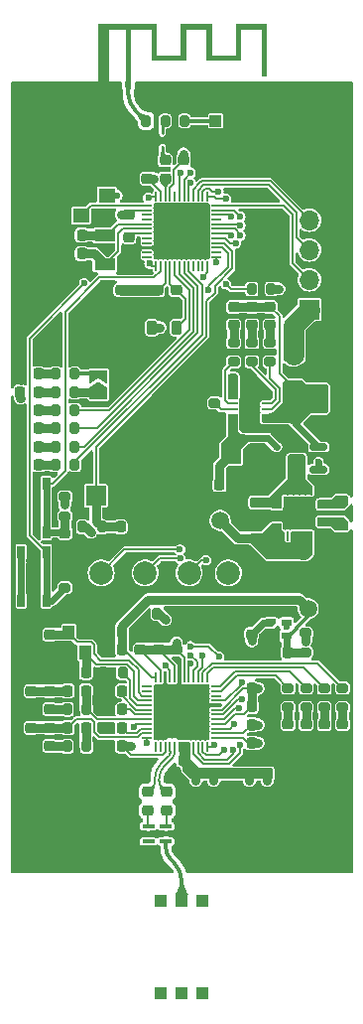
<source format=gtl>
%TF.GenerationSoftware,KiCad,Pcbnew,8.0.6*%
%TF.CreationDate,2024-12-19T09:14:43+01:00*%
%TF.ProjectId,Clicker_PCB,436c6963-6b65-4725-9f50-43422e6b6963,rev?*%
%TF.SameCoordinates,Original*%
%TF.FileFunction,Copper,L1,Top*%
%TF.FilePolarity,Positive*%
%FSLAX46Y46*%
G04 Gerber Fmt 4.6, Leading zero omitted, Abs format (unit mm)*
G04 Created by KiCad (PCBNEW 8.0.6) date 2024-12-19 09:14:43*
%MOMM*%
%LPD*%
G01*
G04 APERTURE LIST*
G04 Aperture macros list*
%AMRoundRect*
0 Rectangle with rounded corners*
0 $1 Rounding radius*
0 $2 $3 $4 $5 $6 $7 $8 $9 X,Y pos of 4 corners*
0 Add a 4 corners polygon primitive as box body*
4,1,4,$2,$3,$4,$5,$6,$7,$8,$9,$2,$3,0*
0 Add four circle primitives for the rounded corners*
1,1,$1+$1,$2,$3*
1,1,$1+$1,$4,$5*
1,1,$1+$1,$6,$7*
1,1,$1+$1,$8,$9*
0 Add four rect primitives between the rounded corners*
20,1,$1+$1,$2,$3,$4,$5,0*
20,1,$1+$1,$4,$5,$6,$7,0*
20,1,$1+$1,$6,$7,$8,$9,0*
20,1,$1+$1,$8,$9,$2,$3,0*%
%AMOutline5P*
0 Free polygon, 5 corners , with rotation*
0 The origin of the aperture is its center*
0 number of corners: always 5*
0 $1 to $10 corner X, Y*
0 $11 Rotation angle, in degrees counterclockwise*
0 create outline with 5 corners*
4,1,5,$1,$2,$3,$4,$5,$6,$7,$8,$9,$10,$1,$2,$11*%
%AMOutline6P*
0 Free polygon, 6 corners , with rotation*
0 The origin of the aperture is its center*
0 number of corners: always 6*
0 $1 to $12 corner X, Y*
0 $13 Rotation angle, in degrees counterclockwise*
0 create outline with 6 corners*
4,1,6,$1,$2,$3,$4,$5,$6,$7,$8,$9,$10,$11,$12,$1,$2,$13*%
%AMOutline7P*
0 Free polygon, 7 corners , with rotation*
0 The origin of the aperture is its center*
0 number of corners: always 7*
0 $1 to $14 corner X, Y*
0 $15 Rotation angle, in degrees counterclockwise*
0 create outline with 7 corners*
4,1,7,$1,$2,$3,$4,$5,$6,$7,$8,$9,$10,$11,$12,$13,$14,$1,$2,$15*%
%AMOutline8P*
0 Free polygon, 8 corners , with rotation*
0 The origin of the aperture is its center*
0 number of corners: always 8*
0 $1 to $16 corner X, Y*
0 $17 Rotation angle, in degrees counterclockwise*
0 create outline with 8 corners*
4,1,8,$1,$2,$3,$4,$5,$6,$7,$8,$9,$10,$11,$12,$13,$14,$15,$16,$1,$2,$17*%
%AMFreePoly0*
4,1,6,1.000000,0.000000,0.500000,-0.750000,-0.500000,-0.750000,-0.500000,0.750000,0.500000,0.750000,1.000000,0.000000,1.000000,0.000000,$1*%
%AMFreePoly1*
4,1,6,0.500000,-0.750000,-0.650000,-0.750000,-0.150000,0.000000,-0.650000,0.750000,0.500000,0.750000,0.500000,-0.750000,0.500000,-0.750000,$1*%
G04 Aperture macros list end*
%TA.AperFunction,EtchedComponent*%
%ADD10C,0.000000*%
%TD*%
%TA.AperFunction,SMDPad,CuDef*%
%ADD11RoundRect,0.225000X-0.250000X0.225000X-0.250000X-0.225000X0.250000X-0.225000X0.250000X0.225000X0*%
%TD*%
%TA.AperFunction,ComponentPad*%
%ADD12C,0.700000*%
%TD*%
%TA.AperFunction,ComponentPad*%
%ADD13C,4.400000*%
%TD*%
%TA.AperFunction,SMDPad,CuDef*%
%ADD14RoundRect,0.218750X-0.381250X0.218750X-0.381250X-0.218750X0.381250X-0.218750X0.381250X0.218750X0*%
%TD*%
%TA.AperFunction,SMDPad,CuDef*%
%ADD15RoundRect,0.200000X0.275000X-0.200000X0.275000X0.200000X-0.275000X0.200000X-0.275000X-0.200000X0*%
%TD*%
%TA.AperFunction,SMDPad,CuDef*%
%ADD16RoundRect,0.200000X-0.275000X0.200000X-0.275000X-0.200000X0.275000X-0.200000X0.275000X0.200000X0*%
%TD*%
%TA.AperFunction,SMDPad,CuDef*%
%ADD17RoundRect,0.225000X0.225000X0.250000X-0.225000X0.250000X-0.225000X-0.250000X0.225000X-0.250000X0*%
%TD*%
%TA.AperFunction,SMDPad,CuDef*%
%ADD18RoundRect,0.225000X0.375000X-0.225000X0.375000X0.225000X-0.375000X0.225000X-0.375000X-0.225000X0*%
%TD*%
%TA.AperFunction,SMDPad,CuDef*%
%ADD19RoundRect,0.225000X-0.225000X-0.250000X0.225000X-0.250000X0.225000X0.250000X-0.225000X0.250000X0*%
%TD*%
%TA.AperFunction,SMDPad,CuDef*%
%ADD20Outline5P,-0.425000X0.300000X0.425000X0.300000X0.425000X-0.030000X0.155000X-0.300000X-0.425000X-0.300000X0.000000*%
%TD*%
%TA.AperFunction,SMDPad,CuDef*%
%ADD21R,0.850000X0.600000*%
%TD*%
%TA.AperFunction,SMDPad,CuDef*%
%ADD22RoundRect,0.218750X-0.218750X-0.256250X0.218750X-0.256250X0.218750X0.256250X-0.218750X0.256250X0*%
%TD*%
%TA.AperFunction,SMDPad,CuDef*%
%ADD23RoundRect,0.250000X-0.625000X0.375000X-0.625000X-0.375000X0.625000X-0.375000X0.625000X0.375000X0*%
%TD*%
%TA.AperFunction,ComponentPad*%
%ADD24R,1.700000X1.700000*%
%TD*%
%TA.AperFunction,ComponentPad*%
%ADD25O,1.700000X1.700000*%
%TD*%
%TA.AperFunction,SMDPad,CuDef*%
%ADD26RoundRect,0.218750X0.256250X-0.218750X0.256250X0.218750X-0.256250X0.218750X-0.256250X-0.218750X0*%
%TD*%
%TA.AperFunction,SMDPad,CuDef*%
%ADD27R,1.100000X1.100000*%
%TD*%
%TA.AperFunction,SMDPad,CuDef*%
%ADD28RoundRect,0.225000X0.250000X-0.225000X0.250000X0.225000X-0.250000X0.225000X-0.250000X-0.225000X0*%
%TD*%
%TA.AperFunction,SMDPad,CuDef*%
%ADD29RoundRect,0.062500X0.337500X0.062500X-0.337500X0.062500X-0.337500X-0.062500X0.337500X-0.062500X0*%
%TD*%
%TA.AperFunction,SMDPad,CuDef*%
%ADD30RoundRect,0.062500X0.062500X0.337500X-0.062500X0.337500X-0.062500X-0.337500X0.062500X-0.337500X0*%
%TD*%
%TA.AperFunction,HeatsinkPad*%
%ADD31C,0.500000*%
%TD*%
%TA.AperFunction,HeatsinkPad*%
%ADD32R,2.700000X2.700000*%
%TD*%
%TA.AperFunction,SMDPad,CuDef*%
%ADD33RoundRect,0.200000X-0.200000X-0.275000X0.200000X-0.275000X0.200000X0.275000X-0.200000X0.275000X0*%
%TD*%
%TA.AperFunction,ConnectorPad*%
%ADD34R,0.500000X0.500000*%
%TD*%
%TA.AperFunction,ComponentPad*%
%ADD35R,0.900000X0.500000*%
%TD*%
%TA.AperFunction,SMDPad,CuDef*%
%ADD36C,0.255000*%
%TD*%
%TA.AperFunction,SMDPad,CuDef*%
%ADD37FreePoly0,90.000000*%
%TD*%
%TA.AperFunction,SMDPad,CuDef*%
%ADD38FreePoly1,90.000000*%
%TD*%
%TA.AperFunction,SMDPad,CuDef*%
%ADD39R,1.400000X1.200000*%
%TD*%
%TA.AperFunction,SMDPad,CuDef*%
%ADD40R,0.650000X1.050000*%
%TD*%
%TA.AperFunction,SMDPad,CuDef*%
%ADD41R,1.000000X1.150000*%
%TD*%
%TA.AperFunction,SMDPad,CuDef*%
%ADD42RoundRect,0.200000X0.200000X0.275000X-0.200000X0.275000X-0.200000X-0.275000X0.200000X-0.275000X0*%
%TD*%
%TA.AperFunction,ComponentPad*%
%ADD43C,2.000000*%
%TD*%
%TA.AperFunction,SMDPad,CuDef*%
%ADD44R,1.800000X1.000000*%
%TD*%
%TA.AperFunction,SMDPad,CuDef*%
%ADD45C,1.500000*%
%TD*%
%TA.AperFunction,SMDPad,CuDef*%
%ADD46R,1.000000X1.000000*%
%TD*%
%TA.AperFunction,SMDPad,CuDef*%
%ADD47R,2.200000X1.050000*%
%TD*%
%TA.AperFunction,SMDPad,CuDef*%
%ADD48RoundRect,0.150000X0.587500X0.150000X-0.587500X0.150000X-0.587500X-0.150000X0.587500X-0.150000X0*%
%TD*%
%TA.AperFunction,SMDPad,CuDef*%
%ADD49RoundRect,0.050000X-0.375000X-0.050000X0.375000X-0.050000X0.375000X0.050000X-0.375000X0.050000X0*%
%TD*%
%TA.AperFunction,SMDPad,CuDef*%
%ADD50RoundRect,0.050000X-0.050000X-0.375000X0.050000X-0.375000X0.050000X0.375000X-0.050000X0.375000X0*%
%TD*%
%TA.AperFunction,HeatsinkPad*%
%ADD51R,4.200000X4.200000*%
%TD*%
%TA.AperFunction,SMDPad,CuDef*%
%ADD52RoundRect,0.050000X0.350000X0.050000X-0.350000X0.050000X-0.350000X-0.050000X0.350000X-0.050000X0*%
%TD*%
%TA.AperFunction,SMDPad,CuDef*%
%ADD53RoundRect,0.050000X0.050000X0.350000X-0.050000X0.350000X-0.050000X-0.350000X0.050000X-0.350000X0*%
%TD*%
%TA.AperFunction,HeatsinkPad*%
%ADD54R,4.300000X4.300000*%
%TD*%
%TA.AperFunction,SMDPad,CuDef*%
%ADD55R,1.000000X0.300000*%
%TD*%
%TA.AperFunction,SMDPad,CuDef*%
%ADD56RoundRect,0.218750X-0.218750X-0.381250X0.218750X-0.381250X0.218750X0.381250X-0.218750X0.381250X0*%
%TD*%
%TA.AperFunction,SMDPad,CuDef*%
%ADD57RoundRect,0.062500X0.350000X0.062500X-0.350000X0.062500X-0.350000X-0.062500X0.350000X-0.062500X0*%
%TD*%
%TA.AperFunction,HeatsinkPad*%
%ADD58R,1.580000X2.350000*%
%TD*%
%TA.AperFunction,ViaPad*%
%ADD59C,0.600000*%
%TD*%
%TA.AperFunction,Conductor*%
%ADD60C,0.350000*%
%TD*%
%TA.AperFunction,Conductor*%
%ADD61C,0.800000*%
%TD*%
%TA.AperFunction,Conductor*%
%ADD62C,0.600000*%
%TD*%
%TA.AperFunction,Conductor*%
%ADD63C,0.200000*%
%TD*%
%TA.AperFunction,Conductor*%
%ADD64C,0.900000*%
%TD*%
%TA.AperFunction,Conductor*%
%ADD65C,0.250000*%
%TD*%
%TA.AperFunction,Conductor*%
%ADD66C,1.750000*%
%TD*%
%ADD67C,0.300000*%
%ADD68C,0.350000*%
%ADD69C,0.200000*%
G04 APERTURE END LIST*
D10*
%TA.AperFunction,EtchedComponent*%
%TO.C,AE1*%
G36*
X118200000Y-96265000D02*
G01*
X120200000Y-96265000D01*
X120200000Y-93625000D01*
X122900000Y-93625000D01*
X122900000Y-96265000D01*
X124900000Y-96265000D01*
X124900000Y-93625000D01*
X127600000Y-93625000D01*
X127600000Y-98065000D01*
X127100000Y-98065000D01*
X127100000Y-94125000D01*
X125400000Y-94125000D01*
X125400000Y-96765000D01*
X122400000Y-96765000D01*
X122400000Y-94125000D01*
X120700000Y-94125000D01*
X120700000Y-96765000D01*
X117700000Y-96765000D01*
X117700000Y-94125000D01*
X116000000Y-94125000D01*
X116000000Y-99025000D01*
X115500000Y-99025000D01*
X115500000Y-94125000D01*
X114100000Y-94125000D01*
X114100000Y-99025000D01*
X113200000Y-99025000D01*
X113200000Y-98781785D01*
X113502417Y-98781785D01*
X113512258Y-98829395D01*
X113536326Y-98871797D01*
X113574269Y-98904581D01*
X113582181Y-98908935D01*
X113624844Y-98921043D01*
X113673363Y-98920300D01*
X113718878Y-98907400D01*
X113737489Y-98896787D01*
X113771132Y-98861553D01*
X113791691Y-98816368D01*
X113798222Y-98766842D01*
X113789782Y-98718583D01*
X113772888Y-98686357D01*
X113737628Y-98653687D01*
X113692318Y-98633592D01*
X113642733Y-98627018D01*
X113594647Y-98634908D01*
X113561755Y-98651814D01*
X113526815Y-98688584D01*
X113507153Y-98733378D01*
X113502417Y-98781785D01*
X113200000Y-98781785D01*
X113200000Y-93625000D01*
X118200000Y-93625000D01*
X118200000Y-96265000D01*
G37*
%TD.AperFunction*%
%TD*%
D11*
%TO.P,C35,1*%
%TO.N,+3V3*%
X126275000Y-145625000D03*
%TO.P,C35,2*%
%TO.N,GND*%
X126275000Y-147175000D03*
%TD*%
D12*
%TO.P,H1,1,1*%
%TO.N,GND*%
X107650000Y-102275000D03*
X108133274Y-101108274D03*
X108133274Y-103441726D03*
X109300000Y-100625000D03*
D13*
X109300000Y-102275000D03*
D12*
X109300000Y-103925000D03*
X110466726Y-101108274D03*
X110466726Y-103441726D03*
X110950000Y-102275000D03*
%TD*%
D14*
%TO.P,L2,1*%
%TO.N,Net-(L2-Pad1)*%
X133925000Y-134237500D03*
%TO.P,L2,2*%
%TO.N,Net-(L2-Pad2)*%
X133925000Y-136362500D03*
%TD*%
D15*
%TO.P,R15,1*%
%TO.N,Net-(U3-STAT2)*%
X126287500Y-122399997D03*
%TO.P,R15,2*%
%TO.N,Net-(D9-K)*%
X126287500Y-120749997D03*
%TD*%
D16*
%TO.P,R24,1*%
%TO.N,/UWB/UWB_SFD*%
X132475000Y-150225000D03*
%TO.P,R24,2*%
%TO.N,Net-(D13-A)*%
X132475000Y-151875000D03*
%TD*%
D11*
%TO.P,C6,1*%
%TO.N,+3V3*%
X115100000Y-116275000D03*
%TO.P,C6,2*%
%TO.N,GND*%
X115100000Y-117825000D03*
%TD*%
D17*
%TO.P,C32,1*%
%TO.N,/UWB/UWB_VDDLDOA*%
X115200000Y-146925000D03*
%TO.P,C32,2*%
%TO.N,GND*%
X113650000Y-146925000D03*
%TD*%
D15*
%TO.P,R16,1*%
%TO.N,Net-(U3-~{PG})*%
X124737500Y-122399998D03*
%TO.P,R16,2*%
%TO.N,Net-(D10-K)*%
X124737500Y-120749998D03*
%TD*%
D18*
%TO.P,D11,1,K*%
%TO.N,+5V*%
X132225000Y-124775000D03*
%TO.P,D11,2,A*%
%TO.N,GND*%
X132225000Y-121475000D03*
%TD*%
D19*
%TO.P,C24,1*%
%TO.N,+3V3*%
X126275000Y-154900000D03*
%TO.P,C24,2*%
%TO.N,GND*%
X127825000Y-154900000D03*
%TD*%
D20*
%TO.P,U6,1,VI*%
%TO.N,+3V3*%
X127900000Y-144675000D03*
D21*
%TO.P,U6,2,EN*%
%TO.N,/UWB/UWB_EXTON*%
X129250000Y-144675000D03*
%TO.P,U6,3,VO*%
%TO.N,/UWB/UWB_VDDLDOA*%
X129250000Y-145775000D03*
%TO.P,U6,4,GND*%
%TO.N,GND*%
X127900000Y-145775000D03*
%TD*%
D22*
%TO.P,D2,1,K*%
%TO.N,GND*%
X106512500Y-126525000D03*
%TO.P,D2,2,A*%
%TO.N,Net-(D2-A)*%
X108087500Y-126525000D03*
%TD*%
D19*
%TO.P,C34,1*%
%TO.N,/UWB/UWB_VDDLDOA*%
X126275000Y-153350000D03*
%TO.P,C34,2*%
%TO.N,GND*%
X127825000Y-153350000D03*
%TD*%
D16*
%TO.P,R25,1*%
%TO.N,/UWB/UWB_RX*%
X130925000Y-150225000D03*
%TO.P,R25,2*%
%TO.N,Net-(D14-A)*%
X130925000Y-151875000D03*
%TD*%
D11*
%TO.P,C42,1*%
%TO.N,/UWB/UWB_XTAL1*%
X109025000Y-145650000D03*
%TO.P,C42,2*%
%TO.N,GND*%
X109025000Y-147200000D03*
%TD*%
D23*
%TO.P,F1,1*%
%TO.N,/VIN*%
X129825000Y-121800000D03*
%TO.P,F1,2*%
%TO.N,+5V*%
X129825000Y-124599998D03*
%TD*%
D15*
%TO.P,R5,1*%
%TO.N,/BOOT0*%
X110325000Y-141650000D03*
%TO.P,R5,2*%
%TO.N,GND*%
X110325000Y-140000000D03*
%TD*%
D24*
%TO.P,BT1,1,+*%
%TO.N,/BAT*%
X124525000Y-130249999D03*
D25*
%TO.P,BT1,2,-*%
%TO.N,GND*%
X127065000Y-130249999D03*
%TD*%
D11*
%TO.P,C31,1*%
%TO.N,+3V3*%
X123025000Y-157525000D03*
%TO.P,C31,2*%
%TO.N,GND*%
X123025000Y-159075000D03*
%TD*%
D26*
%TO.P,D9,1,K*%
%TO.N,Net-(D9-K)*%
X126287499Y-119287498D03*
%TO.P,D9,2,A*%
%TO.N,+5V*%
X126287499Y-117712496D03*
%TD*%
D27*
%TO.P,AE2,1,A*%
%TO.N,/UWB/ANT*%
X120300000Y-168325000D03*
%TO.P,AE2,NC*%
%TO.N,N/C*%
X122100000Y-176225000D03*
X122100000Y-168325000D03*
X120300000Y-176225000D03*
X118500000Y-176225000D03*
X118500000Y-168325000D03*
%TD*%
D12*
%TO.P,H3,1,1*%
%TO.N,GND*%
X107650000Y-162275000D03*
X108133274Y-161108274D03*
X108133274Y-163441726D03*
X109300000Y-160625000D03*
D13*
X109300000Y-162275000D03*
D12*
X109300000Y-163925000D03*
X110466726Y-161108274D03*
X110466726Y-163441726D03*
X110950000Y-162275000D03*
%TD*%
D26*
%TO.P,D12,1,K*%
%TO.N,GND*%
X134025000Y-154887501D03*
%TO.P,D12,2,A*%
%TO.N,Net-(D12-A)*%
X134025000Y-153312499D03*
%TD*%
D22*
%TO.P,D3,1,K*%
%TO.N,GND*%
X106512500Y-128075000D03*
%TO.P,D3,2,A*%
%TO.N,Net-(D3-A)*%
X108087500Y-128075000D03*
%TD*%
D16*
%TO.P,TH1,1*%
%TO.N,/PWR/BAT_THERM*%
X123106250Y-125918748D03*
%TO.P,TH1,2*%
%TO.N,GND*%
X123106250Y-127568748D03*
%TD*%
D28*
%TO.P,C22,1*%
%TO.N,+3V3*%
X118300000Y-146925000D03*
%TO.P,C22,2*%
%TO.N,GND*%
X118300000Y-145375000D03*
%TD*%
D29*
%TO.P,U4,1,LX2*%
%TO.N,Net-(L2-Pad2)*%
X132300000Y-136300000D03*
%TO.P,U4,2,LX2*%
X132300000Y-135800000D03*
%TO.P,U4,3,PGND*%
%TO.N,GND*%
X132300000Y-135300000D03*
%TO.P,U4,4,LX1*%
%TO.N,Net-(L2-Pad1)*%
X132300000Y-134800000D03*
%TO.P,U4,5,LX1*%
X132300000Y-134300000D03*
D30*
%TO.P,U4,6,PVIN*%
%TO.N,Net-(U4-EN)*%
X131350000Y-133350000D03*
%TO.P,U4,7,PVIN*%
X130850000Y-133350000D03*
%TO.P,U4,8,PVIN*%
X130350000Y-133350000D03*
%TO.P,U4,9,PVIN*%
X129850000Y-133350000D03*
%TO.P,U4,10,VIN*%
X129350000Y-133350000D03*
D29*
%TO.P,U4,11,EN*%
X128400000Y-134300000D03*
%TO.P,U4,12,MODE*%
X128400000Y-134800000D03*
%TO.P,U4,13,SGND*%
%TO.N,GND*%
X128400000Y-135300000D03*
%TO.P,U4,14,SGND*%
X128400000Y-135800000D03*
%TO.P,U4,15,FB*%
%TO.N,+3V3*%
X128400000Y-136300000D03*
D30*
%TO.P,U4,16*%
%TO.N,N/C*%
X129350000Y-137250000D03*
%TO.P,U4,17,VOUT*%
%TO.N,+3V3*%
X129850000Y-137250000D03*
%TO.P,U4,18,VOUT*%
X130350000Y-137250000D03*
%TO.P,U4,19,VOUT*%
X130850000Y-137250000D03*
%TO.P,U4,20,VOUT*%
X131350000Y-137250000D03*
D31*
%TO.P,U4,21,EPAD*%
%TO.N,GND*%
X131450000Y-136400000D03*
X131450000Y-134200000D03*
D32*
X130350000Y-135300000D03*
D31*
X129250000Y-136400000D03*
X129250000Y-134200000D03*
%TD*%
D16*
%TO.P,R4,1*%
%TO.N,+3V3*%
X110325000Y-133900000D03*
%TO.P,R4,2*%
%TO.N,/NRST*%
X110325000Y-135550000D03*
%TD*%
D19*
%TO.P,C19,1*%
%TO.N,+3V3*%
X130700000Y-138775000D03*
%TO.P,C19,2*%
%TO.N,GND*%
X132250000Y-138775000D03*
%TD*%
D15*
%TO.P,R14,1*%
%TO.N,Net-(U3-STAT1)*%
X127837500Y-122399998D03*
%TO.P,R14,2*%
%TO.N,Net-(D7-K)*%
X127837500Y-120749998D03*
%TD*%
D33*
%TO.P,R22,1*%
%TO.N,Net-(C41-Pad1)*%
X110525000Y-152025000D03*
%TO.P,R22,2*%
%TO.N,/UWB/UWB_CLKTUNE*%
X112175000Y-152025000D03*
%TD*%
D16*
%TO.P,R23,1*%
%TO.N,/UWB/UWB_RXOK*%
X134025000Y-150225000D03*
%TO.P,R23,2*%
%TO.N,Net-(D12-A)*%
X134025000Y-151875000D03*
%TD*%
D28*
%TO.P,C23,1*%
%TO.N,+3V3*%
X116750000Y-146925000D03*
%TO.P,C23,2*%
%TO.N,GND*%
X116750000Y-145375000D03*
%TD*%
D34*
%TO.P,AE1,1*%
%TO.N,/BLE_ANT*%
X115750000Y-98775000D03*
D35*
%TO.P,AE1,2*%
%TO.N,GND*%
X113650000Y-98775000D03*
%TD*%
D17*
%TO.P,C13,1*%
%TO.N,/LSE_IN*%
X111775000Y-111600000D03*
%TO.P,C13,2*%
%TO.N,GND*%
X110225000Y-111600000D03*
%TD*%
D36*
%TO.P,U2,1,OUT*%
%TO.N,Net-(U2-OUT)*%
X118650000Y-102950000D03*
%TO.P,U2,2,GND*%
%TO.N,GND*%
X119150000Y-102950000D03*
%TO.P,U2,3,GND*%
X118650000Y-103527000D03*
%TO.P,U2,4,GND*%
X119150000Y-103527000D03*
%TO.P,U2,5,IN*%
%TO.N,Net-(U2-IN)*%
X118650000Y-104104000D03*
%TO.P,U2,6,GND*%
%TO.N,GND*%
X119150000Y-104104000D03*
%TD*%
D37*
%TO.P,JP1,1,A*%
%TO.N,+3V3*%
X113200000Y-125074999D03*
D38*
%TO.P,JP1,2,B*%
%TO.N,Net-(JP1-B)*%
X113200000Y-123625001D03*
%TD*%
D39*
%TO.P,Y2,1,1*%
%TO.N,/HSE_IN*%
X111700000Y-109925000D03*
%TO.P,Y2,2,2*%
%TO.N,GND*%
X113900000Y-109925000D03*
%TO.P,Y2,3,3*%
%TO.N,/HSE_OUT*%
X113900000Y-108225000D03*
%TO.P,Y2,4,4*%
%TO.N,GND*%
X111700000Y-108225000D03*
%TD*%
D11*
%TO.P,C11,1*%
%TO.N,Net-(U1-VCAP)*%
X115800000Y-111800000D03*
%TO.P,C11,2*%
%TO.N,GND*%
X115800000Y-113350000D03*
%TD*%
D33*
%TO.P,R13,1*%
%TO.N,/BLE_ANT*%
X117250000Y-101875000D03*
%TO.P,R13,2*%
%TO.N,Net-(U2-OUT)*%
X118900000Y-101875000D03*
%TD*%
D40*
%TO.P,SW3,1,1*%
%TO.N,/BOOT0*%
X108725000Y-138600000D03*
X108725000Y-142750000D03*
%TO.P,SW3,2,2*%
%TO.N,+3V3*%
X106575000Y-138600000D03*
X106575000Y-142750000D03*
%TD*%
D28*
%TO.P,C21,1*%
%TO.N,+3V3*%
X119850000Y-146925000D03*
%TO.P,C21,2*%
%TO.N,GND*%
X119850000Y-145375000D03*
%TD*%
%TO.P,C2,1*%
%TO.N,+3V3*%
X120450000Y-105225000D03*
%TO.P,C2,2*%
%TO.N,GND*%
X120450000Y-103675000D03*
%TD*%
D17*
%TO.P,C14,1*%
%TO.N,/LSE_OUT*%
X111775000Y-113175000D03*
%TO.P,C14,2*%
%TO.N,GND*%
X110225000Y-113175000D03*
%TD*%
D28*
%TO.P,C10,1*%
%TO.N,GND*%
X110325000Y-138550000D03*
%TO.P,C10,2*%
%TO.N,/NRST*%
X110325000Y-137000000D03*
%TD*%
D12*
%TO.P,H2,1,1*%
%TO.N,GND*%
X129650000Y-102275000D03*
X130133274Y-101108274D03*
X130133274Y-103441726D03*
X131300000Y-100625000D03*
D13*
X131300000Y-102275000D03*
D12*
X131300000Y-103925000D03*
X132466726Y-101108274D03*
X132466726Y-103441726D03*
X132950000Y-102275000D03*
%TD*%
D17*
%TO.P,C36,1*%
%TO.N,/UWB/UWB_VDDLDOA*%
X129350000Y-147175000D03*
%TO.P,C36,2*%
%TO.N,GND*%
X127800000Y-147175000D03*
%TD*%
D19*
%TO.P,C20,1*%
%TO.N,+3V3*%
X126275000Y-150250000D03*
%TO.P,C20,2*%
%TO.N,GND*%
X127825000Y-150250000D03*
%TD*%
D17*
%TO.P,C45,1*%
%TO.N,/UWB/UWB_VDDIF*%
X115200000Y-152025000D03*
%TO.P,C45,2*%
%TO.N,GND*%
X113650000Y-152025000D03*
%TD*%
D26*
%TO.P,D14,1,K*%
%TO.N,GND*%
X130925000Y-154887501D03*
%TO.P,D14,2,A*%
%TO.N,Net-(D14-A)*%
X130925000Y-153312499D03*
%TD*%
D28*
%TO.P,C17,1*%
%TO.N,Net-(U4-EN)*%
X126600000Y-134400000D03*
%TO.P,C17,2*%
%TO.N,GND*%
X126600000Y-132850000D03*
%TD*%
D41*
%TO.P,Y3,1,1*%
%TO.N,/UWB/UWB_XTAL1*%
X110650000Y-145475000D03*
%TO.P,Y3,2,2*%
%TO.N,GND*%
X110650000Y-147225000D03*
%TO.P,Y3,3,3*%
%TO.N,/UWB/UWB_XTAL2*%
X112050000Y-147225000D03*
%TO.P,Y3,4,4*%
%TO.N,GND*%
X112050000Y-145475000D03*
%TD*%
D22*
%TO.P,D6,1,K*%
%TO.N,GND*%
X106512500Y-123425000D03*
%TO.P,D6,2,A*%
%TO.N,Net-(D6-A)*%
X108087500Y-123425000D03*
%TD*%
D17*
%TO.P,C33,1*%
%TO.N,/UWB/UWB_VDDLDOA*%
X115200000Y-145375000D03*
%TO.P,C33,2*%
%TO.N,GND*%
X113650000Y-145375000D03*
%TD*%
D28*
%TO.P,C3,1*%
%TO.N,+3V3*%
X115800000Y-109850000D03*
%TO.P,C3,2*%
%TO.N,GND*%
X115800000Y-108300000D03*
%TD*%
D16*
%TO.P,R20,1*%
%TO.N,+3V3*%
X130875000Y-145525000D03*
%TO.P,R20,2*%
%TO.N,/UWB/UWB_VDDLDOA*%
X130875000Y-147175000D03*
%TD*%
D22*
%TO.P,D1,1,K*%
%TO.N,/STATUS*%
X106512500Y-124975000D03*
%TO.P,D1,2,A*%
%TO.N,Net-(D1-A)*%
X108087500Y-124975000D03*
%TD*%
D42*
%TO.P,R3,1*%
%TO.N,/BAT*%
X127925000Y-116200000D03*
%TO.P,R3,2*%
%TO.N,Net-(U1-B3)*%
X126275000Y-116200000D03*
%TD*%
D11*
%TO.P,C15,1*%
%TO.N,+5V*%
X132225000Y-126350000D03*
%TO.P,C15,2*%
%TO.N,GND*%
X132225000Y-127900000D03*
%TD*%
D42*
%TO.P,R17,1*%
%TO.N,GND*%
X126312499Y-123899998D03*
%TO.P,R17,2*%
%TO.N,/PWR/BAT_PROG*%
X124662499Y-123899998D03*
%TD*%
D33*
%TO.P,R8,1*%
%TO.N,Net-(D4-A)*%
X109525000Y-129625000D03*
%TO.P,R8,2*%
%TO.N,/BAT_STATUS_1*%
X111175000Y-129625000D03*
%TD*%
D43*
%TO.P,TP5,1,1*%
%TO.N,/UWB_MISO*%
X113425000Y-140400000D03*
%TD*%
D42*
%TO.P,R11,1*%
%TO.N,Net-(JP1-B)*%
X111175000Y-123425000D03*
%TO.P,R11,2*%
%TO.N,Net-(D6-A)*%
X109525000Y-123425000D03*
%TD*%
D11*
%TO.P,C37,1*%
%TO.N,/UWB/RF_N*%
X119000000Y-159075000D03*
%TO.P,C37,2*%
%TO.N,/UWB/-*%
X119000000Y-160625000D03*
%TD*%
D24*
%TO.P,SW1,1,1*%
%TO.N,/CLICKER*%
X112975000Y-133800000D03*
D25*
%TO.P,SW1,2,2*%
%TO.N,GND*%
X115515000Y-133800000D03*
%TD*%
D33*
%TO.P,R19,1*%
%TO.N,GND*%
X113600000Y-148900000D03*
%TO.P,R19,2*%
%TO.N,Net-(U5-VREF)*%
X115250000Y-148900000D03*
%TD*%
D44*
%TO.P,Y1,1,1*%
%TO.N,/LSE_IN*%
X113750000Y-111625000D03*
%TO.P,Y1,2,2*%
%TO.N,/LSE_OUT*%
X113750000Y-114124998D03*
%TD*%
D26*
%TO.P,D7,1,K*%
%TO.N,Net-(D7-K)*%
X127837500Y-119287498D03*
%TO.P,D7,2,A*%
%TO.N,+5V*%
X127837500Y-117712496D03*
%TD*%
D45*
%TO.P,TP3,1,1*%
%TO.N,/UWB/UWB_VDDLDOA*%
X131100000Y-143450000D03*
%TD*%
D11*
%TO.P,C8,1*%
%TO.N,+3.3VA*%
X119825000Y-116275000D03*
%TO.P,C8,2*%
%TO.N,GND*%
X119825000Y-117825000D03*
%TD*%
D17*
%TO.P,C43,1*%
%TO.N,/UWB/UWB_XTAL2*%
X112125000Y-148900000D03*
%TO.P,C43,2*%
%TO.N,GND*%
X110575000Y-148900000D03*
%TD*%
D46*
%TO.P,J2,1,In*%
%TO.N,Net-(J2-In)*%
X123200000Y-101875000D03*
D47*
%TO.P,J2,2,Ext*%
%TO.N,GND*%
X124700000Y-100399999D03*
D46*
X126200000Y-101875000D03*
D47*
X124700000Y-103350001D03*
%TD*%
D19*
%TO.P,C16,1*%
%TO.N,/BAT*%
X123525000Y-132875000D03*
%TO.P,C16,2*%
%TO.N,GND*%
X125075000Y-132875000D03*
%TD*%
D17*
%TO.P,C38,1*%
%TO.N,/UWB/UWB_VCOTUNE*%
X112125000Y-153600000D03*
%TO.P,C38,2*%
%TO.N,/UWB/UWB_VDDVCO*%
X110575000Y-153600000D03*
%TD*%
%TO.P,C40,1*%
%TO.N,/UWB/UWB_CLKTUNE*%
X112125000Y-150450000D03*
%TO.P,C40,2*%
%TO.N,/UWB/UWB_VDDCLK*%
X110575000Y-150450000D03*
%TD*%
D19*
%TO.P,C25,1*%
%TO.N,+3V3*%
X126275000Y-151800000D03*
%TO.P,C25,2*%
%TO.N,GND*%
X127825000Y-151800000D03*
%TD*%
D26*
%TO.P,D10,1,K*%
%TO.N,Net-(D10-K)*%
X124737500Y-119287499D03*
%TO.P,D10,2,A*%
%TO.N,+5V*%
X124737500Y-117712497D03*
%TD*%
D48*
%TO.P,D8,1*%
%TO.N,/BAT*%
X131975000Y-131574999D03*
%TO.P,D8,2*%
%TO.N,+5V*%
X131975000Y-129674999D03*
%TO.P,D8,3*%
%TO.N,Net-(U4-EN)*%
X130099999Y-130624999D03*
%TD*%
D28*
%TO.P,C7,1*%
%TO.N,+3V3*%
X117350000Y-106775000D03*
%TO.P,C7,2*%
%TO.N,GND*%
X117350000Y-105225000D03*
%TD*%
D22*
%TO.P,D4,1,K*%
%TO.N,GND*%
X106512500Y-129625000D03*
%TO.P,D4,2,A*%
%TO.N,Net-(D4-A)*%
X108087500Y-129625000D03*
%TD*%
D11*
%TO.P,C5,1*%
%TO.N,+3V3*%
X118250000Y-116275000D03*
%TO.P,C5,2*%
%TO.N,GND*%
X118250000Y-117825000D03*
%TD*%
D17*
%TO.P,C26,1*%
%TO.N,+3V3*%
X115200000Y-155175000D03*
%TO.P,C26,2*%
%TO.N,GND*%
X113650000Y-155175000D03*
%TD*%
D49*
%TO.P,U5,1,NC*%
%TO.N,unconnected-(U5-NC-Pad1)*%
X117350000Y-150075000D03*
%TO.P,U5,2,NC*%
%TO.N,unconnected-(U5-NC-Pad2)*%
X117350000Y-150475000D03*
%TO.P,U5,3,EXTCLK/XTAL1*%
%TO.N,/UWB/UWB_XTAL1*%
X117350000Y-150875000D03*
%TO.P,U5,4,XTAL2*%
%TO.N,/UWB/UWB_XTAL2*%
X117350000Y-151275000D03*
%TO.P,U5,5,VREF*%
%TO.N,Net-(U5-VREF)*%
X117350000Y-151675000D03*
%TO.P,U5,6,VDDMS*%
%TO.N,/UWB/UWB_VDDMS*%
X117350000Y-152075000D03*
%TO.P,U5,7,VDDIF*%
%TO.N,/UWB/UWB_VDDIF*%
X117350000Y-152475000D03*
%TO.P,U5,8,CLKTUNE*%
%TO.N,/UWB/UWB_CLKTUNE*%
X117350000Y-152875000D03*
%TO.P,U5,9,VDDCLK*%
%TO.N,/UWB/UWB_VDDCLK*%
X117350000Y-153275000D03*
%TO.P,U5,10,VDDSYN*%
%TO.N,/UWB/UWB_VDDSYN*%
X117350000Y-153675000D03*
%TO.P,U5,11,VDDVCO*%
%TO.N,/UWB/UWB_VDDVCO*%
X117350000Y-154075000D03*
%TO.P,U5,12,VCOTUNE*%
%TO.N,/UWB/UWB_VCOTUNE*%
X117350000Y-154475000D03*
D50*
%TO.P,U5,13,NC*%
%TO.N,unconnected-(U5-NC-Pad13)*%
X118100000Y-155225000D03*
%TO.P,U5,14,NC*%
%TO.N,unconnected-(U5-NC-Pad14)*%
X118500000Y-155225000D03*
%TO.P,U5,15,VDDLNA*%
%TO.N,+3V3*%
X118900000Y-155225000D03*
%TO.P,U5,16,RF_P*%
%TO.N,/UWB/RF_P*%
X119300000Y-155225000D03*
%TO.P,U5,17,RF_N*%
%TO.N,/UWB/RF_N*%
X119700000Y-155225000D03*
%TO.P,U5,18,VDDPA1*%
%TO.N,+3V3*%
X120100000Y-155225000D03*
%TO.P,U5,19,VDDPA2*%
X120500000Y-155225000D03*
%TO.P,U5,20,VDDREG*%
X120900000Y-155225000D03*
%TO.P,U5,21,EXTON*%
%TO.N,/UWB/UWB_EXTON*%
X121300000Y-155225000D03*
%TO.P,U5,22,FORCEON*%
%TO.N,/UWB_FORCE_ON*%
X121700000Y-155225000D03*
%TO.P,U5,23,WAKEUP*%
%TO.N,/UWB_WKUP*%
X122100000Y-155225000D03*
%TO.P,U5,24,~{SPICS}*%
%TO.N,/UWB_NSS*%
X122500000Y-155225000D03*
D49*
%TO.P,U5,25,VDDAON*%
%TO.N,+3V3*%
X123250000Y-154475000D03*
%TO.P,U5,26,VDDLDOD*%
%TO.N,/UWB/UWB_VDDLDOA*%
X123250000Y-154075000D03*
%TO.P,U5,27,~{RST}*%
%TO.N,/UWB_NRST*%
X123250000Y-153675000D03*
%TO.P,U5,28,VDDIOA*%
%TO.N,+3V3*%
X123250000Y-153275000D03*
%TO.P,U5,29,SYNC/GPIO7*%
%TO.N,/UWB_SYNC*%
X123250000Y-152875000D03*
%TO.P,U5,30,GPIO6/EXTRXE/SPIPHA*%
%TO.N,/UWB_RXE_SPIPHA*%
X123250000Y-152475000D03*
%TO.P,U5,31,VDDIO*%
%TO.N,+3V3*%
X123250000Y-152075000D03*
%TO.P,U5,32,VSSIO*%
%TO.N,GND*%
X123250000Y-151675000D03*
%TO.P,U5,33,GPIO5/EXTTXE/SPIPOL*%
%TO.N,/UWB_TXE_SPIPOL*%
X123250000Y-151275000D03*
%TO.P,U5,34,GPIO4/EXTPA*%
%TO.N,unconnected-(U5-GPIO4{slash}EXTPA-Pad34)*%
X123250000Y-150875000D03*
%TO.P,U5,35,GPIO3/TXLED*%
%TO.N,/UWB/UWB_TX*%
X123250000Y-150475000D03*
%TO.P,U5,36,GPIO2/RXLED*%
%TO.N,/UWB/UWB_RX*%
X123250000Y-150075000D03*
D50*
%TO.P,U5,37,GPIO1/SFDLED*%
%TO.N,/UWB/UWB_SFD*%
X122500000Y-149325000D03*
%TO.P,U5,38,GPIO0/RXOKLED*%
%TO.N,/UWB/UWB_RXOK*%
X122100000Y-149325000D03*
%TO.P,U5,39,SPIMOSI*%
%TO.N,/UWB_MOSI*%
X121700000Y-149325000D03*
%TO.P,U5,40,SPIMISO*%
%TO.N,/UWB_MISO*%
X121300000Y-149325000D03*
%TO.P,U5,41,SPICLK*%
%TO.N,/UWB_SCK*%
X120900000Y-149325000D03*
%TO.P,U5,42,VDDIO*%
%TO.N,+3V3*%
X120500000Y-149325000D03*
%TO.P,U5,43,VSSIO*%
%TO.N,GND*%
X120100000Y-149325000D03*
%TO.P,U5,44,VDDDIG*%
%TO.N,+3V3*%
X119700000Y-149325000D03*
%TO.P,U5,45,IRQ/GPIO8*%
%TO.N,/UWB_IRQ*%
X119300000Y-149325000D03*
%TO.P,U5,46,TESTMODE*%
%TO.N,GND*%
X118900000Y-149325000D03*
%TO.P,U5,47,VDDBATT*%
%TO.N,+3V3*%
X118500000Y-149325000D03*
%TO.P,U5,48,VDDLDOA*%
%TO.N,/UWB/UWB_VDDLDOA*%
X118100000Y-149325000D03*
D51*
%TO.P,U5,49,GND*%
%TO.N,GND*%
X120300000Y-152275000D03*
%TD*%
D33*
%TO.P,R6,1*%
%TO.N,Net-(D2-A)*%
X109525000Y-126525000D03*
%TO.P,R6,2*%
%TO.N,/BAT_STATUS_3*%
X111175000Y-126525000D03*
%TD*%
D52*
%TO.P,U1,1,B3*%
%TO.N,Net-(U1-B3)*%
X123250000Y-113475000D03*
%TO.P,U1,2,B2*%
%TO.N,unconnected-(U1-B2-Pad2)*%
X123250000Y-113075000D03*
%TO.P,U1,3,B1*%
%TO.N,/UWB_IRQ*%
X123250000Y-112674999D03*
%TO.P,U1,4,B0*%
%TO.N,/CLICKER*%
X123250000Y-112275000D03*
%TO.P,U1,5,A15*%
%TO.N,/UWB_MOSI*%
X123250000Y-111875000D03*
%TO.P,U1,6,A14*%
%TO.N,/UWB_MISO*%
X123250000Y-111474999D03*
%TO.P,U1,7,A13*%
%TO.N,/UWB_SCK*%
X123250000Y-111075001D03*
%TO.P,U1,8,A12*%
%TO.N,/UWB_NSS*%
X123250000Y-110675000D03*
%TO.P,U1,9,A11*%
%TO.N,unconnected-(U1-A11-Pad9)*%
X123250000Y-110275000D03*
%TO.P,U1,10,A10*%
%TO.N,/BOOT0*%
X123250000Y-109875001D03*
%TO.P,U1,11,A9*%
%TO.N,/STATUS*%
X123250000Y-109475000D03*
%TO.P,U1,12,A8*%
%TO.N,/RX*%
X123250000Y-109075000D03*
D53*
%TO.P,U1,13,A0*%
%TO.N,/UWB_TXE_SPIPOL*%
X122500000Y-108325000D03*
%TO.P,U1,14,A1*%
%TO.N,/UWB_RXE_SPIPHA*%
X122100000Y-108325000D03*
%TO.P,U1,15,A2*%
%TO.N,/SWDIO*%
X121699999Y-108325000D03*
%TO.P,U1,16,A3*%
%TO.N,/SWCLK*%
X121300000Y-108325000D03*
%TO.P,U1,17,A4*%
%TO.N,/UWB_NRST*%
X120900000Y-108325000D03*
%TO.P,U1,18,A5*%
%TO.N,/UWB_WKUP*%
X120499999Y-108325000D03*
%TO.P,U1,19,A6*%
%TO.N,/UWB_FORCE_ON*%
X120100001Y-108325000D03*
%TO.P,U1,20,A7*%
%TO.N,unconnected-(U1-A7-Pad20)*%
X119700000Y-108325000D03*
%TO.P,U1,21,VDD*%
%TO.N,+3V3*%
X119300000Y-108325000D03*
%TO.P,U1,22,RF1*%
%TO.N,/RF1*%
X118900001Y-108325000D03*
%TO.P,U1,23,VDDRF*%
%TO.N,+3V3*%
X118500000Y-108325000D03*
%TO.P,U1,24,HSE_OUT*%
%TO.N,/HSE_OUT*%
X118100000Y-108325000D03*
D52*
%TO.P,U1,25,HSE_IN*%
%TO.N,/HSE_IN*%
X117350000Y-109075000D03*
%TO.P,U1,26,VDD*%
%TO.N,+3V3*%
X117350000Y-109475000D03*
%TO.P,U1,27,B15*%
%TO.N,unconnected-(U1-B15-Pad27)*%
X117350000Y-109875001D03*
%TO.P,U1,28,B14*%
%TO.N,unconnected-(U1-B14-Pad28)*%
X117350000Y-110275000D03*
%TO.P,U1,29,B13/LSE_IN*%
%TO.N,/LSE_IN*%
X117350000Y-110675000D03*
%TO.P,U1,30,B12/LSE_OUT*%
%TO.N,/LSE_OUT*%
X117350000Y-111075001D03*
%TO.P,U1,31,VCAP*%
%TO.N,Net-(U1-VCAP)*%
X117350000Y-111474999D03*
%TO.P,U1,32,VFBSD*%
%TO.N,unconnected-(U1-VFBSD-Pad32)*%
X117350000Y-111875000D03*
%TO.P,U1,33*%
%TO.N,N/C*%
X117350000Y-112275000D03*
%TO.P,U1,34,GND*%
%TO.N,GND*%
X117350000Y-112674999D03*
%TO.P,U1,35,VLXSD*%
%TO.N,unconnected-(U1-VLXSD-Pad35)*%
X117350000Y-113075000D03*
%TO.P,U1,36,VDDSD*%
%TO.N,unconnected-(U1-VDDSD-Pad36)*%
X117350000Y-113475000D03*
D53*
%TO.P,U1,37,VDD*%
%TO.N,+3V3*%
X118100000Y-114225000D03*
%TO.P,U1,38,NRST*%
%TO.N,/NRST*%
X118500000Y-114225000D03*
%TO.P,U1,39,VDD*%
%TO.N,+3V3*%
X118900001Y-114225000D03*
%TO.P,U1,40,VDDA*%
%TO.N,+3.3VA*%
X119300000Y-114225000D03*
%TO.P,U1,41,B11*%
%TO.N,/BAT_STATUS_3*%
X119700000Y-114225000D03*
%TO.P,U1,42,B10*%
%TO.N,/BAT_STATUS_2*%
X120100001Y-114225000D03*
%TO.P,U1,43,B9*%
%TO.N,/BAT_STATUS_1*%
X120499999Y-114225000D03*
%TO.P,U1,44,B8*%
%TO.N,/BAT_STATUS_0*%
X120900000Y-114225000D03*
%TO.P,U1,45,B7*%
%TO.N,unconnected-(U1-B7-Pad45)*%
X121300000Y-114225000D03*
%TO.P,U1,46,B6*%
%TO.N,unconnected-(U1-B6-Pad46)*%
X121699999Y-114225000D03*
%TO.P,U1,47,B5*%
%TO.N,unconnected-(U1-B5-Pad47)*%
X122100000Y-114225000D03*
%TO.P,U1,48,B4*%
%TO.N,/UWB_SYNC*%
X122500000Y-114225000D03*
D54*
%TO.P,U1,49,GND*%
%TO.N,GND*%
X120300000Y-111275000D03*
%TD*%
D40*
%TO.P,SW4,1,1*%
%TO.N,/NRST*%
X108725000Y-132800000D03*
X108725000Y-136950000D03*
%TO.P,SW4,2,2*%
%TO.N,GND*%
X106575000Y-132800000D03*
X106575000Y-136950000D03*
%TD*%
D55*
%TO.P,U7,1*%
%TO.N,/UWB/ANT*%
X118950000Y-163299999D03*
%TO.P,U7,2,GND*%
%TO.N,GND*%
X118950000Y-162650000D03*
%TO.P,U7,3*%
%TO.N,/UWB/-*%
X118950000Y-162000001D03*
%TO.P,U7,4*%
%TO.N,/UWB/+*%
X117450000Y-162000001D03*
%TO.P,U7,5,GND*%
%TO.N,GND*%
X117450000Y-162650000D03*
%TO.P,U7,6,NC*%
%TO.N,unconnected-(U7-NC-Pad6)*%
X117450000Y-163299999D03*
%TD*%
D24*
%TO.P,J1,1,Pin_1*%
%TO.N,/VIN*%
X131200000Y-117950000D03*
D25*
%TO.P,J1,2,Pin_2*%
%TO.N,/RX*%
X131200000Y-115410000D03*
%TO.P,J1,3,Pin_3*%
%TO.N,/SWDIO*%
X131200000Y-112870001D03*
%TO.P,J1,4,Pin_4*%
%TO.N,/SWCLK*%
X131200000Y-110330000D03*
%TO.P,J1,5,Pin_5*%
%TO.N,GND*%
X131200000Y-107790000D03*
%TD*%
D28*
%TO.P,C39,1*%
%TO.N,Net-(C39-Pad1)*%
X109025000Y-155150000D03*
%TO.P,C39,2*%
%TO.N,/UWB/UWB_VDDVCO*%
X109025000Y-153600000D03*
%TD*%
D26*
%TO.P,D15,1,K*%
%TO.N,GND*%
X129375000Y-154887501D03*
%TO.P,D15,2,A*%
%TO.N,Net-(D15-A)*%
X129375000Y-153312499D03*
%TD*%
D28*
%TO.P,C18,1*%
%TO.N,+3V3*%
X126600000Y-137450000D03*
%TO.P,C18,2*%
%TO.N,GND*%
X126600000Y-135900000D03*
%TD*%
D42*
%TO.P,R10,1*%
%TO.N,+3V3*%
X111175000Y-124975000D03*
%TO.P,R10,2*%
%TO.N,Net-(D1-A)*%
X109525000Y-124975000D03*
%TD*%
D45*
%TO.P,TP1,1,1*%
%TO.N,+3V3*%
X123575000Y-135925000D03*
%TD*%
D33*
%TO.P,R9,1*%
%TO.N,Net-(D5-A)*%
X109525000Y-131175000D03*
%TO.P,R9,2*%
%TO.N,/BAT_STATUS_0*%
X111175000Y-131175000D03*
%TD*%
D12*
%TO.P,H4,1,1*%
%TO.N,GND*%
X129650000Y-162275000D03*
X130133274Y-161108274D03*
X130133274Y-163441726D03*
X131300000Y-160625000D03*
D13*
X131300000Y-162275000D03*
D12*
X131300000Y-163925000D03*
X132466726Y-161108274D03*
X132466726Y-163441726D03*
X132950000Y-162275000D03*
%TD*%
D33*
%TO.P,R18,1*%
%TO.N,/UWB_IRQ*%
X118200000Y-143850000D03*
%TO.P,R18,2*%
%TO.N,GND*%
X119850000Y-143850000D03*
%TD*%
D45*
%TO.P,TP2,1,1*%
%TO.N,+5V*%
X130000000Y-126975000D03*
%TD*%
D19*
%TO.P,C1,1*%
%TO.N,/CLICKER*%
X115075000Y-136475000D03*
%TO.P,C1,2*%
%TO.N,GND*%
X116625000Y-136475000D03*
%TD*%
D17*
%TO.P,C46,1*%
%TO.N,/UWB/UWB_VDDSYN*%
X115200000Y-153600000D03*
%TO.P,C46,2*%
%TO.N,GND*%
X113650000Y-153600000D03*
%TD*%
D43*
%TO.P,TP7,1,1*%
%TO.N,/UWB_NSS*%
X124275000Y-140400000D03*
%TD*%
D56*
%TO.P,L1,1*%
%TO.N,+3V3*%
X117737500Y-119475000D03*
%TO.P,L1,2*%
%TO.N,+3.3VA*%
X119862500Y-119475000D03*
%TD*%
D11*
%TO.P,C28,1*%
%TO.N,+3V3*%
X124550000Y-157525000D03*
%TO.P,C28,2*%
%TO.N,GND*%
X124550000Y-159075000D03*
%TD*%
D22*
%TO.P,D5,1,K*%
%TO.N,GND*%
X106512500Y-131175000D03*
%TO.P,D5,2,A*%
%TO.N,Net-(D5-A)*%
X108087500Y-131175000D03*
%TD*%
D33*
%TO.P,R12,1*%
%TO.N,Net-(U2-OUT)*%
X118900000Y-101875000D03*
%TO.P,R12,2*%
%TO.N,Net-(J2-In)*%
X120550000Y-101875000D03*
%TD*%
D57*
%TO.P,U3,1,V_{DD}*%
%TO.N,+5V*%
X127537499Y-127474998D03*
%TO.P,U3,2,V_{DD}*%
X127537499Y-126974997D03*
%TO.P,U3,3,STAT1*%
%TO.N,Net-(U3-STAT1)*%
X127537499Y-126474998D03*
%TO.P,U3,4,STAT2*%
%TO.N,Net-(U3-STAT2)*%
X127537499Y-125974999D03*
%TO.P,U3,5,V_{SS}*%
%TO.N,GND*%
X127537499Y-125474998D03*
%TO.P,U3,6,PROG*%
%TO.N,/PWR/BAT_PROG*%
X124662499Y-125474998D03*
%TO.P,U3,7,~{PG}*%
%TO.N,Net-(U3-~{PG})*%
X124662499Y-125974999D03*
%TO.P,U3,8,THERM*%
%TO.N,/PWR/BAT_THERM*%
X124662499Y-126474998D03*
%TO.P,U3,9,V_{BAT}*%
%TO.N,/BAT*%
X124662499Y-126974997D03*
%TO.P,U3,10,V_{BAT}*%
X124662499Y-127474998D03*
D58*
%TO.P,U3,11,EP*%
%TO.N,GND*%
X126099999Y-126474998D03*
%TD*%
D33*
%TO.P,R21,1*%
%TO.N,Net-(C39-Pad1)*%
X110525000Y-155175000D03*
%TO.P,R21,2*%
%TO.N,/UWB/UWB_VCOTUNE*%
X112175000Y-155175000D03*
%TD*%
D26*
%TO.P,D13,1,K*%
%TO.N,GND*%
X132475000Y-154887501D03*
%TO.P,D13,2,A*%
%TO.N,Net-(D13-A)*%
X132475000Y-153312499D03*
%TD*%
D11*
%TO.P,C30,1*%
%TO.N,+3V3*%
X126075000Y-157525000D03*
%TO.P,C30,2*%
%TO.N,GND*%
X126075000Y-159075000D03*
%TD*%
%TO.P,C29,1*%
%TO.N,+3V3*%
X121490000Y-157525000D03*
%TO.P,C29,2*%
%TO.N,GND*%
X121490000Y-159075000D03*
%TD*%
%TO.P,C27,1*%
%TO.N,+3V3*%
X127600000Y-157525000D03*
%TO.P,C27,2*%
%TO.N,GND*%
X127600000Y-159075000D03*
%TD*%
D28*
%TO.P,C12,1*%
%TO.N,/RF1*%
X118900000Y-106775000D03*
%TO.P,C12,2*%
%TO.N,Net-(U2-IN)*%
X118900000Y-105225000D03*
%TD*%
D11*
%TO.P,C4,1*%
%TO.N,+3V3*%
X116675000Y-116275000D03*
%TO.P,C4,2*%
%TO.N,GND*%
X116675000Y-117825000D03*
%TD*%
D43*
%TO.P,TP4,1,1*%
%TO.N,/UWB_MOSI*%
X117175000Y-140400000D03*
%TD*%
D17*
%TO.P,C44,1*%
%TO.N,/UWB/UWB_VDDMS*%
X115200000Y-150450000D03*
%TO.P,C44,2*%
%TO.N,GND*%
X113650000Y-150450000D03*
%TD*%
D11*
%TO.P,C47,1*%
%TO.N,/UWB/UWB_VDDVCO*%
X107450000Y-153600000D03*
%TO.P,C47,2*%
%TO.N,GND*%
X107450000Y-155150000D03*
%TD*%
D33*
%TO.P,R7,1*%
%TO.N,Net-(D3-A)*%
X109525000Y-128075000D03*
%TO.P,R7,2*%
%TO.N,/BAT_STATUS_2*%
X111175000Y-128075000D03*
%TD*%
D43*
%TO.P,TP6,1,1*%
%TO.N,/UWB_SCK*%
X120925000Y-140400000D03*
%TD*%
D28*
%TO.P,C41,1*%
%TO.N,Net-(C41-Pad1)*%
X109025000Y-152025000D03*
%TO.P,C41,2*%
%TO.N,/UWB/UWB_VDDCLK*%
X109025000Y-150475000D03*
%TD*%
D11*
%TO.P,C48,1*%
%TO.N,/UWB/UWB_VDDCLK*%
X107450000Y-150475000D03*
%TO.P,C48,2*%
%TO.N,GND*%
X107450000Y-152025000D03*
%TD*%
D42*
%TO.P,R1,1*%
%TO.N,/CLICKER*%
X113475000Y-136475000D03*
%TO.P,R1,2*%
%TO.N,+3V3*%
X111825000Y-136475000D03*
%TD*%
D11*
%TO.P,C49,1*%
%TO.N,/UWB/RF_P*%
X117400000Y-159075000D03*
%TO.P,C49,2*%
%TO.N,/UWB/+*%
X117400000Y-160625000D03*
%TD*%
D16*
%TO.P,R26,1*%
%TO.N,/UWB/UWB_TX*%
X129375000Y-150225000D03*
%TO.P,R26,2*%
%TO.N,Net-(D15-A)*%
X129375000Y-151875000D03*
%TD*%
D59*
%TO.N,/BAT*%
X128425000Y-129675000D03*
X131975000Y-130950000D03*
X128600000Y-116200000D03*
%TO.N,GND*%
X122675000Y-98875000D03*
X114200000Y-146925000D03*
X120925000Y-134150000D03*
X108000000Y-152025000D03*
X127050000Y-165150000D03*
X125175000Y-99400000D03*
X106300000Y-165150000D03*
X106100000Y-106150000D03*
X108300000Y-165150000D03*
X134050000Y-165150000D03*
X134500000Y-118150001D03*
X106100000Y-120149999D03*
X132050000Y-165150000D03*
X119675000Y-98875000D03*
X118175000Y-99400000D03*
X134500000Y-156150000D03*
X120875000Y-164850000D03*
X117575000Y-100725000D03*
X134500000Y-116150001D03*
X134175000Y-99400000D03*
X113650000Y-149675000D03*
X134500000Y-137650000D03*
X126575000Y-135400000D03*
X106100000Y-160899999D03*
X110425000Y-99400000D03*
X120925000Y-131650000D03*
X125050000Y-165150000D03*
X132675000Y-98850000D03*
X106100000Y-110150000D03*
X123050000Y-100900000D03*
X106100000Y-105149999D03*
X123050000Y-102875000D03*
X124700000Y-101875000D03*
X107425000Y-143150000D03*
X123050000Y-103650000D03*
X116300000Y-161000000D03*
X120925000Y-135400000D03*
X123675000Y-104400000D03*
X134500000Y-101150000D03*
X134500000Y-145650000D03*
X129175000Y-99400000D03*
X134500000Y-128150000D03*
X118500000Y-154075000D03*
X117975000Y-165025000D03*
X124300000Y-138400000D03*
X117675000Y-98875000D03*
X106100000Y-145899999D03*
X133575000Y-165600000D03*
X121050000Y-100950000D03*
X119850000Y-144600000D03*
X134500000Y-158150001D03*
X124300000Y-134150000D03*
X117525000Y-164275000D03*
X106525000Y-123950000D03*
X131050000Y-165150000D03*
X133175000Y-99400000D03*
X126106250Y-125718748D03*
X123700000Y-98875000D03*
X134500000Y-143650000D03*
X112775000Y-165650000D03*
X126300000Y-102900000D03*
X106100000Y-103149999D03*
X124200000Y-99400000D03*
X107425000Y-139124999D03*
X106100000Y-156899999D03*
X126175000Y-99400000D03*
X134500000Y-105150000D03*
X134500000Y-160150001D03*
X106100000Y-109149999D03*
X134550000Y-165600000D03*
X119700000Y-103675000D03*
X125550000Y-165625000D03*
X106100000Y-114150000D03*
X107425000Y-141124999D03*
X129550000Y-165600000D03*
X113050000Y-109925000D03*
X106100000Y-147900000D03*
X111300000Y-165150000D03*
X107300000Y-165150000D03*
X106100000Y-152900000D03*
X134500000Y-138650000D03*
X134500000Y-131150001D03*
X134500000Y-114150000D03*
X106424999Y-99399999D03*
X118650000Y-150625000D03*
X132550000Y-165600000D03*
X122100000Y-150475000D03*
X121900000Y-110588909D03*
X116075000Y-136475000D03*
X116675000Y-158025000D03*
X106100000Y-100149999D03*
X119250000Y-100950000D03*
X107925000Y-136150000D03*
X134500000Y-161150000D03*
X115675000Y-101525000D03*
X129675000Y-98850000D03*
X116925000Y-100150000D03*
X110925000Y-98900000D03*
X121175000Y-99400000D03*
X116300000Y-165150000D03*
X115299780Y-165148097D03*
X106100000Y-151899999D03*
X134500000Y-141650001D03*
X110300000Y-165150000D03*
X116550000Y-103025000D03*
X106100000Y-112149999D03*
X117325000Y-104025000D03*
X116675000Y-98875000D03*
X106512500Y-127300000D03*
X134500000Y-125150001D03*
X120200000Y-162625000D03*
X122550000Y-165625000D03*
X122000000Y-165125000D03*
X114800000Y-98875000D03*
X124675000Y-104400000D03*
X107425000Y-142125000D03*
X119950000Y-157225000D03*
X125050000Y-108025000D03*
X127175000Y-102525000D03*
X124237500Y-143837500D03*
X106100000Y-157900000D03*
X128550000Y-165600000D03*
X120200000Y-99400000D03*
X134500000Y-127150000D03*
X132225000Y-122150000D03*
X106100000Y-161899999D03*
X126300000Y-100900000D03*
X134500000Y-104150001D03*
X134500000Y-120150000D03*
X106925000Y-98900000D03*
X131550000Y-165600000D03*
X118675000Y-98875000D03*
X106100000Y-121149999D03*
X106100000Y-102149999D03*
X108925000Y-98900000D03*
X114200000Y-155175000D03*
X129050000Y-165150000D03*
X126300000Y-100150000D03*
X116350000Y-163450000D03*
X127175000Y-99400000D03*
X113800000Y-165650000D03*
X110325000Y-139300000D03*
X123575000Y-165625000D03*
X134500000Y-113150000D03*
X107425000Y-138125000D03*
X120200000Y-163450000D03*
X111425000Y-99400000D03*
X106100000Y-163900000D03*
X116275000Y-162675000D03*
X121900000Y-112875000D03*
X114800000Y-165650000D03*
X106100000Y-119149999D03*
X132175000Y-99400000D03*
X126300000Y-103675000D03*
X122250000Y-159075000D03*
X124237500Y-146900000D03*
X108800000Y-120775000D03*
X122100000Y-154075000D03*
X127175000Y-101275000D03*
X106100000Y-118150000D03*
X106100000Y-108149999D03*
X133050000Y-165150000D03*
X119175000Y-99400000D03*
X108000000Y-155150000D03*
X106950000Y-100025000D03*
X128050000Y-165150000D03*
X134500000Y-142650000D03*
X134500000Y-112150000D03*
X120675000Y-98875000D03*
X121025000Y-102775000D03*
X130675000Y-98850000D03*
X114925000Y-99900000D03*
X133250000Y-154887501D03*
X134500000Y-163150000D03*
X109300000Y-165150000D03*
X117675000Y-165650000D03*
X128675000Y-98850000D03*
X111125000Y-148900000D03*
X131175000Y-99400000D03*
X134500000Y-132150001D03*
X126550000Y-165625000D03*
X110225000Y-112375000D03*
X116150000Y-102275000D03*
X109925000Y-98900000D03*
X114200000Y-145375000D03*
X110800000Y-165650000D03*
X116300000Y-161850000D03*
X134500000Y-106150000D03*
X106100000Y-146899999D03*
X106100000Y-153900000D03*
X106100000Y-162900000D03*
X134500000Y-109150001D03*
X134500000Y-115150000D03*
X127050000Y-147175000D03*
X111925000Y-98900000D03*
X107425000Y-99425000D03*
X124675000Y-98875000D03*
X134500000Y-157150000D03*
X131675000Y-98850000D03*
X127300000Y-108025000D03*
X107800000Y-165650000D03*
X118350000Y-100775000D03*
X118550000Y-165650000D03*
X115150000Y-100775000D03*
X124237500Y-145400000D03*
X124075000Y-165150000D03*
X116950000Y-157250000D03*
X120175000Y-159925000D03*
X113300000Y-165150000D03*
X120175000Y-158925000D03*
X125675000Y-98875000D03*
X106100000Y-158900000D03*
X126850000Y-159075000D03*
X122050000Y-100950000D03*
X126106250Y-127243748D03*
X106100000Y-154899999D03*
X123075000Y-165150000D03*
X106575000Y-133775000D03*
X117525000Y-145375000D03*
X119075000Y-117825000D03*
X106100000Y-115149999D03*
X134500000Y-111150001D03*
X134500000Y-164150000D03*
X127825000Y-154125000D03*
X117925000Y-103525000D03*
X134500000Y-110150001D03*
X115900000Y-117825000D03*
X133550000Y-164525000D03*
X121425000Y-165625000D03*
X134500000Y-144650000D03*
X119675000Y-158000000D03*
X134500000Y-122150000D03*
X120925000Y-137900000D03*
X112425000Y-99400000D03*
X134500000Y-103150001D03*
X116325000Y-160025000D03*
X134500000Y-126150000D03*
X134500000Y-119150000D03*
X122050000Y-102775000D03*
X126675000Y-98875000D03*
X130050000Y-165150000D03*
X109025000Y-146650000D03*
X106100000Y-144899999D03*
X134500000Y-147650001D03*
X109425000Y-99400000D03*
X116325000Y-159025000D03*
X134500000Y-148650001D03*
X106575000Y-136025000D03*
X106512500Y-128825000D03*
X108425000Y-99400000D03*
X127550000Y-165625000D03*
X107925000Y-98900000D03*
X106100000Y-143900000D03*
X127675000Y-98875000D03*
X114300000Y-165150000D03*
X130150000Y-154887501D03*
X120925000Y-129150000D03*
X125675000Y-104400000D03*
X117325000Y-103025000D03*
X106100000Y-101149999D03*
X117175000Y-99400000D03*
X123050000Y-100150000D03*
X114200000Y-153600000D03*
X134500000Y-159150001D03*
X118696922Y-110588909D03*
X120175000Y-161800000D03*
X134500000Y-102150001D03*
X107425000Y-140124999D03*
X120175000Y-160850000D03*
X117225000Y-165100000D03*
X118700000Y-112875000D03*
X126050000Y-165150000D03*
X134500000Y-130150001D03*
X117450000Y-156550000D03*
X106800000Y-165650000D03*
X106100000Y-104149999D03*
X106100000Y-150899999D03*
X106100000Y-107149999D03*
X106575000Y-134875001D03*
X112300000Y-165150000D03*
X106100000Y-148900000D03*
X106100000Y-122150000D03*
X128175000Y-99400000D03*
X116550000Y-164250000D03*
X122175000Y-99400000D03*
X106512500Y-130400000D03*
X134500000Y-121150000D03*
X120050000Y-100950000D03*
X134500000Y-140650001D03*
X106100000Y-149899999D03*
X106575000Y-132000000D03*
X120925000Y-130400000D03*
X106100000Y-113149999D03*
X134500000Y-107150000D03*
X134500000Y-117150001D03*
X106100000Y-111149999D03*
X134500000Y-162150000D03*
X106100000Y-117149999D03*
X123175000Y-99400000D03*
X120925000Y-136650000D03*
X134500000Y-146650001D03*
X115800000Y-107525000D03*
X121537500Y-143837500D03*
X121675000Y-98875000D03*
X130550000Y-165600000D03*
X106100000Y-155899999D03*
X134500000Y-129150000D03*
X134500000Y-123150001D03*
X109800000Y-165650000D03*
X115800000Y-165650000D03*
X134500000Y-108150000D03*
X134500000Y-124150001D03*
X124550000Y-165625000D03*
X106100000Y-159899999D03*
X124550000Y-158525000D03*
X107925000Y-133650000D03*
X134500000Y-139650001D03*
X130175000Y-99400000D03*
X120925000Y-132900000D03*
X113650000Y-151225000D03*
X108800000Y-122250000D03*
X111800000Y-165650000D03*
X106100000Y-116149999D03*
X115800000Y-112800000D03*
X106800000Y-164525000D03*
X133700000Y-98850000D03*
X134500000Y-100150000D03*
X134500000Y-133150000D03*
X120350000Y-164275000D03*
X112550000Y-108225000D03*
X116800000Y-165650000D03*
X108800000Y-165650000D03*
%TO.N,+3V3*%
X127450000Y-137450000D03*
X117547229Y-114025000D03*
X127600000Y-158075000D03*
X127450000Y-138450000D03*
X128925000Y-137975000D03*
X106574999Y-141775000D03*
X106575000Y-139525000D03*
X121500000Y-158075000D03*
X128450000Y-138450000D03*
X106575000Y-140675000D03*
X110325000Y-134600000D03*
X127950000Y-137950000D03*
X115150000Y-109850000D03*
X128450000Y-137450000D03*
X123025000Y-158075000D03*
X117450000Y-116275000D03*
X112537500Y-136912500D03*
X126825000Y-150250000D03*
X119850000Y-146375000D03*
X115900000Y-116275000D03*
X130875000Y-146225000D03*
X111900000Y-124975000D03*
X117525000Y-146925000D03*
X120450000Y-104675000D03*
X126825000Y-154900000D03*
X117875000Y-106775000D03*
X127950000Y-136950000D03*
X129475000Y-138450000D03*
X126275000Y-146175000D03*
X126075000Y-158075000D03*
X118425000Y-119475000D03*
X115925000Y-155175000D03*
%TO.N,/NRST*%
X108725000Y-134875000D03*
%TO.N,/UWB/UWB_VDDLDOA*%
X130100000Y-147175000D03*
X126825000Y-153350000D03*
%TO.N,/UWB/UWB_VCOTUNE*%
X117350000Y-154900000D03*
X112125000Y-154375000D03*
%TO.N,/UWB/UWB_VDDCLK*%
X116175000Y-153500000D03*
X109800000Y-150450000D03*
%TO.N,/STATUS*%
X106525000Y-125500000D03*
X125300000Y-110025000D03*
%TO.N,Net-(U1-B3)*%
X123250000Y-113900000D03*
X124054940Y-115779941D03*
%TO.N,/BOOT0*%
X111973591Y-115723591D03*
X124536091Y-110038909D03*
X108725000Y-140674999D03*
%TO.N,/UWB_IRQ*%
X118913909Y-148311091D03*
X118900000Y-144375000D03*
X122575000Y-116275001D03*
%TO.N,/UWB_SYNC*%
X121050000Y-146656580D03*
X123487500Y-147550000D03*
X122126232Y-115160503D03*
X125169973Y-151905027D03*
%TO.N,/HSE_OUT*%
X117450000Y-108425000D03*
X114800000Y-108225000D03*
%TO.N,/UWB_NSS*%
X123050000Y-155025000D03*
X125300000Y-110775000D03*
%TO.N,/UWB_TXE_SPIPOL*%
X125425000Y-149700000D03*
X124050000Y-108525000D03*
%TO.N,/UWB_SCK*%
X122387500Y-139316916D03*
X125299611Y-111625000D03*
X121049999Y-148156585D03*
%TO.N,/UWB_NRST*%
X124800000Y-153275000D03*
X121050000Y-107150000D03*
%TO.N,/UWB_MOSI*%
X120162500Y-139166672D03*
X124905801Y-112285023D03*
X122025000Y-147425000D03*
%TO.N,/UWB_MISO*%
X124549608Y-111625000D03*
X120146659Y-138416837D03*
X121050000Y-147406583D03*
%TO.N,/UWB_RXE_SPIPHA*%
X123425000Y-107900000D03*
X125425001Y-151155025D03*
%TO.N,/UWB_WKUP*%
X123950000Y-155525000D03*
X121050000Y-106275000D03*
%TO.N,/UWB_FORCE_ON*%
X120176409Y-106276409D03*
X124715683Y-155495188D03*
%TO.N,/UWB/UWB_EXTON*%
X125300000Y-155025000D03*
X129250000Y-144974998D03*
%TD*%
D60*
%TO.N,/BLE_ANT*%
X116315685Y-100940685D02*
X117250000Y-101875000D01*
X115750000Y-99575000D02*
X115750000Y-98775000D01*
X115750000Y-99575000D02*
G75*
G03*
X116315679Y-100940691I1931400J0D01*
G01*
D61*
%TO.N,/BAT*%
X124525000Y-130249999D02*
X123525000Y-131249999D01*
X127925000Y-116200000D02*
X128600000Y-116200000D01*
D62*
X127650000Y-128900000D02*
X125874999Y-128900000D01*
X128425000Y-129675000D02*
X127650000Y-128900000D01*
X125874999Y-128900000D02*
X124525000Y-130249999D01*
D61*
X123525000Y-131249999D02*
X123525000Y-132875000D01*
D62*
X131975000Y-131574999D02*
X131975000Y-130950000D01*
D61*
%TO.N,GND*%
X106512500Y-123425000D02*
X106512500Y-123937500D01*
D63*
X118900000Y-150875000D02*
X120300000Y-152275000D01*
D61*
X109025000Y-147200000D02*
X109025000Y-146650000D01*
X113650000Y-146925000D02*
X114200000Y-146925000D01*
X126099999Y-126474998D02*
X126099999Y-127237497D01*
X115800000Y-113350000D02*
X115800000Y-112800000D01*
X113650000Y-155175000D02*
X114200000Y-155175000D01*
X126600000Y-135425000D02*
X126575000Y-135400000D01*
X126099999Y-127237497D02*
X126106250Y-127243748D01*
X113650000Y-148950000D02*
X113600000Y-148900000D01*
X110625000Y-147200000D02*
X110650000Y-147225000D01*
D63*
X123250000Y-151675000D02*
X120900000Y-151675000D01*
X120300000Y-152275000D02*
X122100000Y-154075000D01*
X117350000Y-112674999D02*
X118900001Y-112674999D01*
D61*
X127825000Y-150275000D02*
X127850000Y-150250000D01*
X126600000Y-130714999D02*
X127065000Y-130249999D01*
X110325000Y-140000000D02*
X110325000Y-138550000D01*
X126099999Y-126474998D02*
X126099999Y-125724999D01*
X120300000Y-111275000D02*
X121900000Y-112875000D01*
D63*
X120300000Y-152275000D02*
X118650000Y-150625000D01*
D61*
X126200001Y-101875000D02*
X124700000Y-101875000D01*
D60*
X119552000Y-103527000D02*
X119700000Y-103675000D01*
D61*
X129375000Y-154887501D02*
X127837499Y-154887501D01*
X129375000Y-154887501D02*
X134025000Y-154887501D01*
X124550000Y-159075000D02*
X124550000Y-158525000D01*
D63*
X120100000Y-149325000D02*
X120100000Y-152075000D01*
D62*
X106575000Y-132800000D02*
X106575000Y-131237500D01*
D61*
X116750000Y-145375000D02*
X119850000Y-145375000D01*
X112150000Y-145375000D02*
X112050000Y-145475000D01*
X121213909Y-111275000D02*
X121900000Y-110588909D01*
D63*
X116475001Y-112674999D02*
X115800000Y-113350000D01*
D64*
X116675000Y-117825000D02*
X119825000Y-117825000D01*
D63*
X120300000Y-152275000D02*
X118500000Y-154075000D01*
D61*
X126600000Y-132850000D02*
X126600000Y-130714999D01*
X113650000Y-145375000D02*
X112150000Y-145375000D01*
X111700000Y-108225000D02*
X112550000Y-108225000D01*
X124700000Y-101875000D02*
X124700001Y-100399999D01*
X127825000Y-154900000D02*
X127825000Y-150275000D01*
X113650000Y-153600000D02*
X114200000Y-153600000D01*
D62*
X127900000Y-147075000D02*
X127800000Y-147175000D01*
D61*
X113650000Y-145375000D02*
X114200000Y-145375000D01*
X109025000Y-147200000D02*
X110625000Y-147200000D01*
X110225000Y-113175000D02*
X110225000Y-111600000D01*
X120300000Y-111275000D02*
X118700000Y-112875000D01*
X115800000Y-108300000D02*
X115800000Y-107525000D01*
D65*
X118950000Y-162650000D02*
X117450000Y-162650000D01*
D62*
X106575000Y-132800000D02*
X106575000Y-136950000D01*
D63*
X117350000Y-112674999D02*
X116475001Y-112674999D01*
D61*
X116625000Y-134910000D02*
X116625000Y-136475000D01*
X106512500Y-123937500D02*
X106525000Y-123950000D01*
D63*
X120900000Y-151675000D02*
X120300000Y-152275000D01*
D62*
X127900000Y-145775000D02*
X127900000Y-147075000D01*
D61*
X126600000Y-135900000D02*
X126600000Y-135425000D01*
D63*
X120100000Y-152075000D02*
X120300000Y-152275000D01*
D61*
X113650000Y-146925000D02*
X113650000Y-145375000D01*
X107450000Y-155150000D02*
X108000000Y-155150000D01*
X121490000Y-159075000D02*
X127600000Y-159075000D01*
X120300000Y-111275000D02*
X121213909Y-111275000D01*
D63*
X118900000Y-149325000D02*
X118900000Y-150875000D01*
D61*
X120450000Y-103675000D02*
X119700000Y-103675000D01*
D63*
X118900001Y-112674999D02*
X120300000Y-111275000D01*
D61*
X116625000Y-136475000D02*
X116075000Y-136475000D01*
D60*
X132250000Y-137200000D02*
X132250000Y-138775000D01*
X119150000Y-102950000D02*
X119150000Y-103527000D01*
D61*
X127837499Y-154887501D02*
X127825000Y-154900000D01*
D60*
X118650000Y-103527000D02*
X119150000Y-103527000D01*
D61*
X107450000Y-152025000D02*
X108000000Y-152025000D01*
D64*
X116675000Y-117825000D02*
X115100000Y-117825000D01*
D61*
X124700001Y-103350001D02*
X124700000Y-101875000D01*
X132225000Y-121475000D02*
X132225000Y-122150000D01*
X119850000Y-145375000D02*
X119850000Y-143850000D01*
D65*
X120175000Y-162650000D02*
X120200000Y-162625000D01*
D60*
X119150000Y-103527000D02*
X119552000Y-103527000D01*
D65*
X117450000Y-162650000D02*
X116300000Y-162650000D01*
D61*
X125075000Y-132875000D02*
X126575000Y-132875000D01*
X119383013Y-111275000D02*
X118696922Y-110588909D01*
X120300000Y-111275000D02*
X119383013Y-111275000D01*
X115515000Y-133800000D02*
X116625000Y-134910000D01*
D60*
X119150000Y-104104000D02*
X119150000Y-103527000D01*
D61*
X126575000Y-132875000D02*
X126600000Y-132850000D01*
D65*
X116300000Y-162650000D02*
X116275000Y-162675000D01*
D60*
X131450000Y-136400000D02*
X132250000Y-137200000D01*
D61*
X110575000Y-148900000D02*
X110575000Y-147300000D01*
X127800000Y-147175000D02*
X126275000Y-147175000D01*
D62*
X106575000Y-131237500D02*
X106512500Y-131175000D01*
D61*
X113650000Y-152025000D02*
X113650000Y-148950000D01*
X126099999Y-125724999D02*
X126106250Y-125718748D01*
D63*
X120300000Y-152275000D02*
X122100000Y-150475000D01*
D61*
X113900000Y-109925000D02*
X113050000Y-109925000D01*
X110575000Y-148900000D02*
X111125000Y-148900000D01*
X106512500Y-126525000D02*
X106512500Y-131175000D01*
D65*
X118950000Y-162650000D02*
X120175000Y-162650000D01*
D61*
X110575000Y-147300000D02*
X110650000Y-147225000D01*
%TO.N,/CLICKER*%
X112975000Y-135975000D02*
X113475000Y-136475000D01*
D63*
X123250000Y-112275000D02*
X123926816Y-112275000D01*
X124600000Y-114457063D02*
X123125000Y-115932063D01*
X123125000Y-116502818D02*
X122375000Y-117252818D01*
X112975000Y-129647398D02*
X112975000Y-133800000D01*
X122375000Y-117252818D02*
X122375000Y-120247398D01*
X122375000Y-120247398D02*
X112975000Y-129647398D01*
X124600000Y-112948184D02*
X124600000Y-114457063D01*
X123926816Y-112275000D02*
X124600000Y-112948184D01*
X123125000Y-115932063D02*
X123125000Y-116502818D01*
D61*
X112975000Y-133800000D02*
X112975000Y-135975000D01*
X113475000Y-136475000D02*
X115075000Y-136475000D01*
D62*
%TO.N,+3V3*%
X106575000Y-138599999D02*
X106575000Y-139525000D01*
D63*
X118675650Y-155900000D02*
X115925000Y-155900000D01*
X125619973Y-152455027D02*
X126275000Y-151800000D01*
D61*
X123025000Y-157525000D02*
X123025000Y-158075000D01*
D63*
X118500000Y-107899350D02*
X117375650Y-106775000D01*
X118900000Y-155225000D02*
X118900000Y-155675650D01*
D61*
X112100000Y-136475000D02*
X112537500Y-136912500D01*
D62*
X127225000Y-144675000D02*
X127900000Y-144675000D01*
D61*
X117350000Y-106775000D02*
X117875000Y-106775000D01*
D63*
X119850000Y-146925000D02*
X120500000Y-147575000D01*
D61*
X115200000Y-155175000D02*
X115925000Y-155175000D01*
X110325000Y-133900000D02*
X110325000Y-134600000D01*
X126275000Y-145625000D02*
X126275000Y-146175000D01*
D63*
X119300000Y-108325000D02*
X119300000Y-107527986D01*
X118250000Y-116275000D02*
X118350000Y-116275000D01*
X119625000Y-107202986D02*
X119625000Y-106050000D01*
D61*
X111175000Y-124975000D02*
X113100001Y-124975000D01*
X126275000Y-150250000D02*
X126275000Y-151800000D01*
X130875000Y-145525000D02*
X130875000Y-146225000D01*
D62*
X106575000Y-139525000D02*
X106574999Y-141775000D01*
D63*
X123250000Y-154475000D02*
X125550000Y-154475000D01*
D61*
X126075000Y-157525000D02*
X126075000Y-158075000D01*
X115800000Y-109850000D02*
X115150000Y-109850000D01*
X125100000Y-137450000D02*
X123575000Y-135925000D01*
X117737500Y-119475000D02*
X118425000Y-119475000D01*
D63*
X118500000Y-148675000D02*
X118500000Y-149325000D01*
X117747229Y-114225000D02*
X117547229Y-114025000D01*
X118100000Y-114225000D02*
X117747229Y-114225000D01*
X119700000Y-148319364D02*
X119700000Y-149325000D01*
X125975000Y-154900000D02*
X126275000Y-154900000D01*
D64*
X116675000Y-116275000D02*
X118250000Y-116275000D01*
D63*
X124012130Y-153275000D02*
X124832103Y-152455027D01*
X118305636Y-146925000D02*
X119700000Y-148319364D01*
X116175000Y-109475000D02*
X115800000Y-109850000D01*
D62*
X106574999Y-141775000D02*
X106574999Y-142750000D01*
D61*
X113100001Y-124975000D02*
X113200000Y-125074999D01*
D63*
X123250000Y-152075000D02*
X123727208Y-152075000D01*
D61*
X120450000Y-105225000D02*
X120450000Y-104675000D01*
X126600000Y-137450000D02*
X125100000Y-137450000D01*
X119850000Y-146925000D02*
X119850000Y-146375000D01*
X127600000Y-157525000D02*
X127600000Y-158075000D01*
D63*
X117350000Y-109475000D02*
X116175000Y-109475000D01*
D61*
X121490000Y-157525000D02*
X121490000Y-158065000D01*
D63*
X119300000Y-107527986D02*
X119625000Y-107202986D01*
X125552208Y-150250000D02*
X126275000Y-150250000D01*
X125550000Y-154475000D02*
X125975000Y-154900000D01*
X118300000Y-146925000D02*
X118305636Y-146925000D01*
D62*
X126275000Y-145625000D02*
X127225000Y-144675000D01*
D63*
X123727208Y-152075000D02*
X125552208Y-150250000D01*
X119625000Y-106050000D02*
X120450000Y-105225000D01*
X115925000Y-155900000D02*
X115200000Y-155175000D01*
D61*
X111825000Y-136475000D02*
X112100000Y-136475000D01*
D63*
X117375650Y-106775000D02*
X117350000Y-106775000D01*
X118900000Y-155675650D02*
X118675650Y-155900000D01*
X124832103Y-152455027D02*
X125619973Y-152455027D01*
D61*
X116750000Y-146925000D02*
X119850000Y-146925000D01*
D64*
X115100000Y-116275000D02*
X116675000Y-116275000D01*
D63*
X116750000Y-146925000D02*
X118500000Y-148675000D01*
D61*
X126275000Y-154900000D02*
X126825000Y-154900000D01*
X121490000Y-158065000D02*
X121500000Y-158075000D01*
D63*
X118500000Y-108325000D02*
X118500000Y-107899350D01*
X118900001Y-115724999D02*
X118900001Y-114225000D01*
X120500000Y-147575000D02*
X120500000Y-149325000D01*
X118350000Y-116275000D02*
X118900001Y-115724999D01*
D61*
X126275000Y-150250000D02*
X126825000Y-150250000D01*
D63*
X123250000Y-153275000D02*
X124012130Y-153275000D01*
%TO.N,+3.3VA*%
X119862500Y-119475000D02*
X120625000Y-118712500D01*
X119300000Y-115750000D02*
X119300000Y-114225000D01*
X120625000Y-117075000D02*
X119825000Y-116275000D01*
X120625000Y-118712500D02*
X120625000Y-117075000D01*
X119825000Y-116275000D02*
X119300000Y-115750000D01*
%TO.N,/NRST*%
X109250000Y-132800000D02*
X108725000Y-132800000D01*
X110350000Y-118125000D02*
X110350000Y-131700000D01*
X113250000Y-115225000D02*
X110350000Y-118125000D01*
X118500000Y-114225000D02*
X118500000Y-114650650D01*
D62*
X108725000Y-136950000D02*
X110275000Y-136950000D01*
D63*
X118500000Y-114650650D02*
X117925650Y-115225000D01*
D62*
X108725000Y-136950000D02*
X108725000Y-132800001D01*
X110275000Y-136950000D02*
X110325000Y-137000000D01*
D63*
X110350000Y-131700000D02*
X109250000Y-132800000D01*
X117925650Y-115225000D02*
X113250000Y-115225000D01*
D61*
X110325000Y-137000000D02*
X110325000Y-135550000D01*
D63*
%TO.N,Net-(U1-VCAP)*%
X117350000Y-111474999D02*
X116125001Y-111474999D01*
X116125001Y-111474999D02*
X115800000Y-111800000D01*
D65*
%TO.N,Net-(U2-IN)*%
X118650000Y-104104000D02*
X118650000Y-104975000D01*
X118650000Y-104975000D02*
X118900000Y-105225000D01*
D63*
%TO.N,/RF1*%
X118900001Y-106775001D02*
X118900000Y-106775000D01*
X118900001Y-108325000D02*
X118900001Y-106775001D01*
%TO.N,/LSE_IN*%
X113900000Y-111625000D02*
X113750000Y-111625000D01*
D61*
X111800000Y-111625000D02*
X111775000Y-111600000D01*
D63*
X114850000Y-110675000D02*
X113900000Y-111625000D01*
X117350000Y-110675000D02*
X114850000Y-110675000D01*
D61*
X113750000Y-111625000D02*
X111800000Y-111625000D01*
D63*
%TO.N,/LSE_OUT*%
X114900000Y-112975000D02*
X113750002Y-114124998D01*
X115249999Y-111075001D02*
X114900000Y-111425000D01*
D61*
X111775000Y-113175000D02*
X112800002Y-113175000D01*
D63*
X114900000Y-111425000D02*
X114900000Y-112975000D01*
X117350000Y-111075001D02*
X115249999Y-111075001D01*
D61*
X112800002Y-113175000D02*
X113750000Y-114124998D01*
D63*
X113750002Y-114124998D02*
X113750000Y-114124998D01*
%TO.N,+5V*%
X128625000Y-123399998D02*
X128625000Y-118499996D01*
D61*
X127837499Y-117712497D02*
X127837500Y-117712496D01*
X124737499Y-117712497D02*
X127837499Y-117712497D01*
D62*
X131975000Y-129674999D02*
X130000000Y-127699999D01*
D63*
X128625000Y-118499996D02*
X127837500Y-117712496D01*
D62*
X130000000Y-127699999D02*
X130000000Y-126975000D01*
D63*
X129825000Y-124599998D02*
X128625000Y-123399998D01*
%TO.N,/UWB/UWB_VDDLDOA*%
X115381887Y-146925000D02*
X117781887Y-149325000D01*
D62*
X129250000Y-147075000D02*
X129350000Y-147175000D01*
D60*
X129724998Y-145475002D02*
X130075000Y-145125000D01*
D61*
X131100000Y-143450000D02*
X130350000Y-142700000D01*
D60*
X129250000Y-145775000D02*
X129425000Y-145775000D01*
D61*
X117400000Y-142700000D02*
X115200000Y-144900000D01*
D60*
X130075000Y-145125000D02*
X130075000Y-145101996D01*
X129425000Y-145775000D02*
X129724998Y-145475002D01*
D61*
X130350000Y-142700000D02*
X117400000Y-142700000D01*
D63*
X115200000Y-146925000D02*
X115381887Y-146925000D01*
D60*
X131100000Y-144076996D02*
X131100000Y-143450000D01*
D63*
X123250000Y-154075000D02*
X125550000Y-154075000D01*
D61*
X126275000Y-153350000D02*
X126825000Y-153350000D01*
D60*
X130075000Y-145101996D02*
X131100000Y-144076996D01*
D63*
X125550000Y-154075000D02*
X126275000Y-153350000D01*
D61*
X115200000Y-145375000D02*
X115200000Y-146925000D01*
X129350000Y-147175000D02*
X130875000Y-147175000D01*
D63*
X117781887Y-149325000D02*
X118100000Y-149325000D01*
D61*
X115200000Y-144900000D02*
X115200000Y-145375000D01*
D62*
X129250000Y-145775000D02*
X129250000Y-147075000D01*
D63*
%TO.N,/UWB/RF_P*%
X118025000Y-157838756D02*
X118025000Y-158093413D01*
X117425000Y-159075000D02*
X117400000Y-159075000D01*
X119300000Y-155532322D02*
X119300000Y-155225000D01*
X117467677Y-159057322D02*
X117737499Y-158787499D01*
X119218045Y-155984466D02*
X118492570Y-156709941D01*
X119325000Y-155592677D02*
X119325000Y-155726256D01*
X118025000Y-158093413D02*
G75*
G02*
X117737496Y-158787496I-981600J13D01*
G01*
X118025000Y-157838756D02*
G75*
G02*
X118492589Y-156709960I1596400J-44D01*
G01*
X119325000Y-155726256D02*
G75*
G02*
X119218075Y-155984496I-365200J-44D01*
G01*
X119300000Y-155532322D02*
G75*
G03*
X119312507Y-155562493I42700J22D01*
G01*
X119325000Y-155592677D02*
G75*
G03*
X119312493Y-155562507I-42700J-23D01*
G01*
X117425000Y-159075000D02*
G75*
G03*
X117467687Y-159057332I0J60400D01*
G01*
%TO.N,/UWB/UWB_VDDVCO*%
X110575000Y-153600000D02*
X111300000Y-152875000D01*
X112825000Y-153147014D02*
X112825000Y-153950000D01*
X116900000Y-154075000D02*
X117350000Y-154075000D01*
X116575000Y-154400000D02*
X116900000Y-154075000D01*
D61*
X107450000Y-153600000D02*
X109025000Y-153600000D01*
X110575000Y-153600000D02*
X109025000Y-153600000D01*
D63*
X112552986Y-152875000D02*
X112825000Y-153147014D01*
X113275000Y-154400000D02*
X116575000Y-154400000D01*
X112825000Y-153950000D02*
X113275000Y-154400000D01*
X111300000Y-152875000D02*
X112552986Y-152875000D01*
%TO.N,/UWB/UWB_VCOTUNE*%
X117350000Y-154475000D02*
X117350000Y-154900000D01*
D61*
X112125000Y-153600000D02*
X112125000Y-154375000D01*
X112125000Y-154375000D02*
X112125000Y-155125000D01*
X112125000Y-155125000D02*
X112175000Y-155175000D01*
%TO.N,/UWB/UWB_CLKTUNE*%
X112125000Y-150450000D02*
X112125000Y-151975000D01*
D63*
X113047961Y-152875000D02*
X112197961Y-152025000D01*
X117350000Y-152875000D02*
X113047961Y-152875000D01*
X112197961Y-152025000D02*
X112175000Y-152025000D01*
D61*
X112125000Y-151975000D02*
X112175000Y-152025000D01*
D63*
%TO.N,/UWB/UWB_VDDCLK*%
X117350000Y-153275000D02*
X116400000Y-153275000D01*
D61*
X109025000Y-150475000D02*
X107450000Y-150475000D01*
X109050000Y-150450000D02*
X109025000Y-150475000D01*
X110575000Y-150450000D02*
X109800000Y-150450000D01*
D63*
X116400000Y-153275000D02*
X116175000Y-153500000D01*
D61*
X109800000Y-150450000D02*
X109050000Y-150450000D01*
D63*
%TO.N,/UWB/UWB_XTAL1*%
X115786913Y-147825000D02*
X113350000Y-147825000D01*
D61*
X109025000Y-145650000D02*
X110475000Y-145650000D01*
X110475000Y-145650000D02*
X110650000Y-145475000D01*
D63*
X111350000Y-146300000D02*
X110650000Y-145600000D01*
X112800000Y-146525000D02*
X112575000Y-146300000D01*
X112800000Y-147275000D02*
X112800000Y-146525000D01*
X116600000Y-148638087D02*
X115786913Y-147825000D01*
X110650000Y-145600000D02*
X110650000Y-145475000D01*
X113350000Y-147825000D02*
X112800000Y-147275000D01*
X117350000Y-150875000D02*
X116899350Y-150875000D01*
X112575000Y-146300000D02*
X111350000Y-146300000D01*
X116899350Y-150875000D02*
X116600000Y-150575650D01*
X116600000Y-150575650D02*
X116600000Y-148638087D01*
D61*
%TO.N,/UWB/UWB_XTAL2*%
X112125000Y-148900000D02*
X112125000Y-147300000D01*
D63*
X116250000Y-150932066D02*
X116250000Y-148783062D01*
X115641938Y-148175000D02*
X113000000Y-148175000D01*
X116250000Y-148783062D02*
X115641938Y-148175000D01*
X116592934Y-151275000D02*
X116250000Y-150932066D01*
X117350000Y-151275000D02*
X116592934Y-151275000D01*
X113000000Y-148175000D02*
X112050000Y-147225000D01*
D61*
X112125000Y-147300000D02*
X112050000Y-147225000D01*
D63*
%TO.N,/UWB/UWB_VDDMS*%
X117350000Y-152075000D02*
X116402986Y-152075000D01*
X116402986Y-152075000D02*
X115200000Y-150872014D01*
X115200000Y-150872014D02*
X115200000Y-150450000D01*
%TO.N,/UWB/UWB_VDDIF*%
X115858012Y-152025000D02*
X115200000Y-152025000D01*
X116308012Y-152475000D02*
X115858012Y-152025000D01*
X117350000Y-152475000D02*
X116308012Y-152475000D01*
%TO.N,/UWB/UWB_VDDSYN*%
X116805026Y-153675000D02*
X117350000Y-153675000D01*
X115650000Y-154050000D02*
X116430026Y-154050000D01*
X116430026Y-154050000D02*
X116805026Y-153675000D01*
X115200000Y-153600000D02*
X115650000Y-154050000D01*
%TO.N,/UWB/RF_N*%
X119700000Y-155532322D02*
X119700000Y-155225000D01*
X118975000Y-159075000D02*
X119000000Y-159075000D01*
X118932322Y-159057322D02*
X118662500Y-158787500D01*
X118375000Y-158093413D02*
X118375000Y-157911244D01*
X119516789Y-156180698D02*
X118791313Y-156906174D01*
X119675000Y-155592677D02*
X119675000Y-155798744D01*
X118975000Y-159075000D02*
G75*
G02*
X118932313Y-159057331I0J60400D01*
G01*
X119516789Y-156180698D02*
G75*
G03*
X119675020Y-155798744I-381989J381998D01*
G01*
X119700000Y-155532322D02*
G75*
G02*
X119687493Y-155562493I-42700J22D01*
G01*
X118375000Y-158093413D02*
G75*
G03*
X118662504Y-158787496I981600J13D01*
G01*
X118375000Y-157911244D02*
G75*
G02*
X118791288Y-156906149I1421400J44D01*
G01*
X119675000Y-155592677D02*
G75*
G02*
X119687507Y-155562507I42700J-23D01*
G01*
D61*
%TO.N,Net-(D1-A)*%
X109525000Y-124975000D02*
X108087500Y-124975000D01*
%TO.N,/STATUS*%
X106512500Y-125487500D02*
X106525000Y-125500000D01*
X106512500Y-124975000D02*
X106512500Y-125487500D01*
D63*
X125300000Y-110025000D02*
X124750000Y-109475000D01*
X124750000Y-109475000D02*
X123250000Y-109475000D01*
D61*
%TO.N,Net-(D2-A)*%
X108087500Y-126525000D02*
X109525000Y-126525000D01*
%TO.N,Net-(D3-A)*%
X109525000Y-128075000D02*
X108087500Y-128075000D01*
%TO.N,Net-(D4-A)*%
X108087500Y-129625000D02*
X109525000Y-129625000D01*
%TO.N,Net-(D5-A)*%
X109525000Y-131175000D02*
X108087500Y-131175000D01*
%TO.N,Net-(D6-A)*%
X108087500Y-123425000D02*
X109525000Y-123425000D01*
%TO.N,Net-(D7-K)*%
X127837500Y-120749998D02*
X127837499Y-119287498D01*
%TO.N,Net-(D9-K)*%
X126287500Y-120749997D02*
X126287500Y-119287499D01*
X126287500Y-119287499D02*
X126287499Y-119287498D01*
%TO.N,Net-(D10-K)*%
X124737500Y-120749998D02*
X124737500Y-119287499D01*
%TO.N,Net-(D12-A)*%
X134025000Y-153312499D02*
X134025000Y-151875000D01*
%TO.N,Net-(D13-A)*%
X132475000Y-153312499D02*
X132475000Y-151875000D01*
%TO.N,Net-(D14-A)*%
X130925000Y-153312499D02*
X130925000Y-151875000D01*
%TO.N,Net-(D15-A)*%
X129375000Y-153312499D02*
X129375000Y-151875000D01*
D66*
%TO.N,/VIN*%
X129825000Y-121800000D02*
X129825000Y-119325000D01*
X129825000Y-119325000D02*
X131200000Y-117950000D01*
D63*
%TO.N,/SWCLK*%
X131200000Y-110300000D02*
X131200000Y-110330000D01*
X121300000Y-108325000D02*
X121300000Y-107709401D01*
X122034400Y-106975000D02*
X127875000Y-106975000D01*
X121829375Y-107180025D02*
X122034400Y-106975000D01*
X121300000Y-107709401D02*
X121829375Y-107180025D01*
X127875000Y-106975000D02*
X131200000Y-110300000D01*
%TO.N,/SWDIO*%
X121699999Y-107804376D02*
X122179375Y-107325000D01*
X122179375Y-107325000D02*
X127730026Y-107325000D01*
X130100000Y-111770001D02*
X131200000Y-112870001D01*
X127730026Y-107325000D02*
X130100000Y-109694974D01*
X121699999Y-108325000D02*
X121699999Y-107804376D01*
X130100000Y-109694974D02*
X130100000Y-111770001D01*
%TO.N,/RX*%
X129750000Y-109839948D02*
X129750000Y-113960000D01*
X128985052Y-109075000D02*
X129750000Y-109839948D01*
X123250000Y-109075000D02*
X128985052Y-109075000D01*
X129750000Y-113960000D02*
X131200000Y-115410000D01*
D60*
%TO.N,Net-(J2-In)*%
X120550000Y-101875000D02*
X123200000Y-101875000D01*
%TO.N,Net-(JP1-B)*%
X111175000Y-123425000D02*
X112999999Y-123425000D01*
X112999999Y-123425000D02*
X113200000Y-123625001D01*
D63*
%TO.N,Net-(U1-B3)*%
X123250000Y-113475000D02*
X123250000Y-113900000D01*
X124474999Y-116200000D02*
X126275000Y-116200000D01*
X124054940Y-115779941D02*
X124474999Y-116200000D01*
%TO.N,/BOOT0*%
X107300000Y-137175000D02*
X108725000Y-138600000D01*
X111973591Y-115723591D02*
X111973591Y-115726409D01*
D62*
X109224999Y-142750000D02*
X110325000Y-141650000D01*
D63*
X107300000Y-120400000D02*
X107300000Y-137175000D01*
X123250000Y-109875001D02*
X124372183Y-109875001D01*
X111973591Y-115726409D02*
X107300000Y-120400000D01*
D62*
X108725000Y-142750000D02*
X109224999Y-142750000D01*
X108725000Y-138600000D02*
X108725000Y-142750000D01*
D63*
X124372183Y-109875001D02*
X124536091Y-110038909D01*
%TO.N,/BAT_STATUS_3*%
X119700000Y-114225000D02*
X119700000Y-114997014D01*
X120975000Y-119667500D02*
X114117500Y-126525000D01*
X119700000Y-114997014D02*
X120975000Y-116272014D01*
X120975000Y-116272014D02*
X120975000Y-119667500D01*
X114117500Y-126525000D02*
X111175000Y-126525000D01*
%TO.N,/BAT_STATUS_2*%
X121325000Y-116127039D02*
X121325000Y-119812475D01*
X120100001Y-114902041D02*
X121119975Y-115922014D01*
X121325000Y-119812475D02*
X113062475Y-128075000D01*
X121119975Y-115922014D02*
X121325000Y-116127039D01*
X113062475Y-128075000D02*
X111175000Y-128075000D01*
X120100001Y-114225000D02*
X120100001Y-114902041D01*
%TO.N,/BAT_STATUS_1*%
X120499999Y-114225000D02*
X120499999Y-114807063D01*
X121675000Y-119957450D02*
X112007450Y-129625000D01*
X121675000Y-115982064D02*
X121675000Y-119957450D01*
X112007450Y-129625000D02*
X111175000Y-129625000D01*
X120499999Y-114807063D02*
X121675000Y-115982064D01*
%TO.N,/BAT_STATUS_0*%
X121819975Y-115632064D02*
X122025000Y-115837089D01*
X122025000Y-115837089D02*
X122025000Y-120102424D01*
X122025000Y-120102424D02*
X111175000Y-130952424D01*
X111175000Y-130952424D02*
X111175000Y-131175000D01*
X120900000Y-114225000D02*
X120900000Y-114712090D01*
X120900000Y-114712090D02*
X121819975Y-115632064D01*
D65*
%TO.N,Net-(U2-OUT)*%
X118650000Y-102150000D02*
X118900000Y-101900000D01*
X118650000Y-102950000D02*
X118650000Y-102150000D01*
D63*
%TO.N,Net-(U3-STAT1)*%
X127537499Y-126474998D02*
X127949999Y-126474998D01*
X128662500Y-124638087D02*
X127837499Y-123813086D01*
X128662500Y-125762497D02*
X128662500Y-124638087D01*
X127949999Y-126474998D02*
X128662500Y-125762497D01*
X127837499Y-123813086D02*
X127837500Y-122399998D01*
%TO.N,Net-(U3-STAT2)*%
X127537500Y-125974999D02*
X127949999Y-125974999D01*
X126287500Y-122758060D02*
X126287500Y-122399997D01*
X127949999Y-125974999D02*
X128312500Y-125612498D01*
X128312500Y-125612498D02*
X128312500Y-124783060D01*
X128312500Y-124783060D02*
X126287500Y-122758060D01*
%TO.N,Net-(U3-~{PG})*%
X124012500Y-123124998D02*
X124737500Y-122399998D01*
X124012500Y-124366936D02*
X124012500Y-123124998D01*
X124000000Y-125724998D02*
X124000000Y-124379436D01*
X124662500Y-125974999D02*
X124250001Y-125974999D01*
X124000000Y-124379436D02*
X124012500Y-124366936D01*
X124250001Y-125974999D02*
X124000000Y-125724998D01*
%TO.N,/UWB_IRQ*%
X124250000Y-114312088D02*
X124250000Y-113154375D01*
D61*
X118375000Y-143850000D02*
X118900000Y-144375000D01*
D63*
X122575000Y-115987088D02*
X124250000Y-114312088D01*
X122575000Y-116275001D02*
X122575000Y-115987088D01*
D61*
X118200000Y-143850000D02*
X118375000Y-143850000D01*
D63*
X118913909Y-148311091D02*
X119300000Y-148697182D01*
X119300000Y-148697182D02*
X119300000Y-149325000D01*
X123770624Y-112674999D02*
X123250000Y-112674999D01*
X124250000Y-113154375D02*
X123770624Y-112674999D01*
%TO.N,Net-(U5-VREF)*%
X117350000Y-151675000D02*
X116497960Y-151675000D01*
X116497960Y-151675000D02*
X115900000Y-151077040D01*
X115900000Y-149550000D02*
X115250000Y-148900000D01*
X115900000Y-151077040D02*
X115900000Y-149550000D01*
%TO.N,/UWB/UWB_RXOK*%
X131900000Y-148100000D02*
X134025000Y-150225000D01*
X122100000Y-149325000D02*
X122100000Y-148874350D01*
X122874350Y-148100000D02*
X131900000Y-148100000D01*
X122100000Y-148874350D02*
X122874350Y-148100000D01*
%TO.N,/UWB/UWB_SFD*%
X123019324Y-148450000D02*
X130700000Y-148450000D01*
X130700000Y-148450000D02*
X132475000Y-150225000D01*
X122500000Y-148969324D02*
X123019324Y-148450000D01*
X122500000Y-149325000D02*
X122500000Y-148969324D01*
%TO.N,/UWB/UWB_RX*%
X123605676Y-150075000D02*
X124880676Y-148800000D01*
X129500000Y-148800000D02*
X130925000Y-150225000D01*
X123250000Y-150075000D02*
X123605676Y-150075000D01*
X124880676Y-148800000D02*
X129500000Y-148800000D01*
%TO.N,/UWB/UWB_TX*%
X125025650Y-149150000D02*
X128300000Y-149150000D01*
X128300000Y-149150000D02*
X129375000Y-150225000D01*
X123250000Y-150475000D02*
X123700650Y-150475000D01*
X123700650Y-150475000D02*
X125025650Y-149150000D01*
%TO.N,/PWR/BAT_THERM*%
X123662500Y-126474998D02*
X123106250Y-125918748D01*
X124662499Y-126474998D02*
X123662500Y-126474998D01*
%TO.N,/UWB_SYNC*%
X122594080Y-146656580D02*
X121050000Y-146656580D01*
X124887129Y-151905027D02*
X123917156Y-152875000D01*
X122500000Y-114225000D02*
X122500000Y-114786735D01*
X122500000Y-114786735D02*
X122126232Y-115160503D01*
X123487500Y-147550000D02*
X122594080Y-146656580D01*
X125169973Y-151905027D02*
X124887129Y-151905027D01*
X123917156Y-152875000D02*
X123250000Y-152875000D01*
%TO.N,/HSE_OUT*%
X118100000Y-108325000D02*
X117550000Y-108325000D01*
X114800000Y-108225000D02*
X113900000Y-108225000D01*
X117550000Y-108325000D02*
X117450000Y-108425000D01*
%TO.N,/HSE_IN*%
X117350000Y-109075000D02*
X112550000Y-109075000D01*
X112550000Y-109075000D02*
X111700000Y-109925000D01*
%TO.N,/UWB_NSS*%
X123250000Y-110675000D02*
X125200000Y-110675000D01*
X122500000Y-155225000D02*
X122850000Y-155225000D01*
X122850000Y-155225000D02*
X123050000Y-155025000D01*
X125200000Y-110675000D02*
X125300000Y-110775000D01*
%TO.N,/UWB_TXE_SPIPOL*%
X122500000Y-108325000D02*
X123072182Y-108325000D01*
X125425000Y-149882233D02*
X124032233Y-151275000D01*
X125425000Y-149700000D02*
X125425000Y-149882233D01*
X123272182Y-108525000D02*
X124050000Y-108525000D01*
X124032233Y-151275000D02*
X123250000Y-151275000D01*
X123072182Y-108325000D02*
X123272182Y-108525000D01*
%TO.N,/UWB_SCK*%
X125299611Y-111552429D02*
X124822182Y-111075000D01*
X122008084Y-139316916D02*
X120925000Y-140400000D01*
X124822182Y-111075000D02*
X123250001Y-111075000D01*
X121049999Y-148156585D02*
X120900000Y-148306584D01*
X125299611Y-111625000D02*
X125299611Y-111552429D01*
X120900000Y-148306584D02*
X120900000Y-149325000D01*
X122387500Y-139316916D02*
X122008084Y-139316916D01*
X123250001Y-111075000D02*
X123250000Y-111075001D01*
%TO.N,/UWB_NRST*%
X124800000Y-153275000D02*
X124400000Y-153675000D01*
X120900000Y-107300000D02*
X120900000Y-108325000D01*
X124400000Y-153675000D02*
X123250000Y-153675000D01*
X121050000Y-107150000D02*
X120900000Y-107300000D01*
%TO.N,/UWB_MOSI*%
X121700000Y-148779376D02*
X121700000Y-149325000D01*
X123250000Y-111875000D02*
X124021790Y-111875000D01*
X122025000Y-148454376D02*
X121700000Y-148779376D01*
X124431813Y-112285023D02*
X124905801Y-112285023D01*
X118408328Y-139166672D02*
X117175000Y-140400000D01*
X124021790Y-111875000D02*
X124431813Y-112285023D01*
X120162500Y-139166672D02*
X118408328Y-139166672D01*
X122025000Y-147425000D02*
X122025000Y-148454376D01*
%TO.N,/UWB_MISO*%
X121077815Y-147406583D02*
X121050000Y-147406583D01*
X121599999Y-147928767D02*
X121077815Y-147406583D01*
X121300000Y-148684402D02*
X121599999Y-148384403D01*
X124399607Y-111474999D02*
X123250000Y-111474999D01*
X115408163Y-138416837D02*
X113425000Y-140400000D01*
X120146659Y-138416837D02*
X115408163Y-138416837D01*
X121599999Y-148384403D02*
X121599999Y-147928767D01*
X124549608Y-111625000D02*
X124399607Y-111474999D01*
X121300000Y-149325000D02*
X121300000Y-148684402D01*
%TO.N,/UWB_RXE_SPIPHA*%
X125142157Y-151155025D02*
X123822182Y-152475000D01*
X122100000Y-108325000D02*
X122100000Y-107899350D01*
X122675650Y-107675000D02*
X122900650Y-107900000D01*
X123822182Y-152475000D02*
X123250000Y-152475000D01*
X122100000Y-107899350D02*
X122324350Y-107675000D01*
X125425001Y-151155025D02*
X125142157Y-151155025D01*
X122324350Y-107675000D02*
X122675650Y-107675000D01*
X122900650Y-107900000D02*
X123425000Y-107900000D01*
%TO.N,/UWB_WKUP*%
X123950000Y-155525000D02*
X123525000Y-155950000D01*
X121050000Y-106302818D02*
X120499999Y-106852819D01*
X122374350Y-155950000D02*
X122100000Y-155675650D01*
X122100000Y-155675650D02*
X122100000Y-155225000D01*
X120499999Y-106852819D02*
X120499999Y-108325000D01*
X123525000Y-155950000D02*
X122374350Y-155950000D01*
X121050000Y-106275000D02*
X121050000Y-106302818D01*
%TO.N,/UWB_FORCE_ON*%
X124715683Y-155495188D02*
X124715683Y-155789343D01*
X121700000Y-155770624D02*
X121700000Y-155225000D01*
X120176409Y-106276409D02*
X120100001Y-106352817D01*
X124715683Y-155789343D02*
X124180627Y-156324399D01*
X124180627Y-156324399D02*
X122253775Y-156324399D01*
X120100001Y-106352817D02*
X120100001Y-108325000D01*
X122253775Y-156324399D02*
X121700000Y-155770624D01*
%TO.N,/UWB/UWB_EXTON*%
X124325601Y-156674399D02*
X125300000Y-155700000D01*
X121300000Y-155225000D02*
X121300000Y-155865599D01*
X129250000Y-144974998D02*
X129250000Y-144675000D01*
X121300000Y-155865599D02*
X122108800Y-156674399D01*
X122108800Y-156674399D02*
X124325601Y-156674399D01*
X125300000Y-155700000D02*
X125300000Y-155025000D01*
D61*
%TO.N,Net-(C39-Pad1)*%
X110525000Y-155175000D02*
X109050000Y-155175000D01*
X109050000Y-155175000D02*
X109025000Y-155150000D01*
%TO.N,Net-(C41-Pad1)*%
X110525000Y-152025000D02*
X109025000Y-152025000D01*
D63*
%TO.N,/UWB/-*%
X118975000Y-161975001D02*
X118950000Y-162000001D01*
X119000000Y-161914645D02*
X119000000Y-160625000D01*
X118975000Y-161975001D02*
G75*
G03*
X119000019Y-161914645I-60400J60401D01*
G01*
%TO.N,/UWB/+*%
X117425000Y-161975001D02*
X117450000Y-162000001D01*
X117400000Y-161914645D02*
X117400000Y-160625000D01*
X117425000Y-161975001D02*
G75*
G02*
X117399981Y-161914645I60400J60401D01*
G01*
D60*
%TO.N,/UWB/ANT*%
X119625000Y-165075000D02*
X119338909Y-164788909D01*
X118950000Y-163849999D02*
X118950000Y-163299999D01*
X120300000Y-166704594D02*
X120300000Y-168325000D01*
X119338909Y-164788909D02*
G75*
G02*
X118949995Y-163849999I938891J938909D01*
G01*
X119625000Y-165075000D02*
G75*
G02*
X120300002Y-166704594I-1629600J-1629600D01*
G01*
%TD*%
%TA.AperFunction,Conductor*%
%TO.N,/UWB/ANT*%
G36*
X120474955Y-166953427D02*
G01*
X120477731Y-166957854D01*
X120512500Y-167057812D01*
X120550000Y-167160000D01*
X120550015Y-167160039D01*
X120550017Y-167160044D01*
X120587497Y-167256559D01*
X120624990Y-167347477D01*
X120624998Y-167347495D01*
X120625000Y-167347500D01*
X120662500Y-167432812D01*
X120662505Y-167432822D01*
X120700000Y-167512501D01*
X120737492Y-167586548D01*
X120737500Y-167586562D01*
X120775000Y-167655000D01*
X120812500Y-167717812D01*
X120812503Y-167717816D01*
X120844785Y-167767047D01*
X120846456Y-167775845D01*
X120843282Y-167781729D01*
X120308281Y-168317703D01*
X120300011Y-168321137D01*
X120291734Y-168317718D01*
X120291719Y-168317703D01*
X119756717Y-167781729D01*
X119753298Y-167773452D01*
X119755213Y-167767049D01*
X119787500Y-167717812D01*
X119825000Y-167655000D01*
X119862499Y-167586562D01*
X119900000Y-167512500D01*
X119937500Y-167432812D01*
X119975000Y-167347500D01*
X120012500Y-167256562D01*
X120050000Y-167160000D01*
X120087500Y-167057812D01*
X120122267Y-166957855D01*
X120128222Y-166951168D01*
X120133318Y-166950000D01*
X120466682Y-166950000D01*
X120474955Y-166953427D01*
G37*
%TD.AperFunction*%
%TD*%
%TA.AperFunction,Conductor*%
%TO.N,/BLE_ANT*%
G36*
X115757291Y-98783624D02*
G01*
X115759150Y-98785483D01*
X115946752Y-99020924D01*
X115949228Y-99029530D01*
X115949143Y-99030138D01*
X115926630Y-99165223D01*
X115921890Y-99172821D01*
X115915089Y-99175000D01*
X115584911Y-99175000D01*
X115576638Y-99171573D01*
X115573370Y-99165223D01*
X115550856Y-99030138D01*
X115552876Y-99021415D01*
X115553232Y-99020943D01*
X115740850Y-98785482D01*
X115748685Y-98781148D01*
X115757291Y-98783624D01*
G37*
%TD.AperFunction*%
%TD*%
%TA.AperFunction,Conductor*%
%TO.N,/UWB/RF_N*%
G36*
X118583057Y-158514940D02*
G01*
X118626525Y-158540135D01*
X118674986Y-158564492D01*
X118723447Y-158585118D01*
X118723450Y-158585119D01*
X118723460Y-158585123D01*
X118763951Y-158599237D01*
X118771909Y-158602011D01*
X118820370Y-158615173D01*
X118868831Y-158624602D01*
X118917293Y-158630299D01*
X118921507Y-158630469D01*
X118965733Y-158632265D01*
X118965748Y-158632265D01*
X118965751Y-158632264D01*
X118965754Y-158632265D01*
X119007292Y-158630750D01*
X119014216Y-158630498D01*
X119014226Y-158630497D01*
X119026024Y-158629158D01*
X119047707Y-158626698D01*
X119056313Y-158629170D01*
X119060650Y-158637004D01*
X119060615Y-158639924D01*
X119001693Y-159066431D01*
X118997166Y-159074157D01*
X118990817Y-159076508D01*
X118535281Y-159104378D01*
X118526815Y-159101463D01*
X118523073Y-159094888D01*
X118519574Y-159076508D01*
X118511828Y-159035815D01*
X118511827Y-159035814D01*
X118511816Y-159035752D01*
X118498659Y-158970532D01*
X118485490Y-158909147D01*
X118484104Y-158903099D01*
X118472315Y-158851637D01*
X118459144Y-158798045D01*
X118445973Y-158748353D01*
X118432802Y-158702560D01*
X118419631Y-158660668D01*
X118406460Y-158622675D01*
X118397405Y-158599236D01*
X118397620Y-158590284D01*
X118403840Y-158584212D01*
X118572724Y-158514258D01*
X118581675Y-158514258D01*
X118583057Y-158514940D01*
G37*
%TD.AperFunction*%
%TD*%
%TA.AperFunction,Conductor*%
%TO.N,Net-(L2-Pad1)*%
G36*
X134415677Y-133819685D02*
G01*
X134436319Y-133836319D01*
X134488681Y-133888681D01*
X134522166Y-133950004D01*
X134525000Y-133976362D01*
X134525000Y-134498638D01*
X134505315Y-134565677D01*
X134488681Y-134586319D01*
X134186319Y-134888681D01*
X134124996Y-134922166D01*
X134098638Y-134925000D01*
X132024000Y-134925000D01*
X131956961Y-134905315D01*
X131911206Y-134852511D01*
X131900000Y-134801000D01*
X131900000Y-134299000D01*
X131919685Y-134231961D01*
X131972489Y-134186206D01*
X132024000Y-134175000D01*
X133075000Y-134175000D01*
X133413681Y-133836319D01*
X133475004Y-133802834D01*
X133501362Y-133800000D01*
X134348638Y-133800000D01*
X134415677Y-133819685D01*
G37*
%TD.AperFunction*%
%TD*%
%TA.AperFunction,Conductor*%
%TO.N,+3V3*%
G36*
X120943039Y-154819685D02*
G01*
X120988794Y-154872489D01*
X121000000Y-154924000D01*
X121000000Y-156225000D01*
X121825000Y-157050000D01*
X127961157Y-157050000D01*
X128028196Y-157069685D01*
X128073951Y-157122489D01*
X128085156Y-157173737D01*
X128085298Y-157240386D01*
X128086590Y-157850738D01*
X128067047Y-157917819D01*
X128014340Y-157963685D01*
X127962590Y-157975000D01*
X124634399Y-157975000D01*
X124626770Y-157974500D01*
X124622475Y-157974500D01*
X124477525Y-157974500D01*
X124473230Y-157974500D01*
X124465601Y-157975000D01*
X121145273Y-157975000D01*
X121078234Y-157955315D01*
X121059540Y-157940587D01*
X120439925Y-157347622D01*
X120405100Y-157287049D01*
X120402920Y-157240390D01*
X120405133Y-157225000D01*
X120386697Y-157096774D01*
X120332882Y-156978937D01*
X120248049Y-156881033D01*
X120139069Y-156810996D01*
X120139067Y-156810995D01*
X120139065Y-156810994D01*
X120089065Y-156796313D01*
X120030287Y-156758539D01*
X120001262Y-156694983D01*
X120000000Y-156677336D01*
X120000000Y-156199684D01*
X120006071Y-156161359D01*
X120006562Y-156159847D01*
X120006564Y-156159844D01*
X120052324Y-156019037D01*
X120059223Y-155975500D01*
X120075495Y-155872808D01*
X120075495Y-155868554D01*
X120075495Y-155860763D01*
X120075500Y-155860713D01*
X120075500Y-155798713D01*
X120075501Y-155782351D01*
X120075502Y-155760897D01*
X120088104Y-155706442D01*
X120090573Y-155701393D01*
X120100500Y-155633260D01*
X120100500Y-155532116D01*
X120100529Y-155474945D01*
X120100527Y-155474941D01*
X120100532Y-155466374D01*
X120100500Y-155465912D01*
X120100500Y-154924000D01*
X120120185Y-154856961D01*
X120172989Y-154811206D01*
X120224500Y-154800000D01*
X120876000Y-154800000D01*
X120943039Y-154819685D01*
G37*
%TD.AperFunction*%
%TD*%
%TA.AperFunction,Conductor*%
%TO.N,+5V*%
G36*
X130590677Y-123994685D02*
G01*
X130611319Y-124011319D01*
X130925000Y-124325000D01*
X132648638Y-124325000D01*
X132715677Y-124344685D01*
X132736319Y-124361319D01*
X132788681Y-124413681D01*
X132822166Y-124475004D01*
X132825000Y-124501362D01*
X132825000Y-126498638D01*
X132805315Y-126565677D01*
X132788681Y-126586319D01*
X132611319Y-126763681D01*
X132549996Y-126797166D01*
X132523638Y-126800000D01*
X131249999Y-126800000D01*
X130361319Y-127688681D01*
X130299996Y-127722166D01*
X130273638Y-127725000D01*
X129726362Y-127725000D01*
X129659323Y-127705315D01*
X129638681Y-127688681D01*
X129549999Y-127599999D01*
X130000000Y-127599999D01*
X130000000Y-125499999D01*
X128950000Y-125503411D01*
X128950000Y-124176362D01*
X128969685Y-124109323D01*
X128986319Y-124088681D01*
X129063681Y-124011319D01*
X129125004Y-123977834D01*
X129151362Y-123975000D01*
X130523638Y-123975000D01*
X130590677Y-123994685D01*
G37*
%TD.AperFunction*%
%TD*%
%TA.AperFunction,Conductor*%
%TO.N,+3V3*%
G36*
X128743039Y-136194685D02*
G01*
X128788794Y-136247489D01*
X128800000Y-136299000D01*
X128800000Y-136725000D01*
X128925000Y-136850000D01*
X128950500Y-136850000D01*
X129017539Y-136869685D01*
X129063294Y-136922489D01*
X129074500Y-136974000D01*
X129074500Y-137608484D01*
X129086857Y-137670609D01*
X129115078Y-137712843D01*
X129133935Y-137741065D01*
X129176169Y-137769285D01*
X129204390Y-137788142D01*
X129266515Y-137800499D01*
X129266519Y-137800500D01*
X129266520Y-137800500D01*
X129433481Y-137800500D01*
X129433482Y-137800499D01*
X129495609Y-137788142D01*
X129566065Y-137741065D01*
X129613142Y-137670609D01*
X129625500Y-137608480D01*
X129625500Y-136974000D01*
X129645185Y-136906961D01*
X129697989Y-136861206D01*
X129749500Y-136850000D01*
X131351000Y-136850000D01*
X131418039Y-136869685D01*
X131463794Y-136922489D01*
X131475000Y-136974000D01*
X131475000Y-138748638D01*
X131455315Y-138815677D01*
X131438681Y-138836319D01*
X131061319Y-139213681D01*
X130999996Y-139247166D01*
X130973638Y-139250000D01*
X127651362Y-139250000D01*
X127584323Y-139230315D01*
X127563681Y-139213681D01*
X126161319Y-137811319D01*
X126127834Y-137749996D01*
X126125000Y-137723638D01*
X126125000Y-137176362D01*
X126144685Y-137109323D01*
X126161319Y-137088681D01*
X126213681Y-137036319D01*
X126275004Y-137002834D01*
X126301362Y-137000000D01*
X127200000Y-137000000D01*
X127988681Y-136211319D01*
X128050004Y-136177834D01*
X128076362Y-136175000D01*
X128676000Y-136175000D01*
X128743039Y-136194685D01*
G37*
%TD.AperFunction*%
%TD*%
%TA.AperFunction,Conductor*%
%TO.N,Net-(L2-Pad2)*%
G36*
X134165677Y-135694685D02*
G01*
X134186319Y-135711319D01*
X134488681Y-136013681D01*
X134522166Y-136075004D01*
X134525000Y-136101362D01*
X134525000Y-136623638D01*
X134505315Y-136690677D01*
X134488681Y-136711319D01*
X134436319Y-136763681D01*
X134374996Y-136797166D01*
X134348638Y-136800000D01*
X133501362Y-136800000D01*
X133434323Y-136780315D01*
X133413681Y-136763681D01*
X133075000Y-136425000D01*
X132024000Y-136425000D01*
X131956961Y-136405315D01*
X131911206Y-136352511D01*
X131900000Y-136301000D01*
X131900000Y-135799000D01*
X131919685Y-135731961D01*
X131972489Y-135686206D01*
X132024000Y-135675000D01*
X134098638Y-135675000D01*
X134165677Y-135694685D01*
G37*
%TD.AperFunction*%
%TD*%
%TA.AperFunction,Conductor*%
%TO.N,Net-(U2-IN)*%
G36*
X118777244Y-104508427D02*
G01*
X118778499Y-104509910D01*
X118825874Y-104576395D01*
X118825889Y-104576415D01*
X118876754Y-104639098D01*
X118876756Y-104639100D01*
X118927634Y-104693100D01*
X118978512Y-104738400D01*
X118987738Y-104745036D01*
X119022705Y-104770191D01*
X119027420Y-104777804D01*
X119027119Y-104782916D01*
X118905167Y-105207988D01*
X118899592Y-105214995D01*
X118890694Y-105216007D01*
X118886085Y-105213449D01*
X118488893Y-104855197D01*
X118485045Y-104847111D01*
X118485172Y-104844687D01*
X118492345Y-104799177D01*
X118492348Y-104799160D01*
X118500511Y-104738670D01*
X118508674Y-104669480D01*
X118512858Y-104629556D01*
X118516844Y-104591529D01*
X118524001Y-104515602D01*
X118528189Y-104507687D01*
X118535649Y-104505000D01*
X118768971Y-104505000D01*
X118777244Y-104508427D01*
G37*
%TD.AperFunction*%
%TD*%
%TA.AperFunction,Conductor*%
%TO.N,/RF1*%
G36*
X118907636Y-106783061D02*
G01*
X118908859Y-106784284D01*
X119253435Y-107184284D01*
X119256239Y-107192789D01*
X119253451Y-107199538D01*
X119128648Y-107345027D01*
X119128041Y-107345682D01*
X119087637Y-107386087D01*
X119087635Y-107386089D01*
X119082943Y-107397417D01*
X119081014Y-107400557D01*
X119003503Y-107490918D01*
X118995516Y-107494966D01*
X118994623Y-107495000D01*
X118805379Y-107495000D01*
X118797106Y-107491573D01*
X118796499Y-107490918D01*
X118718985Y-107400557D01*
X118546548Y-107199539D01*
X118543762Y-107191028D01*
X118546563Y-107184287D01*
X118891137Y-106784288D01*
X118899131Y-106780257D01*
X118907636Y-106783061D01*
G37*
%TD.AperFunction*%
%TD*%
%TA.AperFunction,Conductor*%
%TO.N,/BLE_ANT*%
G36*
X116840053Y-101213684D02*
G01*
X117024796Y-101302512D01*
X117221271Y-101396981D01*
X117227242Y-101403654D01*
X117227887Y-101406956D01*
X117250181Y-101864920D01*
X117247161Y-101873350D01*
X117239996Y-101877092D01*
X116857820Y-101926536D01*
X116849176Y-101924199D01*
X116846128Y-101920679D01*
X116589449Y-101465313D01*
X116588373Y-101456424D01*
X116591367Y-101451298D01*
X116826711Y-101215954D01*
X116834983Y-101212528D01*
X116840053Y-101213684D01*
G37*
%TD.AperFunction*%
%TD*%
%TA.AperFunction,Conductor*%
%TO.N,/BAT*%
G36*
X125018039Y-126869684D02*
G01*
X125063794Y-126922488D01*
X125075000Y-126973999D01*
X125075000Y-128299999D01*
X125375000Y-128599999D01*
X125726883Y-128599999D01*
X125793920Y-128619684D01*
X125839675Y-128672488D01*
X125850878Y-128723115D01*
X125854794Y-129272171D01*
X125835588Y-129339349D01*
X125817968Y-129361244D01*
X125374141Y-129799949D01*
X125374918Y-130975917D01*
X125355278Y-131042970D01*
X125302504Y-131088759D01*
X125250918Y-131099999D01*
X123799000Y-131099999D01*
X123731961Y-131080314D01*
X123686206Y-131027510D01*
X123675000Y-130975999D01*
X123675000Y-129401361D01*
X123694685Y-129334322D01*
X123711319Y-129313680D01*
X123752828Y-129272171D01*
X124250000Y-128774999D01*
X124250000Y-126973999D01*
X124269685Y-126906960D01*
X124322489Y-126861205D01*
X124374000Y-126849999D01*
X124951000Y-126849999D01*
X125018039Y-126869684D01*
G37*
%TD.AperFunction*%
%TD*%
%TA.AperFunction,Conductor*%
%TO.N,+5V*%
G36*
X130000000Y-127599999D02*
G01*
X127249000Y-127599999D01*
X127181961Y-127580314D01*
X127136206Y-127527510D01*
X127125000Y-127475999D01*
X127125000Y-126973999D01*
X127144685Y-126906960D01*
X127197489Y-126861205D01*
X127249000Y-126849999D01*
X127675000Y-126849999D01*
X127732259Y-126789363D01*
X127792599Y-126754136D01*
X127822415Y-126750498D01*
X127908480Y-126750498D01*
X127908481Y-126750497D01*
X127929376Y-126746341D01*
X127970605Y-126738141D01*
X127970606Y-126738140D01*
X127970608Y-126738140D01*
X127970608Y-126738139D01*
X127981889Y-126733467D01*
X127982425Y-126734763D01*
X127989270Y-126731928D01*
X127988543Y-126730172D01*
X127999827Y-126725498D01*
X128091896Y-126687362D01*
X128786955Y-125992300D01*
X128786958Y-125992299D01*
X128804396Y-125974861D01*
X128804397Y-125974861D01*
X128874864Y-125904394D01*
X128904394Y-125833102D01*
X128913001Y-125812324D01*
X128913001Y-125712669D01*
X128913001Y-125702680D01*
X128913000Y-125702666D01*
X128913000Y-125591776D01*
X128932685Y-125524737D01*
X128949165Y-125504249D01*
X128949999Y-125503411D01*
X130000000Y-125499999D01*
X130000000Y-127599999D01*
G37*
%TD.AperFunction*%
%TD*%
%TA.AperFunction,Conductor*%
%TO.N,Net-(U4-EN)*%
G36*
X130771817Y-130340236D02*
G01*
X130792459Y-130356870D01*
X130819821Y-130384232D01*
X130853306Y-130445555D01*
X130856140Y-130471913D01*
X130856140Y-132370551D01*
X131444821Y-132959232D01*
X131478306Y-133020555D01*
X131481140Y-133046913D01*
X131481140Y-133621551D01*
X131461455Y-133688590D01*
X131408651Y-133734345D01*
X131357140Y-133745551D01*
X128956139Y-133745551D01*
X128806140Y-133895550D01*
X128806140Y-134796551D01*
X128786455Y-134863590D01*
X128733651Y-134909345D01*
X128682140Y-134920551D01*
X128082502Y-134920551D01*
X128015463Y-134900866D01*
X127994821Y-134884232D01*
X127956140Y-134845551D01*
X126307502Y-134845551D01*
X126240463Y-134825866D01*
X126219821Y-134809232D01*
X126167459Y-134756870D01*
X126133974Y-134695547D01*
X126131140Y-134669189D01*
X126131140Y-134121401D01*
X126150825Y-134054362D01*
X126166842Y-134034341D01*
X126213578Y-133986940D01*
X126274663Y-133953023D01*
X126301876Y-133950000D01*
X127775000Y-133950000D01*
X129350000Y-132375000D01*
X129355979Y-130471682D01*
X129375874Y-130404707D01*
X129392289Y-130384401D01*
X129419824Y-130356866D01*
X129481146Y-130323384D01*
X129507502Y-130320551D01*
X130704778Y-130320551D01*
X130771817Y-130340236D01*
G37*
%TD.AperFunction*%
%TD*%
%TA.AperFunction,Conductor*%
%TO.N,/UWB/RF_P*%
G36*
X117827267Y-158514254D02*
G01*
X117996156Y-158584211D01*
X118002488Y-158590543D01*
X118002593Y-158599236D01*
X117993541Y-158622666D01*
X117980360Y-158660690D01*
X117967199Y-158702551D01*
X117954023Y-158748362D01*
X117940862Y-158798012D01*
X117927686Y-158851621D01*
X117914507Y-158909147D01*
X117901338Y-158970532D01*
X117888182Y-159035752D01*
X117876926Y-159094888D01*
X117872012Y-159102374D01*
X117864718Y-159104378D01*
X117409182Y-159076508D01*
X117401133Y-159072582D01*
X117398306Y-159066433D01*
X117339384Y-158639922D01*
X117341647Y-158631260D01*
X117349373Y-158626733D01*
X117352289Y-158626698D01*
X117369391Y-158628638D01*
X117385772Y-158630497D01*
X117385782Y-158630498D01*
X117397899Y-158630939D01*
X117434245Y-158632265D01*
X117434247Y-158632264D01*
X117434251Y-158632265D01*
X117434266Y-158632265D01*
X117474952Y-158630613D01*
X117482706Y-158630299D01*
X117531167Y-158624602D01*
X117579629Y-158615173D01*
X117628090Y-158602011D01*
X117676551Y-158585118D01*
X117725012Y-158564492D01*
X117773473Y-158540135D01*
X117816935Y-158514943D01*
X117825809Y-158513761D01*
X117827267Y-158514254D01*
G37*
%TD.AperFunction*%
%TD*%
%TA.AperFunction,Conductor*%
%TO.N,/PWR/BAT_PROG*%
G36*
X124978177Y-123444683D02*
G01*
X124998819Y-123461317D01*
X125051181Y-123513679D01*
X125084666Y-123575002D01*
X125087500Y-123601360D01*
X125087500Y-125475998D01*
X125067815Y-125543037D01*
X125015011Y-125588792D01*
X124963500Y-125599998D01*
X124374500Y-125599998D01*
X124307461Y-125580313D01*
X124261706Y-125527509D01*
X124250500Y-125475998D01*
X124250500Y-124471606D01*
X124259940Y-124424151D01*
X124263001Y-124416763D01*
X124263001Y-124317108D01*
X124263001Y-124307119D01*
X124263000Y-124307105D01*
X124263000Y-123575860D01*
X124282685Y-123508821D01*
X124299316Y-123488181D01*
X124326181Y-123461316D01*
X124387504Y-123427832D01*
X124413862Y-123424998D01*
X124911138Y-123424998D01*
X124978177Y-123444683D01*
G37*
%TD.AperFunction*%
%TD*%
%TA.AperFunction,Conductor*%
%TO.N,GND*%
G36*
X126712500Y-123537321D02*
G01*
X126712500Y-124124998D01*
X127962500Y-125374998D01*
X127962500Y-125549998D01*
X127912500Y-125599998D01*
X125312500Y-125599998D01*
X125312500Y-124724998D01*
X125912500Y-124124998D01*
X125912500Y-123524998D01*
X126012500Y-123424998D01*
X126600177Y-123424998D01*
X126712500Y-123537321D01*
G37*
%TD.AperFunction*%
%TD*%
%TA.AperFunction,Conductor*%
%TO.N,GND*%
G36*
X120111917Y-147545185D02*
G01*
X120132559Y-147561819D01*
X120213181Y-147642441D01*
X120246666Y-147703764D01*
X120249500Y-147730122D01*
X120249500Y-149719752D01*
X120261131Y-149778229D01*
X120261132Y-149778230D01*
X120305447Y-149844552D01*
X120371769Y-149888867D01*
X120371770Y-149888868D01*
X120430247Y-149900499D01*
X120430250Y-149900500D01*
X120430252Y-149900500D01*
X120569750Y-149900500D01*
X120569751Y-149900499D01*
X120584568Y-149897552D01*
X120628229Y-149888868D01*
X120628231Y-149888867D01*
X120631108Y-149886945D01*
X120638335Y-149884681D01*
X120639513Y-149884194D01*
X120639556Y-149884299D01*
X120697785Y-149866066D01*
X120765165Y-149884550D01*
X120768892Y-149886945D01*
X120771768Y-149888867D01*
X120771770Y-149888868D01*
X120830247Y-149900499D01*
X120830250Y-149900500D01*
X120830252Y-149900500D01*
X120969750Y-149900500D01*
X120969751Y-149900499D01*
X120984568Y-149897552D01*
X121028229Y-149888868D01*
X121028231Y-149888867D01*
X121031108Y-149886945D01*
X121038335Y-149884681D01*
X121039513Y-149884194D01*
X121039556Y-149884299D01*
X121097785Y-149866066D01*
X121165165Y-149884550D01*
X121168892Y-149886945D01*
X121171768Y-149888867D01*
X121171770Y-149888868D01*
X121230247Y-149900499D01*
X121230250Y-149900500D01*
X121230252Y-149900500D01*
X121369750Y-149900500D01*
X121369751Y-149900499D01*
X121384568Y-149897552D01*
X121428229Y-149888868D01*
X121428231Y-149888867D01*
X121431108Y-149886945D01*
X121438335Y-149884681D01*
X121439513Y-149884194D01*
X121439556Y-149884299D01*
X121497785Y-149866066D01*
X121565165Y-149884550D01*
X121568892Y-149886945D01*
X121571768Y-149888867D01*
X121571770Y-149888868D01*
X121630247Y-149900499D01*
X121630250Y-149900500D01*
X121630252Y-149900500D01*
X121769750Y-149900500D01*
X121769751Y-149900499D01*
X121784568Y-149897552D01*
X121828229Y-149888868D01*
X121828231Y-149888867D01*
X121831108Y-149886945D01*
X121838335Y-149884681D01*
X121839513Y-149884194D01*
X121839556Y-149884299D01*
X121897785Y-149866066D01*
X121965165Y-149884550D01*
X121968892Y-149886945D01*
X121971768Y-149888867D01*
X121971770Y-149888868D01*
X122030247Y-149900499D01*
X122030250Y-149900500D01*
X122030252Y-149900500D01*
X122169750Y-149900500D01*
X122169751Y-149900499D01*
X122184568Y-149897552D01*
X122228229Y-149888868D01*
X122228231Y-149888867D01*
X122231108Y-149886945D01*
X122238335Y-149884681D01*
X122239513Y-149884194D01*
X122239556Y-149884299D01*
X122297785Y-149866066D01*
X122365165Y-149884550D01*
X122368892Y-149886945D01*
X122371768Y-149888867D01*
X122371770Y-149888868D01*
X122430247Y-149900499D01*
X122430250Y-149900500D01*
X122550500Y-149900500D01*
X122617539Y-149920185D01*
X122663294Y-149972989D01*
X122674500Y-150024500D01*
X122674500Y-150144752D01*
X122686131Y-150203229D01*
X122686132Y-150203231D01*
X122688058Y-150206113D01*
X122690322Y-150213344D01*
X122690806Y-150214513D01*
X122690701Y-150214556D01*
X122708933Y-150272791D01*
X122690446Y-150340171D01*
X122688058Y-150343887D01*
X122686132Y-150346768D01*
X122686131Y-150346770D01*
X122674500Y-150405247D01*
X122674500Y-150544752D01*
X122686131Y-150603229D01*
X122686132Y-150603231D01*
X122688058Y-150606113D01*
X122690322Y-150613344D01*
X122690806Y-150614513D01*
X122690701Y-150614556D01*
X122708933Y-150672791D01*
X122690446Y-150740171D01*
X122688058Y-150743887D01*
X122686132Y-150746768D01*
X122686131Y-150746770D01*
X122674500Y-150805247D01*
X122674500Y-150944752D01*
X122686131Y-151003229D01*
X122686132Y-151003231D01*
X122688058Y-151006113D01*
X122690322Y-151013344D01*
X122690806Y-151014513D01*
X122690701Y-151014556D01*
X122708933Y-151072791D01*
X122690446Y-151140171D01*
X122688058Y-151143887D01*
X122686132Y-151146768D01*
X122686131Y-151146770D01*
X122674500Y-151205247D01*
X122674500Y-151344752D01*
X122686131Y-151403229D01*
X122686132Y-151403230D01*
X122730447Y-151469552D01*
X122796769Y-151513867D01*
X122796770Y-151513868D01*
X122855247Y-151525499D01*
X122855250Y-151525500D01*
X122855252Y-151525500D01*
X123200172Y-151525500D01*
X123623085Y-151525500D01*
X123690124Y-151545185D01*
X123735879Y-151597989D01*
X123745823Y-151667147D01*
X123716798Y-151730703D01*
X123710766Y-151737181D01*
X123659766Y-151788181D01*
X123598443Y-151821666D01*
X123572085Y-151824500D01*
X122855247Y-151824500D01*
X122796770Y-151836131D01*
X122796769Y-151836132D01*
X122730447Y-151880447D01*
X122686132Y-151946769D01*
X122686131Y-151946770D01*
X122674500Y-152005247D01*
X122674500Y-152144752D01*
X122686131Y-152203229D01*
X122686132Y-152203231D01*
X122688058Y-152206113D01*
X122690322Y-152213344D01*
X122690806Y-152214513D01*
X122690701Y-152214556D01*
X122708933Y-152272791D01*
X122690446Y-152340171D01*
X122688058Y-152343887D01*
X122686132Y-152346768D01*
X122686131Y-152346770D01*
X122674500Y-152405247D01*
X122674500Y-152544752D01*
X122686131Y-152603229D01*
X122686132Y-152603231D01*
X122688058Y-152606113D01*
X122690322Y-152613344D01*
X122690806Y-152614513D01*
X122690701Y-152614556D01*
X122708933Y-152672791D01*
X122690446Y-152740171D01*
X122688058Y-152743887D01*
X122686132Y-152746768D01*
X122686131Y-152746770D01*
X122674500Y-152805247D01*
X122674500Y-152944752D01*
X122686131Y-153003229D01*
X122686132Y-153003231D01*
X122688058Y-153006113D01*
X122690322Y-153013344D01*
X122690806Y-153014513D01*
X122690701Y-153014556D01*
X122708933Y-153072791D01*
X122690446Y-153140171D01*
X122688058Y-153143887D01*
X122686132Y-153146768D01*
X122686131Y-153146770D01*
X122674500Y-153205247D01*
X122674500Y-153344752D01*
X122686131Y-153403229D01*
X122686132Y-153403231D01*
X122688058Y-153406113D01*
X122690322Y-153413344D01*
X122690806Y-153414513D01*
X122690701Y-153414556D01*
X122708933Y-153472791D01*
X122690446Y-153540171D01*
X122688058Y-153543887D01*
X122686132Y-153546768D01*
X122686131Y-153546770D01*
X122674500Y-153605247D01*
X122674500Y-153744752D01*
X122686131Y-153803229D01*
X122686132Y-153803231D01*
X122688058Y-153806113D01*
X122690322Y-153813344D01*
X122690806Y-153814513D01*
X122690701Y-153814556D01*
X122708933Y-153872791D01*
X122690446Y-153940171D01*
X122688058Y-153943887D01*
X122686132Y-153946768D01*
X122686131Y-153946770D01*
X122674500Y-154005247D01*
X122674500Y-154144752D01*
X122686131Y-154203229D01*
X122686132Y-154203231D01*
X122688058Y-154206113D01*
X122690322Y-154213344D01*
X122690806Y-154214513D01*
X122690701Y-154214556D01*
X122708933Y-154272791D01*
X122690446Y-154340171D01*
X122688058Y-154343887D01*
X122686132Y-154346768D01*
X122686131Y-154346770D01*
X122674500Y-154405247D01*
X122674500Y-154525500D01*
X122654815Y-154592539D01*
X122602011Y-154638294D01*
X122550500Y-154649500D01*
X122430247Y-154649500D01*
X122371770Y-154661131D01*
X122371768Y-154661132D01*
X122368887Y-154663058D01*
X122361655Y-154665322D01*
X122360487Y-154665806D01*
X122360443Y-154665701D01*
X122302209Y-154683933D01*
X122234829Y-154665446D01*
X122231113Y-154663058D01*
X122228231Y-154661132D01*
X122228229Y-154661131D01*
X122169752Y-154649500D01*
X122169748Y-154649500D01*
X122030252Y-154649500D01*
X122030247Y-154649500D01*
X121971770Y-154661131D01*
X121971768Y-154661132D01*
X121968887Y-154663058D01*
X121961655Y-154665322D01*
X121960487Y-154665806D01*
X121960443Y-154665701D01*
X121902209Y-154683933D01*
X121834829Y-154665446D01*
X121831113Y-154663058D01*
X121828231Y-154661132D01*
X121828229Y-154661131D01*
X121769752Y-154649500D01*
X121769748Y-154649500D01*
X121630252Y-154649500D01*
X121630247Y-154649500D01*
X121571770Y-154661131D01*
X121571768Y-154661132D01*
X121568887Y-154663058D01*
X121561655Y-154665322D01*
X121560487Y-154665806D01*
X121560443Y-154665701D01*
X121502209Y-154683933D01*
X121434829Y-154665446D01*
X121431113Y-154663058D01*
X121428231Y-154661132D01*
X121428229Y-154661131D01*
X121369752Y-154649500D01*
X121369748Y-154649500D01*
X121230252Y-154649500D01*
X121230247Y-154649500D01*
X121171770Y-154661131D01*
X121171768Y-154661132D01*
X121168887Y-154663058D01*
X121161655Y-154665322D01*
X121160487Y-154665806D01*
X121160443Y-154665701D01*
X121102209Y-154683933D01*
X121034829Y-154665446D01*
X121031113Y-154663058D01*
X121028231Y-154661132D01*
X121028229Y-154661131D01*
X120969752Y-154649500D01*
X120969748Y-154649500D01*
X120919645Y-154649500D01*
X120901999Y-154648238D01*
X120876001Y-154644500D01*
X120876000Y-154644500D01*
X120224500Y-154644500D01*
X120198655Y-154647278D01*
X120188142Y-154648409D01*
X120188124Y-154648245D01*
X120172538Y-154649500D01*
X120096543Y-154649500D01*
X120029504Y-154629815D01*
X120008866Y-154613185D01*
X119956483Y-154560802D01*
X119869590Y-154518323D01*
X119851391Y-154509426D01*
X119783261Y-154499500D01*
X119783260Y-154499500D01*
X119616740Y-154499500D01*
X119616739Y-154499500D01*
X119548611Y-154509425D01*
X119539408Y-154512270D01*
X119538488Y-154509294D01*
X119485575Y-154518323D01*
X119460955Y-154511094D01*
X119460592Y-154512270D01*
X119451388Y-154509425D01*
X119383261Y-154499500D01*
X119383260Y-154499500D01*
X119216740Y-154499500D01*
X119216739Y-154499500D01*
X119148608Y-154509426D01*
X119043516Y-154560802D01*
X119027308Y-154577011D01*
X118991136Y-154613182D01*
X118929816Y-154646666D01*
X118903457Y-154649500D01*
X118830247Y-154649500D01*
X118771770Y-154661131D01*
X118771768Y-154661132D01*
X118768887Y-154663058D01*
X118761655Y-154665322D01*
X118760487Y-154665806D01*
X118760443Y-154665701D01*
X118702209Y-154683933D01*
X118634829Y-154665446D01*
X118631113Y-154663058D01*
X118628231Y-154661132D01*
X118628229Y-154661131D01*
X118569752Y-154649500D01*
X118569748Y-154649500D01*
X118430252Y-154649500D01*
X118430247Y-154649500D01*
X118371770Y-154661131D01*
X118371768Y-154661132D01*
X118368887Y-154663058D01*
X118361655Y-154665322D01*
X118360487Y-154665806D01*
X118360443Y-154665701D01*
X118302209Y-154683933D01*
X118234829Y-154665446D01*
X118231113Y-154663058D01*
X118228231Y-154661132D01*
X118228229Y-154661131D01*
X118169752Y-154649500D01*
X118169748Y-154649500D01*
X118049500Y-154649500D01*
X117982461Y-154629815D01*
X117936706Y-154577011D01*
X117925500Y-154525500D01*
X117925500Y-154405249D01*
X117925499Y-154405247D01*
X117913868Y-154346770D01*
X117913867Y-154346768D01*
X117911945Y-154343892D01*
X117909681Y-154336664D01*
X117909194Y-154335487D01*
X117909299Y-154335443D01*
X117891066Y-154277215D01*
X117909550Y-154209835D01*
X117911945Y-154206108D01*
X117913867Y-154203231D01*
X117913868Y-154203229D01*
X117925499Y-154144752D01*
X117925500Y-154144750D01*
X117925500Y-154005249D01*
X117925499Y-154005247D01*
X117913868Y-153946770D01*
X117913867Y-153946768D01*
X117911945Y-153943892D01*
X117909681Y-153936664D01*
X117909194Y-153935487D01*
X117909299Y-153935443D01*
X117891066Y-153877215D01*
X117909550Y-153809835D01*
X117911945Y-153806108D01*
X117913867Y-153803231D01*
X117913868Y-153803229D01*
X117925499Y-153744752D01*
X117925500Y-153744750D01*
X117925500Y-153605249D01*
X117925499Y-153605247D01*
X117913868Y-153546770D01*
X117913867Y-153546768D01*
X117911945Y-153543892D01*
X117909681Y-153536664D01*
X117909194Y-153535487D01*
X117909299Y-153535443D01*
X117891066Y-153477215D01*
X117909550Y-153409835D01*
X117911945Y-153406108D01*
X117913867Y-153403231D01*
X117913868Y-153403229D01*
X117925499Y-153344752D01*
X117925500Y-153344750D01*
X117925500Y-153205249D01*
X117925499Y-153205247D01*
X117913868Y-153146770D01*
X117913867Y-153146768D01*
X117911945Y-153143892D01*
X117909681Y-153136664D01*
X117909194Y-153135487D01*
X117909299Y-153135443D01*
X117891066Y-153077215D01*
X117909550Y-153009835D01*
X117911945Y-153006108D01*
X117913867Y-153003231D01*
X117913868Y-153003229D01*
X117925499Y-152944752D01*
X117925500Y-152944750D01*
X117925500Y-152805249D01*
X117925499Y-152805247D01*
X117913868Y-152746770D01*
X117913867Y-152746768D01*
X117911945Y-152743892D01*
X117909681Y-152736664D01*
X117909194Y-152735487D01*
X117909299Y-152735443D01*
X117891066Y-152677215D01*
X117909550Y-152609835D01*
X117911945Y-152606108D01*
X117913867Y-152603231D01*
X117913868Y-152603229D01*
X117925499Y-152544752D01*
X117925500Y-152544750D01*
X117925500Y-152405249D01*
X117925499Y-152405247D01*
X117913868Y-152346770D01*
X117913867Y-152346768D01*
X117911945Y-152343892D01*
X117909681Y-152336664D01*
X117909194Y-152335487D01*
X117909299Y-152335443D01*
X117891066Y-152277215D01*
X117909550Y-152209835D01*
X117911945Y-152206108D01*
X117913867Y-152203231D01*
X117913868Y-152203229D01*
X117925499Y-152144752D01*
X117925500Y-152144750D01*
X117925500Y-152005249D01*
X117925499Y-152005247D01*
X117913868Y-151946770D01*
X117913867Y-151946768D01*
X117911945Y-151943892D01*
X117909681Y-151936664D01*
X117909194Y-151935487D01*
X117909299Y-151935443D01*
X117891066Y-151877215D01*
X117909550Y-151809835D01*
X117911945Y-151806108D01*
X117913867Y-151803231D01*
X117913868Y-151803229D01*
X117925499Y-151744752D01*
X117925500Y-151744750D01*
X117925500Y-151605249D01*
X117925499Y-151605247D01*
X117913868Y-151546770D01*
X117913867Y-151546768D01*
X117911945Y-151543892D01*
X117909681Y-151536664D01*
X117909194Y-151535487D01*
X117909299Y-151535443D01*
X117891066Y-151477215D01*
X117909550Y-151409835D01*
X117911945Y-151406108D01*
X117913867Y-151403231D01*
X117913868Y-151403229D01*
X117925499Y-151344752D01*
X117925500Y-151344750D01*
X117925500Y-151205249D01*
X117925499Y-151205247D01*
X117913868Y-151146770D01*
X117913867Y-151146768D01*
X117911945Y-151143892D01*
X117909681Y-151136664D01*
X117909194Y-151135487D01*
X117909299Y-151135443D01*
X117891066Y-151077215D01*
X117909550Y-151009835D01*
X117911945Y-151006108D01*
X117913867Y-151003231D01*
X117913868Y-151003229D01*
X117922552Y-150959568D01*
X117925500Y-150944748D01*
X117925500Y-150805252D01*
X117925500Y-150805251D01*
X117925500Y-150805249D01*
X117925499Y-150805247D01*
X117913868Y-150746770D01*
X117913867Y-150746768D01*
X117911945Y-150743892D01*
X117909681Y-150736664D01*
X117909194Y-150735487D01*
X117909299Y-150735443D01*
X117891066Y-150677215D01*
X117909550Y-150609835D01*
X117911945Y-150606108D01*
X117913867Y-150603231D01*
X117913868Y-150603229D01*
X117925499Y-150544752D01*
X117925500Y-150544750D01*
X117925500Y-150405249D01*
X117925499Y-150405247D01*
X117913868Y-150346770D01*
X117913867Y-150346768D01*
X117911945Y-150343892D01*
X117909681Y-150336664D01*
X117909194Y-150335487D01*
X117909299Y-150335443D01*
X117891066Y-150277215D01*
X117909550Y-150209835D01*
X117911945Y-150206108D01*
X117913867Y-150203231D01*
X117913868Y-150203229D01*
X117925499Y-150144752D01*
X117925500Y-150144750D01*
X117925500Y-150024500D01*
X117945185Y-149957461D01*
X117997989Y-149911706D01*
X118049500Y-149900500D01*
X118169750Y-149900500D01*
X118169751Y-149900499D01*
X118184568Y-149897552D01*
X118228229Y-149888868D01*
X118228231Y-149888867D01*
X118231108Y-149886945D01*
X118238335Y-149884681D01*
X118239513Y-149884194D01*
X118239556Y-149884299D01*
X118297785Y-149866066D01*
X118365165Y-149884550D01*
X118368892Y-149886945D01*
X118371768Y-149888867D01*
X118371770Y-149888868D01*
X118430247Y-149900499D01*
X118430250Y-149900500D01*
X118430252Y-149900500D01*
X118569750Y-149900500D01*
X118569751Y-149900499D01*
X118584568Y-149897552D01*
X118628229Y-149888868D01*
X118628229Y-149888867D01*
X118628231Y-149888867D01*
X118694552Y-149844552D01*
X118738867Y-149778231D01*
X118738867Y-149778229D01*
X118738868Y-149778229D01*
X118747552Y-149734568D01*
X118750500Y-149719748D01*
X118750500Y-148930252D01*
X118750500Y-148885591D01*
X118770185Y-148818552D01*
X118822989Y-148772797D01*
X118874500Y-148761591D01*
X118925500Y-148761591D01*
X118992539Y-148781276D01*
X119038294Y-148834080D01*
X119049500Y-148885591D01*
X119049500Y-149719752D01*
X119061131Y-149778229D01*
X119061132Y-149778230D01*
X119105447Y-149844552D01*
X119171769Y-149888867D01*
X119171770Y-149888868D01*
X119230247Y-149900499D01*
X119230250Y-149900500D01*
X119230252Y-149900500D01*
X119369750Y-149900500D01*
X119369751Y-149900499D01*
X119384568Y-149897552D01*
X119428229Y-149888868D01*
X119428231Y-149888867D01*
X119431108Y-149886945D01*
X119438335Y-149884681D01*
X119439513Y-149884194D01*
X119439556Y-149884299D01*
X119497785Y-149866066D01*
X119565165Y-149884550D01*
X119568892Y-149886945D01*
X119571768Y-149888867D01*
X119571770Y-149888868D01*
X119630247Y-149900499D01*
X119630250Y-149900500D01*
X119630252Y-149900500D01*
X119769750Y-149900500D01*
X119769751Y-149900499D01*
X119784568Y-149897552D01*
X119828229Y-149888868D01*
X119828229Y-149888867D01*
X119828231Y-149888867D01*
X119894552Y-149844552D01*
X119938867Y-149778231D01*
X119938867Y-149778229D01*
X119938868Y-149778229D01*
X119947552Y-149734568D01*
X119950500Y-149719748D01*
X119950500Y-148930252D01*
X119950500Y-148269536D01*
X119912364Y-148177467D01*
X119841897Y-148107000D01*
X119472068Y-147737171D01*
X119438583Y-147675848D01*
X119443567Y-147606156D01*
X119485439Y-147550223D01*
X119550903Y-147525806D01*
X119559877Y-147525835D01*
X119559877Y-147525500D01*
X119564364Y-147525500D01*
X120044878Y-147525500D01*
X120111917Y-147545185D01*
G37*
%TD.AperFunction*%
%TA.AperFunction,Conductor*%
G36*
X114550680Y-153145185D02*
G01*
X114596435Y-153197989D01*
X114606379Y-153267147D01*
X114599500Y-153314364D01*
X114599500Y-153885636D01*
X114610134Y-153958625D01*
X114616203Y-153971040D01*
X114627963Y-154039910D01*
X114600621Y-154104208D01*
X114542857Y-154143516D01*
X114504803Y-154149500D01*
X113430123Y-154149500D01*
X113363084Y-154129815D01*
X113342442Y-154113181D01*
X113111819Y-153882558D01*
X113078334Y-153821235D01*
X113075500Y-153794877D01*
X113075500Y-153249500D01*
X113095185Y-153182461D01*
X113147989Y-153136706D01*
X113199500Y-153125500D01*
X114483641Y-153125500D01*
X114550680Y-153145185D01*
G37*
%TD.AperFunction*%
%TA.AperFunction,Conductor*%
G36*
X130137652Y-143270185D02*
G01*
X130158294Y-143286819D01*
X130164790Y-143293315D01*
X130198275Y-143354638D01*
X130200430Y-143393956D01*
X130198033Y-143416765D01*
X130194540Y-143450000D01*
X130214326Y-143638256D01*
X130214327Y-143638259D01*
X130272818Y-143818277D01*
X130272821Y-143818284D01*
X130367467Y-143982216D01*
X130416146Y-144036280D01*
X130462605Y-144087878D01*
X130492835Y-144150870D01*
X130484210Y-144220205D01*
X130458136Y-144258531D01*
X130087181Y-144629487D01*
X130025858Y-144662972D01*
X129956167Y-144657988D01*
X129900233Y-144616117D01*
X129875816Y-144550652D01*
X129875500Y-144541806D01*
X129875500Y-144355249D01*
X129875499Y-144355247D01*
X129863868Y-144296770D01*
X129863867Y-144296769D01*
X129819552Y-144230447D01*
X129753230Y-144186132D01*
X129753229Y-144186131D01*
X129694752Y-144174500D01*
X129694748Y-144174500D01*
X128805252Y-144174500D01*
X128805247Y-144174500D01*
X128746770Y-144186131D01*
X128746769Y-144186132D01*
X128680446Y-144230448D01*
X128678101Y-144233959D01*
X128624488Y-144278764D01*
X128555163Y-144287470D01*
X128492136Y-144257314D01*
X128471899Y-144233959D01*
X128469553Y-144230448D01*
X128403230Y-144186132D01*
X128403229Y-144186131D01*
X128344752Y-144174500D01*
X128344748Y-144174500D01*
X127455252Y-144174500D01*
X127455247Y-144174500D01*
X127396771Y-144186131D01*
X127380737Y-144196845D01*
X127370624Y-144203602D01*
X127303948Y-144224480D01*
X127301734Y-144224500D01*
X127165691Y-144224500D01*
X127082563Y-144246774D01*
X127082562Y-144246774D01*
X127051115Y-144255199D01*
X126948386Y-144314511D01*
X126948383Y-144314513D01*
X126274716Y-144988181D01*
X126213393Y-145021666D01*
X126187035Y-145024500D01*
X125989364Y-145024500D01*
X125916375Y-145035134D01*
X125916373Y-145035134D01*
X125916371Y-145035135D01*
X125803789Y-145090172D01*
X125715172Y-145178789D01*
X125660135Y-145291371D01*
X125660134Y-145291373D01*
X125660134Y-145291375D01*
X125649500Y-145364364D01*
X125649500Y-145885636D01*
X125656180Y-145931483D01*
X125660134Y-145958627D01*
X125711900Y-146064514D01*
X125724500Y-146118975D01*
X125724500Y-146247475D01*
X125755531Y-146363282D01*
X125762017Y-146387488D01*
X125834488Y-146513011D01*
X125834490Y-146513013D01*
X125834491Y-146513015D01*
X125936985Y-146615509D01*
X125936986Y-146615510D01*
X125936988Y-146615511D01*
X126062511Y-146687982D01*
X126062512Y-146687982D01*
X126062515Y-146687984D01*
X126202525Y-146725500D01*
X126202528Y-146725500D01*
X126347472Y-146725500D01*
X126347475Y-146725500D01*
X126487485Y-146687984D01*
X126613015Y-146615509D01*
X126715509Y-146513015D01*
X126787984Y-146387485D01*
X126825500Y-146247475D01*
X126825500Y-146118975D01*
X126838100Y-146064514D01*
X126889865Y-145958627D01*
X126889864Y-145958627D01*
X126889866Y-145958625D01*
X126900500Y-145885636D01*
X126900500Y-145687964D01*
X126920185Y-145620925D01*
X126936815Y-145600287D01*
X127330274Y-145206827D01*
X127391595Y-145173344D01*
X127442146Y-145172893D01*
X127455251Y-145175500D01*
X127455252Y-145175500D01*
X128074751Y-145175500D01*
X128074752Y-145175500D01*
X128133232Y-145163868D01*
X128182808Y-145130742D01*
X128297177Y-145016373D01*
X128412819Y-144900732D01*
X128474142Y-144867247D01*
X128543834Y-144872231D01*
X128599767Y-144914103D01*
X128624184Y-144979567D01*
X128624500Y-144988413D01*
X128624500Y-144994752D01*
X128636131Y-145053229D01*
X128636132Y-145053230D01*
X128680448Y-145119553D01*
X128683959Y-145121899D01*
X128728764Y-145175512D01*
X128737470Y-145244837D01*
X128707314Y-145307864D01*
X128683959Y-145328101D01*
X128680448Y-145330446D01*
X128636132Y-145396769D01*
X128636131Y-145396770D01*
X128624500Y-145455247D01*
X128624500Y-146094752D01*
X128636131Y-146153229D01*
X128636132Y-146153230D01*
X128667718Y-146200500D01*
X128680448Y-146219552D01*
X128744392Y-146262279D01*
X128789196Y-146315888D01*
X128799500Y-146365379D01*
X128799500Y-146707162D01*
X128786901Y-146761621D01*
X128783530Y-146768517D01*
X128760134Y-146816375D01*
X128749500Y-146889364D01*
X128749500Y-147460636D01*
X128760134Y-147533625D01*
X128760134Y-147533626D01*
X128760135Y-147533628D01*
X128815171Y-147646208D01*
X128820342Y-147653450D01*
X128843274Y-147719449D01*
X128826885Y-147787369D01*
X128776377Y-147835646D01*
X128719422Y-147849500D01*
X124038926Y-147849500D01*
X123971887Y-147829815D01*
X123926132Y-147777011D01*
X123916188Y-147707853D01*
X123922335Y-147686919D01*
X123921699Y-147686733D01*
X123924197Y-147678226D01*
X123929342Y-147642441D01*
X123942633Y-147550000D01*
X123924197Y-147421774D01*
X123870382Y-147303937D01*
X123785549Y-147206033D01*
X123676569Y-147135996D01*
X123676565Y-147135994D01*
X123676564Y-147135994D01*
X123552274Y-147099500D01*
X123552272Y-147099500D01*
X123442622Y-147099500D01*
X123375583Y-147079815D01*
X123354941Y-147063181D01*
X123060277Y-146768517D01*
X122735977Y-146444216D01*
X122719744Y-146437492D01*
X122643909Y-146406080D01*
X122643908Y-146406080D01*
X121485667Y-146406080D01*
X121418628Y-146386395D01*
X121391953Y-146363282D01*
X121348049Y-146312613D01*
X121332355Y-146302527D01*
X121239069Y-146242576D01*
X121239065Y-146242574D01*
X121239064Y-146242574D01*
X121114774Y-146206080D01*
X121114772Y-146206080D01*
X120985228Y-146206080D01*
X120985226Y-146206080D01*
X120860935Y-146242574D01*
X120860932Y-146242575D01*
X120860931Y-146242576D01*
X120811482Y-146274355D01*
X120751950Y-146312613D01*
X120667118Y-146410517D01*
X120667117Y-146410518D01*
X120637294Y-146475821D01*
X120591539Y-146528625D01*
X120524499Y-146548309D01*
X120457460Y-146528624D01*
X120411705Y-146475820D01*
X120400500Y-146424309D01*
X120400500Y-146302527D01*
X120400500Y-146302525D01*
X120362984Y-146162515D01*
X120357623Y-146153230D01*
X120290511Y-146036988D01*
X120290506Y-146036982D01*
X120188017Y-145934493D01*
X120188011Y-145934488D01*
X120062488Y-145862017D01*
X120062489Y-145862017D01*
X120051006Y-145858940D01*
X119922475Y-145824500D01*
X119777525Y-145824500D01*
X119648993Y-145858940D01*
X119637511Y-145862017D01*
X119511988Y-145934488D01*
X119511982Y-145934493D01*
X119409493Y-146036982D01*
X119409488Y-146036988D01*
X119337017Y-146162511D01*
X119337016Y-146162515D01*
X119307049Y-146274355D01*
X119304841Y-146282594D01*
X119268476Y-146342254D01*
X119205628Y-146372783D01*
X119185066Y-146374500D01*
X118767837Y-146374500D01*
X118713376Y-146361900D01*
X118658627Y-146335134D01*
X118640377Y-146332475D01*
X118585636Y-146324500D01*
X118014364Y-146324500D01*
X117965704Y-146331589D01*
X117941372Y-146335134D01*
X117886624Y-146361900D01*
X117832163Y-146374500D01*
X117217837Y-146374500D01*
X117163376Y-146361900D01*
X117108627Y-146335134D01*
X117090377Y-146332475D01*
X117035636Y-146324500D01*
X116464364Y-146324500D01*
X116391375Y-146335134D01*
X116391373Y-146335134D01*
X116391371Y-146335135D01*
X116278789Y-146390172D01*
X116190172Y-146478789D01*
X116135135Y-146591371D01*
X116135134Y-146591373D01*
X116135134Y-146591375D01*
X116124500Y-146664364D01*
X116124500Y-146664369D01*
X116124500Y-147013990D01*
X116104815Y-147081029D01*
X116052011Y-147126784D01*
X115982853Y-147136728D01*
X115919297Y-147107703D01*
X115912819Y-147101671D01*
X115836819Y-147025671D01*
X115803334Y-146964348D01*
X115800500Y-146937990D01*
X115800500Y-146639369D01*
X115800500Y-146639364D01*
X115789866Y-146566375D01*
X115763462Y-146512364D01*
X115763099Y-146511621D01*
X115750500Y-146457162D01*
X115750500Y-145842836D01*
X115763100Y-145788375D01*
X115789865Y-145733627D01*
X115789864Y-145733627D01*
X115789866Y-145733625D01*
X115800500Y-145660636D01*
X115800500Y-145129386D01*
X115820185Y-145062347D01*
X115836819Y-145041705D01*
X116704024Y-144174500D01*
X117438565Y-143439958D01*
X117499887Y-143406475D01*
X117569579Y-143411459D01*
X117625512Y-143453331D01*
X117649929Y-143518795D01*
X117649257Y-143537227D01*
X117649824Y-143537269D01*
X117649500Y-143541737D01*
X117649500Y-144158260D01*
X117659426Y-144226391D01*
X117710803Y-144331485D01*
X117793514Y-144414196D01*
X117793515Y-144414196D01*
X117793517Y-144414198D01*
X117898607Y-144465573D01*
X117932673Y-144470536D01*
X117966739Y-144475500D01*
X117966740Y-144475500D01*
X118170613Y-144475500D01*
X118237652Y-144495185D01*
X118258294Y-144511819D01*
X118561985Y-144815510D01*
X118687515Y-144887984D01*
X118827526Y-144925500D01*
X118827529Y-144925500D01*
X118972471Y-144925500D01*
X118972474Y-144925500D01*
X119112485Y-144887984D01*
X119238015Y-144815510D01*
X119340510Y-144713015D01*
X119412984Y-144587485D01*
X119450500Y-144447474D01*
X119450500Y-144302526D01*
X119412984Y-144162515D01*
X119340510Y-144036985D01*
X118765706Y-143462181D01*
X118732221Y-143400858D01*
X118737205Y-143331166D01*
X118779077Y-143275233D01*
X118844541Y-143250816D01*
X118853387Y-143250500D01*
X130070613Y-143250500D01*
X130137652Y-143270185D01*
G37*
%TD.AperFunction*%
%TA.AperFunction,Conductor*%
G36*
X115142539Y-98544685D02*
G01*
X115188294Y-98597489D01*
X115199500Y-98649000D01*
X115199500Y-99069856D01*
X115199502Y-99069882D01*
X115202413Y-99094987D01*
X115202415Y-99094991D01*
X115247794Y-99197765D01*
X115247796Y-99197767D01*
X115252799Y-99205070D01*
X115274446Y-99271501D01*
X115274500Y-99275148D01*
X115274500Y-99645799D01*
X115274509Y-99645934D01*
X115274509Y-99710170D01*
X115304775Y-99978793D01*
X115364928Y-100242348D01*
X115364930Y-100242354D01*
X115454214Y-100497518D01*
X115454216Y-100497522D01*
X115571501Y-100741070D01*
X115571503Y-100741074D01*
X115715325Y-100969970D01*
X115715331Y-100969979D01*
X115883880Y-101181336D01*
X115930851Y-101228309D01*
X115930872Y-101228332D01*
X116318352Y-101615811D01*
X116338692Y-101642603D01*
X116533521Y-101988243D01*
X116549500Y-102049131D01*
X116549500Y-102197869D01*
X116549501Y-102197876D01*
X116555908Y-102257483D01*
X116606202Y-102392328D01*
X116606206Y-102392335D01*
X116692452Y-102507544D01*
X116692455Y-102507547D01*
X116807664Y-102593793D01*
X116807671Y-102593797D01*
X116852618Y-102610561D01*
X116942517Y-102644091D01*
X117002127Y-102650500D01*
X117497872Y-102650499D01*
X117557483Y-102644091D01*
X117692331Y-102593796D01*
X117807546Y-102507546D01*
X117893796Y-102392331D01*
X117944091Y-102257483D01*
X117950500Y-102197873D01*
X117950499Y-101566740D01*
X118349500Y-101566740D01*
X118349500Y-102183260D01*
X118359427Y-102251393D01*
X118361899Y-102256450D01*
X118374500Y-102310912D01*
X118374500Y-102900649D01*
X118372616Y-102922181D01*
X118367711Y-102949999D01*
X118367711Y-102950000D01*
X118372616Y-102977817D01*
X118374500Y-102999350D01*
X118374500Y-103004800D01*
X118374501Y-103004802D01*
X118374624Y-103005421D01*
X118381859Y-103030245D01*
X118384733Y-103046544D01*
X118384736Y-103046552D01*
X118405652Y-103082779D01*
X118412827Y-103097329D01*
X118416441Y-103106056D01*
X118423226Y-103116209D01*
X118423080Y-103116306D01*
X118430869Y-103126456D01*
X118433753Y-103131451D01*
X118433754Y-103131452D01*
X118479842Y-103170124D01*
X118487821Y-103177436D01*
X118493938Y-103183554D01*
X118497676Y-103186051D01*
X118508493Y-103194165D01*
X118508855Y-103194469D01*
X118600981Y-103228000D01*
X118600983Y-103228000D01*
X118699017Y-103228000D01*
X118699019Y-103228000D01*
X118791145Y-103194469D01*
X118791501Y-103194170D01*
X118802322Y-103186052D01*
X118806051Y-103183559D01*
X118806058Y-103183557D01*
X118812184Y-103177429D01*
X118820146Y-103170133D01*
X118866246Y-103131452D01*
X118869123Y-103126468D01*
X118876915Y-103116314D01*
X118876769Y-103116216D01*
X118883553Y-103106061D01*
X118883557Y-103106058D01*
X118887172Y-103097329D01*
X118894349Y-103082775D01*
X118898291Y-103075946D01*
X118915265Y-103046549D01*
X118918137Y-103030256D01*
X118925376Y-103005423D01*
X118925500Y-103004802D01*
X118925500Y-102999350D01*
X118927384Y-102977817D01*
X118932289Y-102950000D01*
X118932289Y-102949999D01*
X118927384Y-102922181D01*
X118925500Y-102900649D01*
X118925500Y-102624500D01*
X118945185Y-102557461D01*
X118997989Y-102511706D01*
X119049500Y-102500500D01*
X119133261Y-102500500D01*
X119155971Y-102497191D01*
X119201393Y-102490573D01*
X119306483Y-102439198D01*
X119389198Y-102356483D01*
X119440573Y-102251393D01*
X119450500Y-102183260D01*
X119450500Y-101566740D01*
X119450500Y-101566739D01*
X119999500Y-101566739D01*
X119999500Y-102183260D01*
X120009426Y-102251391D01*
X120060803Y-102356485D01*
X120143514Y-102439196D01*
X120143515Y-102439196D01*
X120143517Y-102439198D01*
X120248607Y-102490573D01*
X120282673Y-102495536D01*
X120316739Y-102500500D01*
X120316740Y-102500500D01*
X120783261Y-102500500D01*
X120805971Y-102497191D01*
X120851393Y-102490573D01*
X120956483Y-102439198D01*
X121039198Y-102356483D01*
X121081457Y-102270039D01*
X121128585Y-102218457D01*
X121192858Y-102200500D01*
X122425500Y-102200500D01*
X122492539Y-102220185D01*
X122538294Y-102272989D01*
X122549500Y-102324500D01*
X122549500Y-102389820D01*
X122549500Y-102389822D01*
X122549499Y-102389822D01*
X122558231Y-102433717D01*
X122558234Y-102433724D01*
X122561892Y-102439198D01*
X122591496Y-102483504D01*
X122641278Y-102516767D01*
X122641281Y-102516767D01*
X122641282Y-102516768D01*
X122685177Y-102525500D01*
X122685180Y-102525500D01*
X123714822Y-102525500D01*
X123758717Y-102516768D01*
X123758717Y-102516767D01*
X123758722Y-102516767D01*
X123808504Y-102483504D01*
X123841767Y-102433722D01*
X123850500Y-102389820D01*
X123850500Y-101360180D01*
X123850500Y-101360177D01*
X123841768Y-101316282D01*
X123841767Y-101316281D01*
X123841767Y-101316278D01*
X123808504Y-101266496D01*
X123808503Y-101266495D01*
X123758724Y-101233234D01*
X123758717Y-101233231D01*
X123714822Y-101224500D01*
X123714820Y-101224500D01*
X122685180Y-101224500D01*
X122685178Y-101224500D01*
X122641282Y-101233231D01*
X122641275Y-101233234D01*
X122591496Y-101266495D01*
X122591495Y-101266496D01*
X122558234Y-101316275D01*
X122558231Y-101316282D01*
X122549500Y-101360177D01*
X122549500Y-101425500D01*
X122529815Y-101492539D01*
X122477011Y-101538294D01*
X122425500Y-101549500D01*
X121192858Y-101549500D01*
X121125819Y-101529815D01*
X121081457Y-101479960D01*
X121054833Y-101425500D01*
X121039198Y-101393517D01*
X121039196Y-101393515D01*
X121039196Y-101393514D01*
X120956485Y-101310803D01*
X120851391Y-101259426D01*
X120783261Y-101249500D01*
X120783260Y-101249500D01*
X120316740Y-101249500D01*
X120316739Y-101249500D01*
X120248608Y-101259426D01*
X120143514Y-101310803D01*
X120060803Y-101393514D01*
X120009426Y-101498608D01*
X119999500Y-101566739D01*
X119450500Y-101566739D01*
X119440573Y-101498607D01*
X119389198Y-101393517D01*
X119389196Y-101393515D01*
X119389196Y-101393514D01*
X119306485Y-101310803D01*
X119201391Y-101259426D01*
X119133261Y-101249500D01*
X119133260Y-101249500D01*
X118666740Y-101249500D01*
X118666739Y-101249500D01*
X118598608Y-101259426D01*
X118493514Y-101310803D01*
X118410803Y-101393514D01*
X118359426Y-101498608D01*
X118351629Y-101552128D01*
X118349500Y-101566740D01*
X117950499Y-101566740D01*
X117950499Y-101552128D01*
X117944091Y-101492517D01*
X117919095Y-101425500D01*
X117893797Y-101357671D01*
X117893793Y-101357664D01*
X117807547Y-101242455D01*
X117807544Y-101242452D01*
X117692335Y-101156206D01*
X117692328Y-101156202D01*
X117557482Y-101105908D01*
X117557483Y-101105908D01*
X117497883Y-101099501D01*
X117497881Y-101099500D01*
X117497873Y-101099500D01*
X117497865Y-101099500D01*
X117335841Y-101099500D01*
X117282108Y-101087253D01*
X117157179Y-101027185D01*
X117017229Y-100959894D01*
X116983281Y-100935822D01*
X116654793Y-100607334D01*
X116649245Y-100601411D01*
X116531715Y-100467391D01*
X116521841Y-100454523D01*
X116425071Y-100309694D01*
X116416964Y-100295653D01*
X116339920Y-100139420D01*
X116333716Y-100124441D01*
X116277726Y-99959495D01*
X116273529Y-99943829D01*
X116239548Y-99772995D01*
X116237433Y-99756935D01*
X116225764Y-99578904D01*
X116225500Y-99570798D01*
X116225500Y-99275148D01*
X116245185Y-99208109D01*
X116247201Y-99205070D01*
X116252201Y-99197769D01*
X116252206Y-99197765D01*
X116297585Y-99094991D01*
X116300500Y-99069865D01*
X116300499Y-98648999D01*
X116320183Y-98581961D01*
X116372987Y-98536206D01*
X116424499Y-98525000D01*
X134775500Y-98525000D01*
X134842539Y-98544685D01*
X134888294Y-98597489D01*
X134899500Y-98649000D01*
X134899500Y-133833703D01*
X134879815Y-133900742D01*
X134827011Y-133946497D01*
X134757853Y-133956441D01*
X134694297Y-133927416D01*
X134663298Y-133880114D01*
X134661023Y-133881081D01*
X134658646Y-133875486D01*
X134658645Y-133875481D01*
X134645271Y-133850989D01*
X134625163Y-133814163D01*
X134625158Y-133814155D01*
X134598642Y-133778733D01*
X134598626Y-133778715D01*
X134546289Y-133726379D01*
X134546283Y-133726373D01*
X134546274Y-133726364D01*
X134546260Y-133726351D01*
X134546248Y-133726340D01*
X134533910Y-133715257D01*
X134533883Y-133715234D01*
X134513250Y-133698607D01*
X134513245Y-133698604D01*
X134459488Y-133670484D01*
X134459487Y-133670483D01*
X134459482Y-133670481D01*
X134392454Y-133650800D01*
X134392440Y-133650797D01*
X134348641Y-133644500D01*
X134348638Y-133644500D01*
X133501362Y-133644500D01*
X133484754Y-133645390D01*
X133484745Y-133645390D01*
X133484739Y-133645391D01*
X133484733Y-133645391D01*
X133484702Y-133645394D01*
X133458380Y-133648224D01*
X133458378Y-133648225D01*
X133400483Y-133666354D01*
X133400473Y-133666358D01*
X133339163Y-133699836D01*
X133339155Y-133699841D01*
X133303733Y-133726357D01*
X133303715Y-133726373D01*
X133046909Y-133983181D01*
X132985586Y-134016666D01*
X132959228Y-134019500D01*
X132023991Y-134019500D01*
X131987643Y-134023409D01*
X131987625Y-134023246D01*
X131972041Y-134024500D01*
X131941515Y-134024500D01*
X131879390Y-134036857D01*
X131808935Y-134083935D01*
X131761857Y-134154390D01*
X131749500Y-134216515D01*
X131749500Y-134255354D01*
X131748238Y-134272999D01*
X131744500Y-134298996D01*
X131744500Y-134800991D01*
X131744501Y-134801010D01*
X131748409Y-134837359D01*
X131748245Y-134837376D01*
X131749500Y-134852958D01*
X131749500Y-134883484D01*
X131761857Y-134945609D01*
X131781541Y-134975067D01*
X131808935Y-135016065D01*
X131846864Y-135041408D01*
X131879390Y-135063142D01*
X131941515Y-135075499D01*
X131941519Y-135075500D01*
X131941520Y-135075500D01*
X131980355Y-135075500D01*
X131998001Y-135076762D01*
X132000219Y-135077080D01*
X132024000Y-135080500D01*
X132024003Y-135080500D01*
X134098638Y-135080500D01*
X134115261Y-135079609D01*
X134141619Y-135076775D01*
X134199519Y-135058645D01*
X134260842Y-135025160D01*
X134296274Y-134998636D01*
X134598636Y-134696274D01*
X134609761Y-134683889D01*
X134626395Y-134663247D01*
X134654516Y-134609488D01*
X134656522Y-134602655D01*
X134694296Y-134543877D01*
X134757851Y-134514851D01*
X134827010Y-134524794D01*
X134879815Y-134570548D01*
X134899500Y-134637587D01*
X134899500Y-135958703D01*
X134879815Y-136025742D01*
X134827011Y-136071497D01*
X134757853Y-136081441D01*
X134694297Y-136052416D01*
X134663298Y-136005114D01*
X134661023Y-136006081D01*
X134658646Y-136000486D01*
X134658645Y-136000481D01*
X134654842Y-135993517D01*
X134625163Y-135939163D01*
X134625158Y-135939155D01*
X134598642Y-135903733D01*
X134598626Y-135903715D01*
X134296289Y-135601379D01*
X134296274Y-135601364D01*
X134296260Y-135601351D01*
X134296248Y-135601340D01*
X134283910Y-135590257D01*
X134283883Y-135590234D01*
X134263250Y-135573607D01*
X134263245Y-135573604D01*
X134209482Y-135545481D01*
X134142454Y-135525800D01*
X134142440Y-135525797D01*
X134098641Y-135519500D01*
X134098638Y-135519500D01*
X132024000Y-135519500D01*
X132023991Y-135519500D01*
X131987643Y-135523409D01*
X131987625Y-135523246D01*
X131972041Y-135524500D01*
X131941515Y-135524500D01*
X131879390Y-135536857D01*
X131808935Y-135583935D01*
X131761857Y-135654390D01*
X131749500Y-135716515D01*
X131749500Y-135755354D01*
X131748238Y-135772999D01*
X131744500Y-135798996D01*
X131744500Y-136300991D01*
X131744501Y-136301010D01*
X131748409Y-136337359D01*
X131748245Y-136337376D01*
X131749500Y-136352958D01*
X131749500Y-136383484D01*
X131761857Y-136445609D01*
X131790078Y-136487843D01*
X131808935Y-136516065D01*
X131851169Y-136544285D01*
X131879390Y-136563142D01*
X131941515Y-136575499D01*
X131941519Y-136575500D01*
X131941520Y-136575500D01*
X131980355Y-136575500D01*
X131998001Y-136576762D01*
X132024000Y-136580500D01*
X132959228Y-136580500D01*
X133026267Y-136600185D01*
X133046909Y-136616819D01*
X133303726Y-136873636D01*
X133303733Y-136873642D01*
X133303751Y-136873659D01*
X133316089Y-136884742D01*
X133316105Y-136884755D01*
X133316111Y-136884761D01*
X133336753Y-136901395D01*
X133390512Y-136929516D01*
X133390514Y-136929516D01*
X133390517Y-136929518D01*
X133429434Y-136940945D01*
X133457551Y-136949201D01*
X133501362Y-136955500D01*
X133501365Y-136955500D01*
X134348638Y-136955500D01*
X134365261Y-136954609D01*
X134391619Y-136951775D01*
X134449519Y-136933645D01*
X134510842Y-136900160D01*
X134546274Y-136873636D01*
X134598636Y-136821274D01*
X134609761Y-136808889D01*
X134626395Y-136788247D01*
X134654516Y-136734488D01*
X134656522Y-136727655D01*
X134694296Y-136668877D01*
X134757851Y-136639851D01*
X134827010Y-136649794D01*
X134879815Y-136695548D01*
X134899500Y-136762587D01*
X134899500Y-165901000D01*
X134879815Y-165968039D01*
X134827011Y-166013794D01*
X134775500Y-166025000D01*
X120786410Y-166025000D01*
X120719371Y-166005315D01*
X120673616Y-165952511D01*
X120667750Y-165936996D01*
X120625383Y-165797335D01*
X120616144Y-165766878D01*
X120511612Y-165514517D01*
X120454860Y-165408342D01*
X120382854Y-165273627D01*
X120382853Y-165273625D01*
X120382848Y-165273616D01*
X120231091Y-165046497D01*
X120057804Y-164835346D01*
X120057803Y-164835345D01*
X120057799Y-164835340D01*
X120012566Y-164790108D01*
X120012563Y-164790104D01*
X119678583Y-164456124D01*
X119671974Y-164448975D01*
X119594613Y-164358398D01*
X119583176Y-164342657D01*
X119523491Y-164245262D01*
X119514657Y-164227924D01*
X119470946Y-164122396D01*
X119464933Y-164103891D01*
X119438266Y-163992819D01*
X119435222Y-163973599D01*
X119425882Y-163854916D01*
X119425500Y-163845188D01*
X119425500Y-163761064D01*
X119445185Y-163694025D01*
X119497989Y-163648270D01*
X119525311Y-163639446D01*
X119528231Y-163638866D01*
X119594552Y-163594551D01*
X119638867Y-163528230D01*
X119638867Y-163528228D01*
X119638868Y-163528228D01*
X119650499Y-163469751D01*
X119650500Y-163469749D01*
X119650500Y-163130248D01*
X119650499Y-163130246D01*
X119638868Y-163071769D01*
X119638867Y-163071768D01*
X119594552Y-163005446D01*
X119528230Y-162961131D01*
X119528229Y-162961130D01*
X119469752Y-162949499D01*
X119469748Y-162949499D01*
X119323146Y-162949499D01*
X119256107Y-162929814D01*
X119247657Y-162923873D01*
X119241966Y-162919506D01*
X119241964Y-162919504D01*
X119133536Y-162856904D01*
X119133537Y-162856904D01*
X119093224Y-162846102D01*
X119012601Y-162824499D01*
X118887399Y-162824499D01*
X118806775Y-162846102D01*
X118766463Y-162856904D01*
X118658037Y-162919503D01*
X118652343Y-162923873D01*
X118587175Y-162949069D01*
X118576854Y-162949499D01*
X118430247Y-162949499D01*
X118371770Y-162961130D01*
X118371769Y-162961131D01*
X118305446Y-163005447D01*
X118303101Y-163008958D01*
X118249488Y-163053763D01*
X118180163Y-163062469D01*
X118117136Y-163032313D01*
X118096899Y-163008958D01*
X118094553Y-163005447D01*
X118028230Y-162961131D01*
X118028229Y-162961130D01*
X117969752Y-162949499D01*
X117969748Y-162949499D01*
X116930252Y-162949499D01*
X116930247Y-162949499D01*
X116871770Y-162961130D01*
X116871769Y-162961131D01*
X116805447Y-163005446D01*
X116761132Y-163071768D01*
X116761131Y-163071769D01*
X116749500Y-163130246D01*
X116749500Y-163469751D01*
X116761131Y-163528228D01*
X116761132Y-163528229D01*
X116805447Y-163594551D01*
X116871769Y-163638866D01*
X116871770Y-163638867D01*
X116930247Y-163650498D01*
X116930250Y-163650499D01*
X116930252Y-163650499D01*
X117969750Y-163650499D01*
X117969751Y-163650498D01*
X117984568Y-163647551D01*
X118028229Y-163638867D01*
X118028229Y-163638866D01*
X118028231Y-163638866D01*
X118094552Y-163594551D01*
X118096897Y-163591042D01*
X118150508Y-163546236D01*
X118219833Y-163537527D01*
X118282861Y-163567681D01*
X118303103Y-163591042D01*
X118305447Y-163594551D01*
X118371767Y-163638865D01*
X118371769Y-163638866D01*
X118374684Y-163639446D01*
X118380461Y-163642466D01*
X118383054Y-163643541D01*
X118382957Y-163643772D01*
X118436597Y-163671826D01*
X118471175Y-163732540D01*
X118474500Y-163761064D01*
X118474500Y-163798632D01*
X118474495Y-163798649D01*
X118474495Y-163968202D01*
X118505350Y-164202561D01*
X118566535Y-164430903D01*
X118657001Y-164649305D01*
X118775199Y-164854026D01*
X118919101Y-165041560D01*
X118919104Y-165041563D01*
X118919105Y-165041564D01*
X118951347Y-165073805D01*
X118951351Y-165073810D01*
X119285883Y-165408342D01*
X119291430Y-165414264D01*
X119441165Y-165585002D01*
X119451039Y-165597871D01*
X119574932Y-165783291D01*
X119583041Y-165797335D01*
X119607117Y-165846154D01*
X119619115Y-165914986D01*
X119591994Y-165979377D01*
X119534367Y-166018885D01*
X119495906Y-166025000D01*
X105824500Y-166025000D01*
X105757461Y-166005315D01*
X105711706Y-165952511D01*
X105700500Y-165901000D01*
X105700500Y-154889364D01*
X108399500Y-154889364D01*
X108399500Y-155410636D01*
X108410134Y-155483625D01*
X108410134Y-155483626D01*
X108410135Y-155483628D01*
X108465172Y-155596210D01*
X108553789Y-155684827D01*
X108661572Y-155737518D01*
X108666375Y-155739866D01*
X108739364Y-155750500D01*
X108739370Y-155750500D01*
X109310630Y-155750500D01*
X109310636Y-155750500D01*
X109383625Y-155739866D01*
X109385089Y-155739149D01*
X109387239Y-155738100D01*
X109441699Y-155725500D01*
X110061809Y-155725500D01*
X110116269Y-155738099D01*
X110118516Y-155739197D01*
X110118517Y-155739198D01*
X110223607Y-155790573D01*
X110257673Y-155795536D01*
X110291739Y-155800500D01*
X110291740Y-155800500D01*
X110758261Y-155800500D01*
X110780971Y-155797191D01*
X110826393Y-155790573D01*
X110931483Y-155739198D01*
X111014198Y-155656483D01*
X111065573Y-155551393D01*
X111075500Y-155483260D01*
X111075500Y-154866740D01*
X111065573Y-154798607D01*
X111014198Y-154693517D01*
X111014196Y-154693515D01*
X111014196Y-154693514D01*
X110931485Y-154610803D01*
X110826391Y-154559426D01*
X110758261Y-154549500D01*
X110758260Y-154549500D01*
X110291740Y-154549500D01*
X110291739Y-154549500D01*
X110223608Y-154559426D01*
X110116269Y-154611901D01*
X110061809Y-154624500D01*
X109543976Y-154624500D01*
X109489516Y-154611901D01*
X109383626Y-154560134D01*
X109373198Y-154558614D01*
X109310636Y-154549500D01*
X108739364Y-154549500D01*
X108666375Y-154560134D01*
X108666373Y-154560134D01*
X108666371Y-154560135D01*
X108553789Y-154615172D01*
X108465172Y-154703789D01*
X108410135Y-154816371D01*
X108410134Y-154816373D01*
X108410134Y-154816375D01*
X108399500Y-154889364D01*
X105700500Y-154889364D01*
X105700500Y-153339364D01*
X106824500Y-153339364D01*
X106824500Y-153860636D01*
X106835134Y-153933625D01*
X106835134Y-153933626D01*
X106835135Y-153933628D01*
X106890172Y-154046210D01*
X106978789Y-154134827D01*
X107086572Y-154187518D01*
X107091375Y-154189866D01*
X107164364Y-154200500D01*
X107164370Y-154200500D01*
X107735630Y-154200500D01*
X107735636Y-154200500D01*
X107808625Y-154189866D01*
X107812668Y-154187889D01*
X107863376Y-154163100D01*
X107917837Y-154150500D01*
X108557163Y-154150500D01*
X108611624Y-154163100D01*
X108666372Y-154189865D01*
X108666373Y-154189865D01*
X108666375Y-154189866D01*
X108739364Y-154200500D01*
X108739370Y-154200500D01*
X109310630Y-154200500D01*
X109310636Y-154200500D01*
X109383625Y-154189866D01*
X109387668Y-154187889D01*
X109438376Y-154163100D01*
X109492837Y-154150500D01*
X110081024Y-154150500D01*
X110135484Y-154163099D01*
X110241375Y-154214866D01*
X110314364Y-154225500D01*
X110314370Y-154225500D01*
X110835630Y-154225500D01*
X110835636Y-154225500D01*
X110908625Y-154214866D01*
X110966118Y-154186759D01*
X111021210Y-154159827D01*
X111109827Y-154071210D01*
X111142074Y-154005247D01*
X111164866Y-153958625D01*
X111175500Y-153885636D01*
X111175500Y-153405122D01*
X111195185Y-153338083D01*
X111211813Y-153317446D01*
X111313271Y-153215988D01*
X111374590Y-153182506D01*
X111444282Y-153187490D01*
X111500216Y-153229361D01*
X111524633Y-153294825D01*
X111524626Y-153312621D01*
X111524500Y-153314362D01*
X111524500Y-153314364D01*
X111524500Y-153885636D01*
X111531492Y-153933625D01*
X111535134Y-153958627D01*
X111561900Y-154013375D01*
X111574500Y-154067836D01*
X111574500Y-154302525D01*
X111574500Y-155197475D01*
X111582716Y-155228137D01*
X111607760Y-155321604D01*
X111607771Y-155321640D01*
X111612017Y-155337488D01*
X111615060Y-155344834D01*
X111624500Y-155392289D01*
X111624500Y-155483260D01*
X111634426Y-155551391D01*
X111685803Y-155656485D01*
X111768514Y-155739196D01*
X111768515Y-155739196D01*
X111768517Y-155739198D01*
X111873607Y-155790573D01*
X111907673Y-155795536D01*
X111941739Y-155800500D01*
X111941740Y-155800500D01*
X112408261Y-155800500D01*
X112430971Y-155797191D01*
X112476393Y-155790573D01*
X112581483Y-155739198D01*
X112664198Y-155656483D01*
X112715573Y-155551393D01*
X112725500Y-155483260D01*
X112725500Y-154866740D01*
X112721094Y-154836500D01*
X112715574Y-154798611D01*
X112715573Y-154798608D01*
X112715573Y-154798607D01*
X112689457Y-154745185D01*
X112688099Y-154742406D01*
X112675500Y-154687947D01*
X112675500Y-154454123D01*
X112695185Y-154387084D01*
X112747989Y-154341329D01*
X112817147Y-154331385D01*
X112880703Y-154360410D01*
X112887181Y-154366442D01*
X113133103Y-154612364D01*
X113225172Y-154650500D01*
X113324828Y-154650500D01*
X114493288Y-154650500D01*
X114560327Y-154670185D01*
X114606082Y-154722989D01*
X114616026Y-154792147D01*
X114611762Y-154811104D01*
X114610135Y-154816368D01*
X114610134Y-154816375D01*
X114599500Y-154889364D01*
X114599500Y-155460636D01*
X114610134Y-155533625D01*
X114610134Y-155533626D01*
X114610135Y-155533628D01*
X114665172Y-155646210D01*
X114753789Y-155734827D01*
X114851003Y-155782351D01*
X114866375Y-155789866D01*
X114939364Y-155800500D01*
X114939370Y-155800500D01*
X115419878Y-155800500D01*
X115486917Y-155820185D01*
X115507559Y-155836819D01*
X115705565Y-156034825D01*
X115705568Y-156034829D01*
X115712636Y-156041897D01*
X115783103Y-156112364D01*
X115875172Y-156150500D01*
X115974828Y-156150500D01*
X118186256Y-156150500D01*
X118253295Y-156170185D01*
X118299050Y-156222989D01*
X118308994Y-156292147D01*
X118279969Y-156355703D01*
X118273937Y-156362181D01*
X118166496Y-156469621D01*
X118166225Y-156469929D01*
X118130099Y-156506055D01*
X117990257Y-156681407D01*
X117870926Y-156871314D01*
X117773615Y-157073374D01*
X117699534Y-157285071D01*
X117699532Y-157285078D01*
X117649624Y-157503714D01*
X117649621Y-157503730D01*
X117624502Y-157726601D01*
X117624501Y-157780895D01*
X117624500Y-157780924D01*
X117624500Y-157838745D01*
X117624499Y-157906315D01*
X117624500Y-157906328D01*
X117624500Y-158087312D01*
X117623903Y-158099468D01*
X117614530Y-158194620D01*
X117609785Y-158218467D01*
X117605921Y-158231202D01*
X117567620Y-158289638D01*
X117519753Y-158314867D01*
X117514696Y-158316240D01*
X117505891Y-158318289D01*
X117488670Y-158321640D01*
X117479475Y-158323074D01*
X117476667Y-158323404D01*
X117474568Y-158323651D01*
X117460081Y-158324500D01*
X117405679Y-158324500D01*
X117391705Y-158323710D01*
X117386738Y-158323146D01*
X117386726Y-158323145D01*
X117386723Y-158323145D01*
X117370847Y-158322342D01*
X117348629Y-158321220D01*
X117348623Y-158321220D01*
X117348622Y-158321220D01*
X117346766Y-158321242D01*
X117345702Y-158321255D01*
X117345683Y-158321256D01*
X117317997Y-158323650D01*
X117313495Y-158324039D01*
X117302817Y-158324500D01*
X117108856Y-158324500D01*
X117070841Y-158329065D01*
X117024411Y-158334640D01*
X116890023Y-158387636D01*
X116774921Y-158474921D01*
X116687636Y-158590023D01*
X116634640Y-158724411D01*
X116629065Y-158770841D01*
X116624500Y-158808856D01*
X116624500Y-159341144D01*
X116629825Y-159385494D01*
X116634640Y-159425588D01*
X116687636Y-159559976D01*
X116774920Y-159675076D01*
X116774922Y-159675078D01*
X116875298Y-159751196D01*
X116916821Y-159807389D01*
X116921372Y-159877110D01*
X116887507Y-159938224D01*
X116875298Y-159948804D01*
X116774920Y-160024923D01*
X116687636Y-160140023D01*
X116634640Y-160274411D01*
X116629065Y-160320841D01*
X116624500Y-160358856D01*
X116624500Y-160891144D01*
X116629825Y-160935494D01*
X116634640Y-160975588D01*
X116687636Y-161109976D01*
X116774921Y-161225078D01*
X116845217Y-161278385D01*
X116890025Y-161312364D01*
X116920990Y-161324575D01*
X116976133Y-161367479D01*
X116999327Y-161433387D01*
X116999500Y-161439929D01*
X116999500Y-161533962D01*
X116979815Y-161601001D01*
X116927011Y-161646756D01*
X116899692Y-161655579D01*
X116871770Y-161661133D01*
X116871769Y-161661133D01*
X116805447Y-161705448D01*
X116761132Y-161771770D01*
X116761131Y-161771771D01*
X116749500Y-161830248D01*
X116749500Y-162169753D01*
X116761131Y-162228230D01*
X116761132Y-162228231D01*
X116805447Y-162294553D01*
X116871769Y-162338868D01*
X116871770Y-162338869D01*
X116930247Y-162350500D01*
X116930250Y-162350501D01*
X116930252Y-162350501D01*
X117222858Y-162350501D01*
X117284859Y-162367115D01*
X117295406Y-162373204D01*
X117295407Y-162373205D01*
X117295409Y-162373205D01*
X117295412Y-162373207D01*
X117397273Y-162400501D01*
X117397276Y-162400501D01*
X117502725Y-162400501D01*
X117502727Y-162400501D01*
X117604587Y-162373207D01*
X117604591Y-162373205D01*
X117604592Y-162373204D01*
X117615140Y-162367115D01*
X117677141Y-162350501D01*
X117969750Y-162350501D01*
X117969751Y-162350500D01*
X117984568Y-162347553D01*
X118028229Y-162338869D01*
X118028229Y-162338868D01*
X118028231Y-162338868D01*
X118094552Y-162294553D01*
X118096897Y-162291044D01*
X118150508Y-162246238D01*
X118219833Y-162237529D01*
X118282861Y-162267683D01*
X118303103Y-162291044D01*
X118305447Y-162294553D01*
X118371769Y-162338868D01*
X118371770Y-162338869D01*
X118430247Y-162350500D01*
X118430250Y-162350501D01*
X118430252Y-162350501D01*
X118722856Y-162350501D01*
X118784856Y-162367114D01*
X118795408Y-162373206D01*
X118795409Y-162373206D01*
X118795412Y-162373208D01*
X118897273Y-162400501D01*
X118897275Y-162400501D01*
X119002725Y-162400501D01*
X119002727Y-162400501D01*
X119104588Y-162373208D01*
X119107795Y-162371356D01*
X119115144Y-162367114D01*
X119177144Y-162350501D01*
X119469750Y-162350501D01*
X119469751Y-162350500D01*
X119484568Y-162347553D01*
X119528229Y-162338869D01*
X119528229Y-162338868D01*
X119528231Y-162338868D01*
X119594552Y-162294553D01*
X119638867Y-162228232D01*
X119638867Y-162228230D01*
X119638868Y-162228230D01*
X119650499Y-162169753D01*
X119650500Y-162169751D01*
X119650500Y-161830250D01*
X119650499Y-161830248D01*
X119638868Y-161771771D01*
X119638867Y-161771770D01*
X119594552Y-161705448D01*
X119528230Y-161661133D01*
X119500308Y-161655579D01*
X119438397Y-161623194D01*
X119403823Y-161562478D01*
X119400500Y-161533962D01*
X119400500Y-161439929D01*
X119420185Y-161372890D01*
X119472989Y-161327135D01*
X119478994Y-161324581D01*
X119509975Y-161312364D01*
X119625078Y-161225078D01*
X119712364Y-161109975D01*
X119765359Y-160975590D01*
X119775500Y-160891144D01*
X119775500Y-160358856D01*
X119765359Y-160274410D01*
X119712364Y-160140025D01*
X119712363Y-160140024D01*
X119712363Y-160140023D01*
X119625078Y-160024921D01*
X119524702Y-159948804D01*
X119483178Y-159892611D01*
X119478627Y-159822890D01*
X119512492Y-159761776D01*
X119524702Y-159751196D01*
X119625078Y-159675078D01*
X119712363Y-159559976D01*
X119712362Y-159559976D01*
X119712364Y-159559975D01*
X119765359Y-159425590D01*
X119775500Y-159341144D01*
X119775500Y-158808856D01*
X119765359Y-158724410D01*
X119712364Y-158590025D01*
X119712363Y-158590024D01*
X119712363Y-158590023D01*
X119625078Y-158474921D01*
X119509976Y-158387636D01*
X119375588Y-158334640D01*
X119332242Y-158329435D01*
X119291144Y-158324500D01*
X119291138Y-158324500D01*
X119036552Y-158324500D01*
X119027653Y-158324180D01*
X119025692Y-158324039D01*
X119013270Y-158323144D01*
X119013266Y-158323145D01*
X119008286Y-158323710D01*
X118994310Y-158324500D01*
X118939912Y-158324500D01*
X118925421Y-158323650D01*
X118923624Y-158323439D01*
X118920514Y-158323073D01*
X118911331Y-158321641D01*
X118894121Y-158318293D01*
X118885305Y-158316241D01*
X118880228Y-158314862D01*
X118820693Y-158278295D01*
X118794071Y-158231197D01*
X118790208Y-158218464D01*
X118785465Y-158194625D01*
X118776097Y-158099516D01*
X118775500Y-158087362D01*
X118775500Y-157968818D01*
X118775501Y-157968815D01*
X118775500Y-157916099D01*
X118775882Y-157906375D01*
X118780285Y-157850409D01*
X118787298Y-157761252D01*
X118790339Y-157742046D01*
X118823179Y-157605240D01*
X118829191Y-157586739D01*
X118863571Y-157503730D01*
X118883028Y-157456750D01*
X118891847Y-157439440D01*
X118965364Y-157319464D01*
X118976781Y-157303748D01*
X119071052Y-157193364D01*
X119077639Y-157186239D01*
X119634917Y-156628962D01*
X119696239Y-156595478D01*
X119765931Y-156600462D01*
X119821864Y-156642334D01*
X119843698Y-156700868D01*
X119845273Y-156700613D01*
X119846158Y-156706078D01*
X119859813Y-156759578D01*
X119859813Y-156759580D01*
X119888838Y-156823134D01*
X119892073Y-156829795D01*
X119946216Y-156889353D01*
X119946218Y-156889354D01*
X120004996Y-156927128D01*
X120005010Y-156927134D01*
X120005013Y-156927136D01*
X120045241Y-156945508D01*
X120045250Y-156945511D01*
X120045256Y-156945514D01*
X120056697Y-156948873D01*
X120088806Y-156963536D01*
X120130170Y-156990120D01*
X120156842Y-157013232D01*
X120189047Y-157050399D01*
X120208127Y-157080086D01*
X120228555Y-157124816D01*
X120238498Y-157158679D01*
X120246827Y-157216609D01*
X120247946Y-157240206D01*
X120247589Y-157247637D01*
X120247589Y-157247644D01*
X120249768Y-157294303D01*
X120270292Y-157364554D01*
X120305118Y-157425129D01*
X120332403Y-157459957D01*
X120332409Y-157459964D01*
X120332411Y-157459966D01*
X120332412Y-157459967D01*
X120901234Y-158004323D01*
X120936058Y-158064894D01*
X120939500Y-158093908D01*
X120939500Y-158137475D01*
X120950696Y-158179260D01*
X120962257Y-158222407D01*
X120970090Y-158251637D01*
X120977016Y-158277485D01*
X121049490Y-158403015D01*
X121161985Y-158515510D01*
X121287515Y-158587984D01*
X121427526Y-158625500D01*
X121427529Y-158625500D01*
X121572471Y-158625500D01*
X121572474Y-158625500D01*
X121712485Y-158587984D01*
X121838015Y-158515510D01*
X121940510Y-158413015D01*
X122012984Y-158287485D01*
X122030422Y-158222405D01*
X122066786Y-158162746D01*
X122129633Y-158132217D01*
X122150196Y-158130500D01*
X122374804Y-158130500D01*
X122441843Y-158150185D01*
X122487598Y-158202989D01*
X122494575Y-158222398D01*
X122509554Y-158278295D01*
X122512017Y-158287487D01*
X122512017Y-158287488D01*
X122584488Y-158413011D01*
X122584490Y-158413013D01*
X122584491Y-158413015D01*
X122686985Y-158515509D01*
X122686986Y-158515510D01*
X122686988Y-158515511D01*
X122812511Y-158587982D01*
X122812512Y-158587982D01*
X122812515Y-158587984D01*
X122952525Y-158625500D01*
X122952528Y-158625500D01*
X123097472Y-158625500D01*
X123097475Y-158625500D01*
X123237485Y-158587984D01*
X123363015Y-158515509D01*
X123465509Y-158413015D01*
X123537984Y-158287485D01*
X123555422Y-158222404D01*
X123591786Y-158162746D01*
X123654633Y-158132217D01*
X123675196Y-158130500D01*
X124465586Y-158130500D01*
X124465601Y-158130500D01*
X124475771Y-158130167D01*
X124475790Y-158130165D01*
X124477797Y-158130100D01*
X124477798Y-158130149D01*
X124482377Y-158130000D01*
X124617623Y-158130000D01*
X124622201Y-158130149D01*
X124622203Y-158130100D01*
X124624209Y-158130165D01*
X124624229Y-158130167D01*
X124634399Y-158130500D01*
X125424804Y-158130500D01*
X125491843Y-158150185D01*
X125537598Y-158202989D01*
X125544575Y-158222398D01*
X125559554Y-158278295D01*
X125562017Y-158287487D01*
X125562017Y-158287488D01*
X125634488Y-158413011D01*
X125634490Y-158413013D01*
X125634491Y-158413015D01*
X125736985Y-158515509D01*
X125736986Y-158515510D01*
X125736988Y-158515511D01*
X125862511Y-158587982D01*
X125862512Y-158587982D01*
X125862515Y-158587984D01*
X126002525Y-158625500D01*
X126002528Y-158625500D01*
X126147472Y-158625500D01*
X126147475Y-158625500D01*
X126287485Y-158587984D01*
X126413015Y-158515509D01*
X126515509Y-158413015D01*
X126587984Y-158287485D01*
X126605422Y-158222404D01*
X126641786Y-158162746D01*
X126704633Y-158132217D01*
X126725196Y-158130500D01*
X126949804Y-158130500D01*
X127016843Y-158150185D01*
X127062598Y-158202989D01*
X127069575Y-158222398D01*
X127084554Y-158278295D01*
X127087017Y-158287487D01*
X127087017Y-158287488D01*
X127159488Y-158413011D01*
X127159490Y-158413013D01*
X127159491Y-158413015D01*
X127261985Y-158515509D01*
X127261986Y-158515510D01*
X127261988Y-158515511D01*
X127387511Y-158587982D01*
X127387512Y-158587982D01*
X127387515Y-158587984D01*
X127527525Y-158625500D01*
X127527528Y-158625500D01*
X127672472Y-158625500D01*
X127672475Y-158625500D01*
X127812485Y-158587984D01*
X127938015Y-158515509D01*
X128040509Y-158413015D01*
X128112984Y-158287485D01*
X128150500Y-158147475D01*
X128150500Y-158103865D01*
X128170185Y-158036826D01*
X128172257Y-158033981D01*
X128174590Y-158030134D01*
X128174592Y-158030133D01*
X128216340Y-157961313D01*
X128235883Y-157894232D01*
X128242090Y-157850409D01*
X128240798Y-157240057D01*
X128240798Y-157240055D01*
X128240656Y-157173406D01*
X128237067Y-157140523D01*
X128225862Y-157089275D01*
X128191470Y-157020658D01*
X128145715Y-156967854D01*
X128140737Y-156962379D01*
X128140736Y-156962378D01*
X128140734Y-156962376D01*
X128072011Y-156920486D01*
X128072005Y-156920483D01*
X128004969Y-156900799D01*
X128004959Y-156900797D01*
X127961160Y-156894500D01*
X127961157Y-156894500D01*
X124759123Y-156894500D01*
X124692084Y-156874815D01*
X124646329Y-156822011D01*
X124636385Y-156752853D01*
X124665410Y-156689297D01*
X124671442Y-156682819D01*
X125062114Y-156292147D01*
X125512364Y-155841897D01*
X125550500Y-155749828D01*
X125550500Y-155650173D01*
X125550500Y-155480900D01*
X125570185Y-155413861D01*
X125622989Y-155368106D01*
X125692147Y-155358162D01*
X125755703Y-155387187D01*
X125762181Y-155393219D01*
X125828789Y-155459827D01*
X125927030Y-155507853D01*
X125941375Y-155514866D01*
X126014364Y-155525500D01*
X126014370Y-155525500D01*
X126535630Y-155525500D01*
X126535636Y-155525500D01*
X126608625Y-155514866D01*
X126714516Y-155463099D01*
X126768976Y-155450500D01*
X126897472Y-155450500D01*
X126897475Y-155450500D01*
X127037485Y-155412984D01*
X127163015Y-155340509D01*
X127265509Y-155238015D01*
X127337984Y-155112485D01*
X127375500Y-154972475D01*
X127375500Y-154827525D01*
X127337984Y-154687515D01*
X127336885Y-154685612D01*
X127265511Y-154561988D01*
X127265506Y-154561982D01*
X127163017Y-154459493D01*
X127163011Y-154459488D01*
X127037488Y-154387017D01*
X127037489Y-154387017D01*
X127026006Y-154383940D01*
X126897475Y-154349500D01*
X126897472Y-154349500D01*
X126768976Y-154349500D01*
X126714516Y-154336901D01*
X126608626Y-154285134D01*
X126598198Y-154283614D01*
X126535636Y-154274500D01*
X126014364Y-154274500D01*
X126014363Y-154274500D01*
X126012639Y-154274625D01*
X126012062Y-154274500D01*
X126009877Y-154274500D01*
X126009877Y-154274027D01*
X125944351Y-154259841D01*
X125894897Y-154210484D01*
X125879978Y-154142226D01*
X125904331Y-154076737D01*
X125915990Y-154063269D01*
X125967440Y-154011819D01*
X126028763Y-153978334D01*
X126055121Y-153975500D01*
X126535630Y-153975500D01*
X126535636Y-153975500D01*
X126608625Y-153964866D01*
X126714516Y-153913099D01*
X126768976Y-153900500D01*
X126897472Y-153900500D01*
X126897475Y-153900500D01*
X127037485Y-153862984D01*
X127163015Y-153790509D01*
X127265509Y-153688015D01*
X127337984Y-153562485D01*
X127375500Y-153422475D01*
X127375500Y-153277525D01*
X127337984Y-153137515D01*
X127305036Y-153080448D01*
X127265511Y-153011988D01*
X127265506Y-153011982D01*
X127163017Y-152909493D01*
X127163011Y-152909488D01*
X127037488Y-152837017D01*
X127037489Y-152837017D01*
X127026006Y-152833940D01*
X126897475Y-152799500D01*
X126897472Y-152799500D01*
X126768976Y-152799500D01*
X126714516Y-152786901D01*
X126608626Y-152735134D01*
X126598198Y-152733614D01*
X126535636Y-152724500D01*
X126014364Y-152724500D01*
X126014362Y-152724500D01*
X126012621Y-152724626D01*
X126012039Y-152724500D01*
X126009877Y-152724500D01*
X126009877Y-152724031D01*
X125944336Y-152709831D01*
X125894889Y-152660467D01*
X125879981Y-152592206D01*
X125904343Y-152526722D01*
X125915983Y-152513277D01*
X125967442Y-152461817D01*
X126028765Y-152428334D01*
X126055122Y-152425500D01*
X126535630Y-152425500D01*
X126535636Y-152425500D01*
X126608625Y-152414866D01*
X126672527Y-152383626D01*
X126721210Y-152359827D01*
X126809827Y-152271210D01*
X126840186Y-152209108D01*
X126864866Y-152158625D01*
X126875500Y-152085636D01*
X126875500Y-151641739D01*
X128749500Y-151641739D01*
X128749500Y-152108260D01*
X128759426Y-152176391D01*
X128759427Y-152176393D01*
X128810802Y-152281483D01*
X128811901Y-152283730D01*
X128824500Y-152338190D01*
X128824500Y-152826218D01*
X128811901Y-152880678D01*
X128759957Y-152986930D01*
X128758126Y-152999500D01*
X128749500Y-153058704D01*
X128749500Y-153058708D01*
X128749500Y-153058709D01*
X128749500Y-153566292D01*
X128757223Y-153619298D01*
X128759957Y-153638066D01*
X128784373Y-153688011D01*
X128814082Y-153748781D01*
X128901217Y-153835916D01*
X128901218Y-153835916D01*
X128901220Y-153835918D01*
X129011933Y-153890042D01*
X129083705Y-153900499D01*
X129666294Y-153900498D01*
X129738067Y-153890042D01*
X129848780Y-153835918D01*
X129935919Y-153748779D01*
X129990043Y-153638066D01*
X130000500Y-153566294D01*
X130000499Y-153058705D01*
X129990043Y-152986932D01*
X129938099Y-152880678D01*
X129925500Y-152826218D01*
X129925500Y-152338190D01*
X129938099Y-152283730D01*
X129939196Y-152281484D01*
X129939198Y-152281483D01*
X129990573Y-152176393D01*
X130000500Y-152108260D01*
X130000500Y-151641740D01*
X130000500Y-151641739D01*
X130299500Y-151641739D01*
X130299500Y-152108260D01*
X130309426Y-152176391D01*
X130309427Y-152176393D01*
X130360802Y-152281483D01*
X130361901Y-152283730D01*
X130374500Y-152338190D01*
X130374500Y-152826218D01*
X130361901Y-152880678D01*
X130309957Y-152986930D01*
X130308126Y-152999500D01*
X130299500Y-153058704D01*
X130299500Y-153058708D01*
X130299500Y-153058709D01*
X130299500Y-153566292D01*
X130307223Y-153619298D01*
X130309957Y-153638066D01*
X130334373Y-153688011D01*
X130364082Y-153748781D01*
X130451217Y-153835916D01*
X130451218Y-153835916D01*
X130451220Y-153835918D01*
X130561933Y-153890042D01*
X130633705Y-153900499D01*
X131216294Y-153900498D01*
X131288067Y-153890042D01*
X131398780Y-153835918D01*
X131485919Y-153748779D01*
X131540043Y-153638066D01*
X131550500Y-153566294D01*
X131550499Y-153058705D01*
X131540043Y-152986932D01*
X131488099Y-152880678D01*
X131475500Y-152826218D01*
X131475500Y-152338190D01*
X131488099Y-152283730D01*
X131489196Y-152281484D01*
X131489198Y-152281483D01*
X131540573Y-152176393D01*
X131550500Y-152108260D01*
X131550500Y-151641740D01*
X131550500Y-151641739D01*
X131849500Y-151641739D01*
X131849500Y-152108260D01*
X131859426Y-152176391D01*
X131859427Y-152176393D01*
X131910802Y-152281483D01*
X131911901Y-152283730D01*
X131924500Y-152338190D01*
X131924500Y-152826218D01*
X131911901Y-152880678D01*
X131859957Y-152986930D01*
X131858126Y-152999500D01*
X131849500Y-153058704D01*
X131849500Y-153058708D01*
X131849500Y-153058709D01*
X131849500Y-153566292D01*
X131857223Y-153619298D01*
X131859957Y-153638066D01*
X131884373Y-153688011D01*
X131914082Y-153748781D01*
X132001217Y-153835916D01*
X132001218Y-153835916D01*
X132001220Y-153835918D01*
X132111933Y-153890042D01*
X132183705Y-153900499D01*
X132766294Y-153900498D01*
X132838067Y-153890042D01*
X132948780Y-153835918D01*
X133035919Y-153748779D01*
X133090043Y-153638066D01*
X133100500Y-153566294D01*
X133100499Y-153058705D01*
X133090043Y-152986932D01*
X133038099Y-152880678D01*
X133025500Y-152826218D01*
X133025500Y-152338190D01*
X133038099Y-152283730D01*
X133039196Y-152281484D01*
X133039198Y-152281483D01*
X133090573Y-152176393D01*
X133100500Y-152108260D01*
X133100500Y-151641740D01*
X133100500Y-151641739D01*
X133399500Y-151641739D01*
X133399500Y-152108260D01*
X133409426Y-152176391D01*
X133409427Y-152176393D01*
X133460802Y-152281483D01*
X133461901Y-152283730D01*
X133474500Y-152338190D01*
X133474500Y-152826218D01*
X133461901Y-152880678D01*
X133409957Y-152986930D01*
X133408126Y-152999500D01*
X133399500Y-153058704D01*
X133399500Y-153058708D01*
X133399500Y-153058709D01*
X133399500Y-153566292D01*
X133407223Y-153619298D01*
X133409957Y-153638066D01*
X133434373Y-153688011D01*
X133464082Y-153748781D01*
X133551217Y-153835916D01*
X133551218Y-153835916D01*
X133551220Y-153835918D01*
X133661933Y-153890042D01*
X133733705Y-153900499D01*
X134316294Y-153900498D01*
X134388067Y-153890042D01*
X134498780Y-153835918D01*
X134585919Y-153748779D01*
X134640043Y-153638066D01*
X134650500Y-153566294D01*
X134650499Y-153058705D01*
X134640043Y-152986932D01*
X134588099Y-152880678D01*
X134575500Y-152826218D01*
X134575500Y-152338190D01*
X134588099Y-152283730D01*
X134589196Y-152281484D01*
X134589198Y-152281483D01*
X134640573Y-152176393D01*
X134650500Y-152108260D01*
X134650500Y-151641740D01*
X134640573Y-151573607D01*
X134589198Y-151468517D01*
X134589196Y-151468515D01*
X134589196Y-151468514D01*
X134506485Y-151385803D01*
X134455442Y-151360850D01*
X134401393Y-151334427D01*
X134401391Y-151334426D01*
X134333261Y-151324500D01*
X134333260Y-151324500D01*
X133716740Y-151324500D01*
X133716739Y-151324500D01*
X133648608Y-151334426D01*
X133543514Y-151385803D01*
X133460803Y-151468514D01*
X133409426Y-151573608D01*
X133399500Y-151641739D01*
X133100500Y-151641739D01*
X133090573Y-151573607D01*
X133039198Y-151468517D01*
X133039196Y-151468515D01*
X133039196Y-151468514D01*
X132956485Y-151385803D01*
X132905442Y-151360850D01*
X132851393Y-151334427D01*
X132851391Y-151334426D01*
X132783261Y-151324500D01*
X132783260Y-151324500D01*
X132166740Y-151324500D01*
X132166739Y-151324500D01*
X132098608Y-151334426D01*
X131993514Y-151385803D01*
X131910803Y-151468514D01*
X131859426Y-151573608D01*
X131849500Y-151641739D01*
X131550500Y-151641739D01*
X131540573Y-151573607D01*
X131489198Y-151468517D01*
X131489196Y-151468515D01*
X131489196Y-151468514D01*
X131406485Y-151385803D01*
X131355442Y-151360850D01*
X131301393Y-151334427D01*
X131301391Y-151334426D01*
X131233261Y-151324500D01*
X131233260Y-151324500D01*
X130616740Y-151324500D01*
X130616739Y-151324500D01*
X130548608Y-151334426D01*
X130443514Y-151385803D01*
X130360803Y-151468514D01*
X130309426Y-151573608D01*
X130299500Y-151641739D01*
X130000500Y-151641739D01*
X129990573Y-151573607D01*
X129939198Y-151468517D01*
X129939196Y-151468515D01*
X129939196Y-151468514D01*
X129856485Y-151385803D01*
X129805442Y-151360850D01*
X129751393Y-151334427D01*
X129751391Y-151334426D01*
X129683261Y-151324500D01*
X129683260Y-151324500D01*
X129066740Y-151324500D01*
X129066739Y-151324500D01*
X128998608Y-151334426D01*
X128893514Y-151385803D01*
X128810803Y-151468514D01*
X128759426Y-151573608D01*
X128749500Y-151641739D01*
X126875500Y-151641739D01*
X126875500Y-151514364D01*
X126864866Y-151441375D01*
X126838099Y-151386621D01*
X126825500Y-151332162D01*
X126825500Y-150914933D01*
X126845185Y-150847894D01*
X126897989Y-150802139D01*
X126917394Y-150795162D01*
X127037485Y-150762984D01*
X127163015Y-150690509D01*
X127265509Y-150588015D01*
X127337984Y-150462485D01*
X127375500Y-150322475D01*
X127375500Y-150177525D01*
X127337984Y-150037515D01*
X127319282Y-150005123D01*
X127265511Y-149911988D01*
X127265506Y-149911982D01*
X127163017Y-149809493D01*
X127163011Y-149809488D01*
X127037488Y-149737017D01*
X127037489Y-149737017D01*
X127026006Y-149733940D01*
X126897475Y-149699500D01*
X126897472Y-149699500D01*
X126768976Y-149699500D01*
X126714516Y-149686901D01*
X126689149Y-149674500D01*
X126610191Y-149635900D01*
X126558611Y-149588773D01*
X126540696Y-149521239D01*
X126562137Y-149454740D01*
X126616126Y-149410390D01*
X126664653Y-149400500D01*
X128144877Y-149400500D01*
X128211916Y-149420185D01*
X128232558Y-149436819D01*
X128713181Y-149917442D01*
X128746666Y-149978765D01*
X128749500Y-150005123D01*
X128749500Y-150458260D01*
X128759426Y-150526391D01*
X128810803Y-150631485D01*
X128893514Y-150714196D01*
X128893515Y-150714196D01*
X128893517Y-150714198D01*
X128998607Y-150765573D01*
X129032673Y-150770536D01*
X129066739Y-150775500D01*
X129066740Y-150775500D01*
X129683261Y-150775500D01*
X129705971Y-150772191D01*
X129751393Y-150765573D01*
X129856483Y-150714198D01*
X129939198Y-150631483D01*
X129990573Y-150526393D01*
X130000500Y-150458260D01*
X130000500Y-149991740D01*
X129996912Y-149967116D01*
X130006724Y-149897942D01*
X130052378Y-149845051D01*
X130119380Y-149825239D01*
X130186457Y-149844796D01*
X130207297Y-149861558D01*
X130263181Y-149917442D01*
X130296666Y-149978765D01*
X130299500Y-150005123D01*
X130299500Y-150458260D01*
X130309426Y-150526391D01*
X130360803Y-150631485D01*
X130443514Y-150714196D01*
X130443515Y-150714196D01*
X130443517Y-150714198D01*
X130548607Y-150765573D01*
X130582673Y-150770536D01*
X130616739Y-150775500D01*
X130616740Y-150775500D01*
X131233261Y-150775500D01*
X131255971Y-150772191D01*
X131301393Y-150765573D01*
X131406483Y-150714198D01*
X131489198Y-150631483D01*
X131540573Y-150526393D01*
X131550500Y-150458260D01*
X131550500Y-149991740D01*
X131546912Y-149967116D01*
X131556724Y-149897942D01*
X131602378Y-149845051D01*
X131669380Y-149825239D01*
X131736457Y-149844796D01*
X131757297Y-149861558D01*
X131813181Y-149917442D01*
X131846666Y-149978765D01*
X131849500Y-150005123D01*
X131849500Y-150458260D01*
X131859426Y-150526391D01*
X131910803Y-150631485D01*
X131993514Y-150714196D01*
X131993515Y-150714196D01*
X131993517Y-150714198D01*
X132098607Y-150765573D01*
X132132673Y-150770536D01*
X132166739Y-150775500D01*
X132166740Y-150775500D01*
X132783261Y-150775500D01*
X132805971Y-150772191D01*
X132851393Y-150765573D01*
X132956483Y-150714198D01*
X133039198Y-150631483D01*
X133090573Y-150526393D01*
X133100500Y-150458260D01*
X133100500Y-149991740D01*
X133096912Y-149967116D01*
X133106724Y-149897942D01*
X133152378Y-149845051D01*
X133219380Y-149825239D01*
X133286457Y-149844796D01*
X133307297Y-149861558D01*
X133363181Y-149917442D01*
X133396666Y-149978765D01*
X133399500Y-150005123D01*
X133399500Y-150458260D01*
X133409426Y-150526391D01*
X133460803Y-150631485D01*
X133543514Y-150714196D01*
X133543515Y-150714196D01*
X133543517Y-150714198D01*
X133648607Y-150765573D01*
X133682673Y-150770536D01*
X133716739Y-150775500D01*
X133716740Y-150775500D01*
X134333261Y-150775500D01*
X134355971Y-150772191D01*
X134401393Y-150765573D01*
X134506483Y-150714198D01*
X134589198Y-150631483D01*
X134640573Y-150526393D01*
X134650500Y-150458260D01*
X134650500Y-149991740D01*
X134640573Y-149923607D01*
X134589198Y-149818517D01*
X134589196Y-149818515D01*
X134589196Y-149818514D01*
X134506485Y-149735803D01*
X134401391Y-149684426D01*
X134333261Y-149674500D01*
X134333260Y-149674500D01*
X133880122Y-149674500D01*
X133813083Y-149654815D01*
X133792441Y-149638181D01*
X132927249Y-148772989D01*
X132041897Y-147887636D01*
X131949829Y-147849500D01*
X131949828Y-147849500D01*
X131470544Y-147849500D01*
X131403505Y-147829815D01*
X131357750Y-147777011D01*
X131347806Y-147707853D01*
X131376831Y-147644297D01*
X131382863Y-147637819D01*
X131439196Y-147581485D01*
X131439198Y-147581483D01*
X131490573Y-147476393D01*
X131500500Y-147408260D01*
X131500500Y-146941740D01*
X131490573Y-146873607D01*
X131439198Y-146768517D01*
X131439196Y-146768515D01*
X131439196Y-146768514D01*
X131352844Y-146682162D01*
X131319359Y-146620839D01*
X131324343Y-146551147D01*
X131333138Y-146532480D01*
X131335364Y-146528625D01*
X131387984Y-146437485D01*
X131425500Y-146297475D01*
X131425500Y-145988190D01*
X131438099Y-145933730D01*
X131439196Y-145931484D01*
X131439198Y-145931483D01*
X131490573Y-145826393D01*
X131500500Y-145758260D01*
X131500500Y-145291740D01*
X131490573Y-145223607D01*
X131439198Y-145118517D01*
X131439196Y-145118515D01*
X131439196Y-145118514D01*
X131356485Y-145035803D01*
X131251391Y-144984426D01*
X131183261Y-144974500D01*
X131183260Y-144974500D01*
X130962185Y-144974500D01*
X130895146Y-144954815D01*
X130849391Y-144902011D01*
X130839447Y-144832853D01*
X130868472Y-144769297D01*
X130874504Y-144762819D01*
X130974351Y-144662972D01*
X131285732Y-144351589D01*
X131347053Y-144318106D01*
X131347411Y-144318028D01*
X131379803Y-144311144D01*
X131379807Y-144311142D01*
X131379808Y-144311142D01*
X131497972Y-144258531D01*
X131552730Y-144234151D01*
X131705871Y-144122888D01*
X131832533Y-143982216D01*
X131927179Y-143818284D01*
X131985674Y-143638256D01*
X132005460Y-143450000D01*
X131985674Y-143261744D01*
X131927179Y-143081716D01*
X131832533Y-142917784D01*
X131705871Y-142777112D01*
X131705870Y-142777111D01*
X131552734Y-142665851D01*
X131552729Y-142665848D01*
X131379807Y-142588857D01*
X131379802Y-142588855D01*
X131217181Y-142554290D01*
X131194646Y-142549500D01*
X131029387Y-142549500D01*
X130962348Y-142529815D01*
X130941706Y-142513181D01*
X130688016Y-142259491D01*
X130688015Y-142259490D01*
X130562485Y-142187016D01*
X130538137Y-142180492D01*
X130538133Y-142180491D01*
X130538132Y-142180490D01*
X130455862Y-142158446D01*
X130422475Y-142149500D01*
X117327525Y-142149500D01*
X117211862Y-142180492D01*
X117211861Y-142180491D01*
X117187517Y-142187015D01*
X117187514Y-142187016D01*
X117061986Y-142259489D01*
X117061983Y-142259491D01*
X114759489Y-144561985D01*
X114731470Y-144610517D01*
X114720519Y-144629487D01*
X114719628Y-144631030D01*
X114719627Y-144631031D01*
X114687017Y-144687512D01*
X114687016Y-144687513D01*
X114680183Y-144713015D01*
X114649500Y-144827525D01*
X114649500Y-144827527D01*
X114649500Y-144907162D01*
X114636901Y-144961621D01*
X114620707Y-144994748D01*
X114610134Y-145016375D01*
X114599500Y-145089364D01*
X114599500Y-145660636D01*
X114603482Y-145687964D01*
X114610134Y-145733627D01*
X114636900Y-145788375D01*
X114649500Y-145842836D01*
X114649500Y-146457162D01*
X114636901Y-146511621D01*
X114626704Y-146532480D01*
X114610134Y-146566375D01*
X114599500Y-146639364D01*
X114599500Y-147210636D01*
X114606492Y-147258625D01*
X114610134Y-147283627D01*
X114665090Y-147396039D01*
X114676850Y-147464912D01*
X114649507Y-147529210D01*
X114591742Y-147568517D01*
X114553690Y-147574500D01*
X113505123Y-147574500D01*
X113438084Y-147554815D01*
X113417442Y-147538181D01*
X113086819Y-147207558D01*
X113053334Y-147146235D01*
X113050500Y-147119877D01*
X113050500Y-146475173D01*
X113050499Y-146475170D01*
X113038002Y-146444999D01*
X113012364Y-146383103D01*
X112941897Y-146312636D01*
X112716897Y-146087636D01*
X112624829Y-146049500D01*
X112624828Y-146049500D01*
X111505123Y-146049500D01*
X111438084Y-146029815D01*
X111417442Y-146013181D01*
X111336819Y-145932558D01*
X111303334Y-145871235D01*
X111300500Y-145844877D01*
X111300500Y-144885177D01*
X111291768Y-144841282D01*
X111291767Y-144841281D01*
X111291767Y-144841278D01*
X111258504Y-144791496D01*
X111258503Y-144791495D01*
X111208724Y-144758234D01*
X111208717Y-144758231D01*
X111164822Y-144749500D01*
X111164820Y-144749500D01*
X110135180Y-144749500D01*
X110135178Y-144749500D01*
X110091282Y-144758231D01*
X110091275Y-144758234D01*
X110041496Y-144791495D01*
X110041495Y-144791496D01*
X110008234Y-144841275D01*
X110008231Y-144841282D01*
X109999500Y-144885177D01*
X109999500Y-144975500D01*
X109979815Y-145042539D01*
X109927011Y-145088294D01*
X109875500Y-145099500D01*
X109492837Y-145099500D01*
X109438376Y-145086900D01*
X109383627Y-145060134D01*
X109365377Y-145057475D01*
X109310636Y-145049500D01*
X108739364Y-145049500D01*
X108666375Y-145060134D01*
X108666373Y-145060134D01*
X108666371Y-145060135D01*
X108553789Y-145115172D01*
X108465172Y-145203789D01*
X108410135Y-145316371D01*
X108410134Y-145316373D01*
X108410134Y-145316375D01*
X108399500Y-145389364D01*
X108399500Y-145910636D01*
X108410134Y-145983625D01*
X108410134Y-145983626D01*
X108410135Y-145983628D01*
X108465172Y-146096210D01*
X108553789Y-146184827D01*
X108660142Y-146236819D01*
X108666375Y-146239866D01*
X108739364Y-146250500D01*
X108739370Y-146250500D01*
X109310630Y-146250500D01*
X109310636Y-146250500D01*
X109383625Y-146239866D01*
X109425180Y-146219551D01*
X109438376Y-146213100D01*
X109492837Y-146200500D01*
X110135180Y-146200500D01*
X110402526Y-146200500D01*
X110547474Y-146200500D01*
X110844877Y-146200500D01*
X110911916Y-146220185D01*
X110932558Y-146236819D01*
X111137636Y-146441897D01*
X111208103Y-146512364D01*
X111300172Y-146550500D01*
X111311456Y-146555174D01*
X111310984Y-146556312D01*
X111361596Y-146582782D01*
X111396174Y-146643495D01*
X111399500Y-146672021D01*
X111399500Y-147814820D01*
X111399500Y-147814822D01*
X111399499Y-147814822D01*
X111408231Y-147858717D01*
X111408234Y-147858724D01*
X111441495Y-147908503D01*
X111441496Y-147908504D01*
X111491278Y-147941767D01*
X111491281Y-147941767D01*
X111497956Y-147944533D01*
X111552358Y-147988376D01*
X111574421Y-148054670D01*
X111574500Y-148059093D01*
X111574500Y-148432162D01*
X111561901Y-148486621D01*
X111535134Y-148541375D01*
X111524500Y-148614364D01*
X111524500Y-149185636D01*
X111535134Y-149258625D01*
X111535134Y-149258626D01*
X111535135Y-149258628D01*
X111590172Y-149371210D01*
X111678789Y-149459827D01*
X111786572Y-149512518D01*
X111791375Y-149514866D01*
X111864364Y-149525500D01*
X111864370Y-149525500D01*
X112385630Y-149525500D01*
X112385636Y-149525500D01*
X112458625Y-149514866D01*
X112516118Y-149486759D01*
X112571210Y-149459827D01*
X112659827Y-149371210D01*
X112696966Y-149295239D01*
X112714866Y-149258625D01*
X112725500Y-149185636D01*
X112725500Y-148614364D01*
X112714866Y-148541375D01*
X112714865Y-148541373D01*
X112713477Y-148531845D01*
X112716946Y-148531339D01*
X112716192Y-148479071D01*
X112753113Y-148419754D01*
X112816243Y-148389814D01*
X112883110Y-148397722D01*
X112950172Y-148425500D01*
X113049828Y-148425500D01*
X114580345Y-148425500D01*
X114647384Y-148445185D01*
X114693139Y-148497989D01*
X114703083Y-148567147D01*
X114703050Y-148567376D01*
X114699500Y-148591743D01*
X114699500Y-149208260D01*
X114709426Y-149276391D01*
X114760803Y-149381485D01*
X114843514Y-149464196D01*
X114843515Y-149464196D01*
X114843517Y-149464198D01*
X114948607Y-149515573D01*
X114982673Y-149520536D01*
X115016739Y-149525500D01*
X115469876Y-149525500D01*
X115536915Y-149545185D01*
X115557556Y-149561818D01*
X115613180Y-149617441D01*
X115646666Y-149678764D01*
X115649500Y-149705123D01*
X115649500Y-149708641D01*
X115629815Y-149775680D01*
X115577011Y-149821435D01*
X115507853Y-149831379D01*
X115507730Y-149831361D01*
X115460636Y-149824500D01*
X114939364Y-149824500D01*
X114866375Y-149835134D01*
X114866373Y-149835134D01*
X114866371Y-149835135D01*
X114753789Y-149890172D01*
X114665172Y-149978789D01*
X114610135Y-150091371D01*
X114610134Y-150091373D01*
X114610134Y-150091375D01*
X114599500Y-150164364D01*
X114599500Y-150735636D01*
X114610134Y-150808625D01*
X114610134Y-150808626D01*
X114610135Y-150808628D01*
X114665172Y-150921210D01*
X114753789Y-151009827D01*
X114861572Y-151062518D01*
X114866375Y-151064866D01*
X114939364Y-151075500D01*
X114997863Y-151075500D01*
X115064902Y-151095185D01*
X115085544Y-151111819D01*
X115161544Y-151187819D01*
X115195029Y-151249142D01*
X115190045Y-151318834D01*
X115148173Y-151374767D01*
X115082709Y-151399184D01*
X115073863Y-151399500D01*
X114939364Y-151399500D01*
X114866375Y-151410134D01*
X114866373Y-151410134D01*
X114866371Y-151410135D01*
X114753789Y-151465172D01*
X114665172Y-151553789D01*
X114610135Y-151666371D01*
X114610134Y-151666373D01*
X114610134Y-151666375D01*
X114599500Y-151739364D01*
X114599500Y-152310636D01*
X114606492Y-152358625D01*
X114610134Y-152383626D01*
X114618820Y-152401393D01*
X114640646Y-152446039D01*
X114640647Y-152446040D01*
X114652406Y-152514913D01*
X114625062Y-152579210D01*
X114567298Y-152618517D01*
X114529246Y-152624500D01*
X113203083Y-152624500D01*
X113136044Y-152604815D01*
X113115402Y-152588181D01*
X112761819Y-152234597D01*
X112728334Y-152173274D01*
X112725500Y-152146916D01*
X112725500Y-151716739D01*
X112715574Y-151648611D01*
X112715573Y-151648608D01*
X112715573Y-151648607D01*
X112701869Y-151620575D01*
X112688099Y-151592406D01*
X112675500Y-151537947D01*
X112675500Y-150917836D01*
X112688100Y-150863375D01*
X112714865Y-150808627D01*
X112714864Y-150808627D01*
X112714866Y-150808625D01*
X112725500Y-150735636D01*
X112725500Y-150164364D01*
X112714866Y-150091375D01*
X112712518Y-150086572D01*
X112659827Y-149978789D01*
X112571210Y-149890172D01*
X112458628Y-149835135D01*
X112458626Y-149835134D01*
X112458625Y-149835134D01*
X112385636Y-149824500D01*
X111864364Y-149824500D01*
X111791375Y-149835134D01*
X111791373Y-149835134D01*
X111791371Y-149835135D01*
X111678789Y-149890172D01*
X111590172Y-149978789D01*
X111535135Y-150091371D01*
X111535134Y-150091373D01*
X111535134Y-150091375D01*
X111524500Y-150164364D01*
X111524500Y-150735636D01*
X111528862Y-150765573D01*
X111535134Y-150808627D01*
X111561900Y-150863375D01*
X111574500Y-150917836D01*
X111574500Y-152047474D01*
X111593233Y-152117390D01*
X111612014Y-152187480D01*
X111615062Y-152194838D01*
X111624500Y-152242289D01*
X111624500Y-152333260D01*
X111634426Y-152401392D01*
X111656253Y-152446039D01*
X111668013Y-152514912D01*
X111640670Y-152579210D01*
X111582905Y-152618517D01*
X111544853Y-152624500D01*
X111250172Y-152624500D01*
X111184734Y-152651605D01*
X111115264Y-152659073D01*
X111052785Y-152627797D01*
X111017133Y-152567708D01*
X111019628Y-152497883D01*
X111025882Y-152482582D01*
X111031441Y-152471211D01*
X111065573Y-152401393D01*
X111075500Y-152333260D01*
X111075500Y-151716740D01*
X111065573Y-151648607D01*
X111014198Y-151543517D01*
X111014196Y-151543515D01*
X111014196Y-151543514D01*
X110931485Y-151460803D01*
X110826391Y-151409426D01*
X110758261Y-151399500D01*
X110758260Y-151399500D01*
X110291740Y-151399500D01*
X110291739Y-151399500D01*
X110223608Y-151409426D01*
X110116269Y-151461901D01*
X110061809Y-151474500D01*
X109492837Y-151474500D01*
X109438376Y-151461900D01*
X109383627Y-151435134D01*
X109365377Y-151432475D01*
X109310636Y-151424500D01*
X108739364Y-151424500D01*
X108666375Y-151435134D01*
X108666373Y-151435134D01*
X108666371Y-151435135D01*
X108553789Y-151490172D01*
X108465172Y-151578789D01*
X108410135Y-151691371D01*
X108410134Y-151691373D01*
X108410134Y-151691375D01*
X108399500Y-151764364D01*
X108399500Y-152285636D01*
X108410134Y-152358625D01*
X108410134Y-152358626D01*
X108410135Y-152358628D01*
X108465172Y-152471210D01*
X108553789Y-152559827D01*
X108642571Y-152603229D01*
X108666375Y-152614866D01*
X108739364Y-152625500D01*
X108739370Y-152625500D01*
X109310630Y-152625500D01*
X109310636Y-152625500D01*
X109383625Y-152614866D01*
X109393916Y-152609835D01*
X109438376Y-152588100D01*
X109492837Y-152575500D01*
X110061809Y-152575500D01*
X110116269Y-152588099D01*
X110118516Y-152589197D01*
X110118517Y-152589198D01*
X110223607Y-152640573D01*
X110248178Y-152644153D01*
X110291739Y-152650500D01*
X110291740Y-152650500D01*
X110758261Y-152650500D01*
X110780971Y-152647191D01*
X110826393Y-152640573D01*
X110850946Y-152628569D01*
X110919817Y-152616810D01*
X110984114Y-152644153D01*
X111023423Y-152701916D01*
X111025261Y-152771762D01*
X110993088Y-152827651D01*
X110882556Y-152938182D01*
X110821236Y-152971666D01*
X110794877Y-152974500D01*
X110314364Y-152974500D01*
X110259622Y-152982475D01*
X110241373Y-152985134D01*
X110135484Y-153036901D01*
X110081024Y-153049500D01*
X109492837Y-153049500D01*
X109438376Y-153036900D01*
X109383627Y-153010134D01*
X109365377Y-153007475D01*
X109310636Y-152999500D01*
X108739364Y-152999500D01*
X108693974Y-153006113D01*
X108666372Y-153010134D01*
X108611624Y-153036900D01*
X108557163Y-153049500D01*
X107917837Y-153049500D01*
X107863376Y-153036900D01*
X107808627Y-153010134D01*
X107790377Y-153007475D01*
X107735636Y-152999500D01*
X107164364Y-152999500D01*
X107091375Y-153010134D01*
X107091373Y-153010134D01*
X107091371Y-153010135D01*
X106978789Y-153065172D01*
X106890172Y-153153789D01*
X106835135Y-153266371D01*
X106835134Y-153266373D01*
X106835134Y-153266375D01*
X106824500Y-153339364D01*
X105700500Y-153339364D01*
X105700500Y-150214364D01*
X106824500Y-150214364D01*
X106824500Y-150735636D01*
X106835134Y-150808625D01*
X106835134Y-150808626D01*
X106835135Y-150808628D01*
X106890172Y-150921210D01*
X106978789Y-151009827D01*
X107086572Y-151062518D01*
X107091375Y-151064866D01*
X107164364Y-151075500D01*
X107164370Y-151075500D01*
X107735630Y-151075500D01*
X107735636Y-151075500D01*
X107808625Y-151064866D01*
X107812668Y-151062889D01*
X107863376Y-151038100D01*
X107917837Y-151025500D01*
X108557163Y-151025500D01*
X108611624Y-151038100D01*
X108666372Y-151064865D01*
X108666373Y-151064865D01*
X108666375Y-151064866D01*
X108739364Y-151075500D01*
X108739370Y-151075500D01*
X109310630Y-151075500D01*
X109310636Y-151075500D01*
X109383625Y-151064866D01*
X109489516Y-151013099D01*
X109543976Y-151000500D01*
X109727525Y-151000500D01*
X110081024Y-151000500D01*
X110135484Y-151013099D01*
X110241375Y-151064866D01*
X110314364Y-151075500D01*
X110314370Y-151075500D01*
X110835630Y-151075500D01*
X110835636Y-151075500D01*
X110908625Y-151064866D01*
X110966118Y-151036759D01*
X111021210Y-151009827D01*
X111109827Y-150921210D01*
X111138100Y-150863375D01*
X111164866Y-150808625D01*
X111175500Y-150735636D01*
X111175500Y-150164364D01*
X111164866Y-150091375D01*
X111162518Y-150086572D01*
X111109827Y-149978789D01*
X111021210Y-149890172D01*
X110908628Y-149835135D01*
X110908626Y-149835134D01*
X110908625Y-149835134D01*
X110835636Y-149824500D01*
X110314364Y-149824500D01*
X110259622Y-149832475D01*
X110241373Y-149835134D01*
X110135484Y-149886901D01*
X110081024Y-149899500D01*
X109441699Y-149899500D01*
X109387239Y-149886900D01*
X109383628Y-149885135D01*
X109383626Y-149885134D01*
X109383625Y-149885134D01*
X109310636Y-149874500D01*
X108739364Y-149874500D01*
X108690704Y-149881589D01*
X108666372Y-149885134D01*
X108611624Y-149911900D01*
X108557163Y-149924500D01*
X107917837Y-149924500D01*
X107863376Y-149911900D01*
X107808627Y-149885134D01*
X107790377Y-149882475D01*
X107735636Y-149874500D01*
X107164364Y-149874500D01*
X107091375Y-149885134D01*
X107091373Y-149885134D01*
X107091371Y-149885135D01*
X106978789Y-149940172D01*
X106890172Y-150028789D01*
X106835135Y-150141371D01*
X106835134Y-150141373D01*
X106835134Y-150141375D01*
X106824500Y-150214364D01*
X105700500Y-150214364D01*
X105700500Y-143289822D01*
X106099499Y-143289822D01*
X106108231Y-143333717D01*
X106108234Y-143333724D01*
X106131482Y-143368517D01*
X106141496Y-143383504D01*
X106191278Y-143416767D01*
X106191281Y-143416767D01*
X106191282Y-143416768D01*
X106235177Y-143425500D01*
X106235180Y-143425500D01*
X106914822Y-143425500D01*
X106958717Y-143416768D01*
X106958717Y-143416767D01*
X106958722Y-143416767D01*
X107008504Y-143383504D01*
X107041767Y-143333722D01*
X107050500Y-143289820D01*
X107050500Y-142210180D01*
X107050500Y-142210177D01*
X107041768Y-142166282D01*
X107041767Y-142166281D01*
X107041767Y-142166278D01*
X107041765Y-142166275D01*
X107037094Y-142154998D01*
X107040280Y-142153678D01*
X107025518Y-142106515D01*
X107025499Y-142104316D01*
X107025499Y-141816092D01*
X107026761Y-141798445D01*
X107030132Y-141774999D01*
X107026761Y-141751552D01*
X107025499Y-141733906D01*
X107025499Y-140716098D01*
X107026761Y-140698450D01*
X107026762Y-140698444D01*
X107030133Y-140675000D01*
X107026761Y-140651549D01*
X107025499Y-140633901D01*
X107025499Y-139566092D01*
X107026762Y-139548440D01*
X107030133Y-139525000D01*
X107026761Y-139501551D01*
X107025499Y-139483903D01*
X107025500Y-139477948D01*
X107025500Y-139465691D01*
X107025500Y-139245682D01*
X107040022Y-139196222D01*
X107037092Y-139195009D01*
X107041763Y-139183726D01*
X107041767Y-139183722D01*
X107050500Y-139139820D01*
X107050500Y-138060180D01*
X107050500Y-138060177D01*
X107041768Y-138016282D01*
X107041767Y-138016281D01*
X107041767Y-138016278D01*
X107008504Y-137966496D01*
X107008503Y-137966495D01*
X106958724Y-137933234D01*
X106958717Y-137933231D01*
X106914822Y-137924500D01*
X106914820Y-137924500D01*
X106235180Y-137924500D01*
X106235178Y-137924500D01*
X106191282Y-137933231D01*
X106191275Y-137933234D01*
X106141496Y-137966495D01*
X106141495Y-137966496D01*
X106108234Y-138016275D01*
X106108231Y-138016282D01*
X106099500Y-138060177D01*
X106099500Y-138060180D01*
X106099500Y-139139820D01*
X106108233Y-139183722D01*
X106108233Y-139183723D01*
X106108234Y-139183724D01*
X106112908Y-139195009D01*
X106109718Y-139196330D01*
X106124480Y-139243456D01*
X106124500Y-139245682D01*
X106124500Y-139465698D01*
X106124499Y-139483916D01*
X106123238Y-139501546D01*
X106119867Y-139525000D01*
X106123236Y-139548440D01*
X106123237Y-139548442D01*
X106124499Y-139566087D01*
X106124499Y-140633913D01*
X106123237Y-140651558D01*
X106119867Y-140674999D01*
X106123237Y-140698440D01*
X106124499Y-140716086D01*
X106124499Y-141733906D01*
X106123237Y-141751552D01*
X106119866Y-141774999D01*
X106123237Y-141798445D01*
X106124499Y-141816092D01*
X106124499Y-142104319D01*
X106109974Y-142153783D01*
X106112906Y-142154998D01*
X106108231Y-142166282D01*
X106099500Y-142210177D01*
X106099500Y-142210180D01*
X106099500Y-143289820D01*
X106099500Y-143289822D01*
X106099499Y-143289822D01*
X105700500Y-143289822D01*
X105700500Y-125394457D01*
X105720185Y-125327418D01*
X105772989Y-125281663D01*
X105842147Y-125271719D01*
X105905703Y-125300744D01*
X105935900Y-125339996D01*
X105949400Y-125367610D01*
X105962000Y-125422071D01*
X105962000Y-125559975D01*
X105991350Y-125669506D01*
X105996203Y-125687619D01*
X105996203Y-125687620D01*
X105999516Y-125699985D01*
X105999517Y-125699988D01*
X106013957Y-125724998D01*
X106071990Y-125825515D01*
X106186986Y-125940510D01*
X106186988Y-125940511D01*
X106186989Y-125940512D01*
X106224036Y-125961901D01*
X106312515Y-126012984D01*
X106452526Y-126050500D01*
X106452529Y-126050500D01*
X106597471Y-126050500D01*
X106597474Y-126050500D01*
X106737485Y-126012984D01*
X106863015Y-125940510D01*
X106863014Y-125940510D01*
X106863500Y-125940230D01*
X106931401Y-125923757D01*
X106997427Y-125946610D01*
X107040618Y-126001531D01*
X107049500Y-126047617D01*
X107049500Y-137224829D01*
X107087636Y-137316897D01*
X108213181Y-138442442D01*
X108246666Y-138503765D01*
X108249500Y-138530123D01*
X108249500Y-139139820D01*
X108258233Y-139183722D01*
X108258233Y-139183723D01*
X108258234Y-139183724D01*
X108262908Y-139195009D01*
X108259718Y-139196330D01*
X108274480Y-139243456D01*
X108274500Y-139245682D01*
X108274500Y-140633905D01*
X108273238Y-140651551D01*
X108269867Y-140674998D01*
X108273238Y-140698444D01*
X108274500Y-140716091D01*
X108274500Y-142104317D01*
X108259975Y-142153782D01*
X108262906Y-142154997D01*
X108258231Y-142166281D01*
X108249500Y-142210177D01*
X108249500Y-142210180D01*
X108249500Y-143289820D01*
X108249500Y-143289822D01*
X108249499Y-143289822D01*
X108258231Y-143333717D01*
X108258234Y-143333724D01*
X108281482Y-143368517D01*
X108291496Y-143383504D01*
X108341278Y-143416767D01*
X108341281Y-143416767D01*
X108341282Y-143416768D01*
X108385177Y-143425500D01*
X108385180Y-143425500D01*
X109064822Y-143425500D01*
X109108717Y-143416768D01*
X109108717Y-143416767D01*
X109108722Y-143416767D01*
X109158504Y-143383504D01*
X109191767Y-143333722D01*
X109199506Y-143294818D01*
X109231890Y-143232907D01*
X109289026Y-143199235D01*
X109374672Y-143176286D01*
X109398886Y-143169799D01*
X109501613Y-143110490D01*
X110375285Y-142236819D01*
X110436608Y-142203334D01*
X110462966Y-142200500D01*
X110633261Y-142200500D01*
X110655971Y-142197191D01*
X110701393Y-142190573D01*
X110806483Y-142139198D01*
X110889198Y-142056483D01*
X110940573Y-141951393D01*
X110950500Y-141883260D01*
X110950500Y-141416740D01*
X110940573Y-141348607D01*
X110889198Y-141243517D01*
X110889196Y-141243515D01*
X110889196Y-141243514D01*
X110806485Y-141160803D01*
X110701391Y-141109426D01*
X110633261Y-141099500D01*
X110633260Y-141099500D01*
X110016740Y-141099500D01*
X110016739Y-141099500D01*
X109948608Y-141109426D01*
X109843514Y-141160803D01*
X109760803Y-141243514D01*
X109709426Y-141348608D01*
X109699500Y-141416739D01*
X109699500Y-141587033D01*
X109679815Y-141654072D01*
X109663181Y-141674714D01*
X109387181Y-141950714D01*
X109325858Y-141984199D01*
X109256166Y-141979215D01*
X109200233Y-141937343D01*
X109175816Y-141871879D01*
X109175500Y-141863033D01*
X109175500Y-140716091D01*
X109176762Y-140698444D01*
X109180133Y-140674998D01*
X109176762Y-140651551D01*
X109175500Y-140633905D01*
X109175500Y-140399999D01*
X112269571Y-140399999D01*
X112269571Y-140400000D01*
X112289244Y-140612310D01*
X112347596Y-140817392D01*
X112347596Y-140817394D01*
X112442632Y-141008253D01*
X112519035Y-141109426D01*
X112571128Y-141178407D01*
X112728698Y-141322052D01*
X112909981Y-141434298D01*
X113108802Y-141511321D01*
X113318390Y-141550500D01*
X113318392Y-141550500D01*
X113531608Y-141550500D01*
X113531610Y-141550500D01*
X113741198Y-141511321D01*
X113940019Y-141434298D01*
X114121302Y-141322052D01*
X114278872Y-141178407D01*
X114407366Y-141008255D01*
X114502405Y-140817389D01*
X114560756Y-140612310D01*
X114580429Y-140400000D01*
X114560756Y-140187690D01*
X114502405Y-139982611D01*
X114502403Y-139982606D01*
X114502403Y-139982605D01*
X114440535Y-139858357D01*
X114428274Y-139789572D01*
X114455147Y-139725077D01*
X114463844Y-139715415D01*
X115475605Y-138703656D01*
X115536928Y-138670171D01*
X115563286Y-138667337D01*
X119710992Y-138667337D01*
X119778031Y-138687022D01*
X119804734Y-138710168D01*
X119805457Y-138711003D01*
X119834459Y-138774570D01*
X119824491Y-138843724D01*
X119778717Y-138896512D01*
X119711715Y-138916172D01*
X118358498Y-138916172D01*
X118266430Y-138954308D01*
X117861385Y-139359353D01*
X117800062Y-139392838D01*
X117730370Y-139387854D01*
X117708426Y-139377099D01*
X117690020Y-139365702D01*
X117690018Y-139365701D01*
X117500421Y-139292252D01*
X117491198Y-139288679D01*
X117281610Y-139249500D01*
X117068390Y-139249500D01*
X116858802Y-139288679D01*
X116858799Y-139288679D01*
X116858799Y-139288680D01*
X116659982Y-139365701D01*
X116659980Y-139365702D01*
X116478699Y-139477947D01*
X116321127Y-139621593D01*
X116192632Y-139791746D01*
X116097596Y-139982605D01*
X116097596Y-139982607D01*
X116039244Y-140187689D01*
X116019571Y-140399999D01*
X116019571Y-140400000D01*
X116039244Y-140612310D01*
X116097596Y-140817392D01*
X116097596Y-140817394D01*
X116192632Y-141008253D01*
X116269035Y-141109426D01*
X116321128Y-141178407D01*
X116478698Y-141322052D01*
X116659981Y-141434298D01*
X116858802Y-141511321D01*
X117068390Y-141550500D01*
X117068392Y-141550500D01*
X117281608Y-141550500D01*
X117281610Y-141550500D01*
X117491198Y-141511321D01*
X117690019Y-141434298D01*
X117871302Y-141322052D01*
X118028872Y-141178407D01*
X118157366Y-141008255D01*
X118252405Y-140817389D01*
X118310756Y-140612310D01*
X118330429Y-140400000D01*
X118310756Y-140187690D01*
X118252405Y-139982611D01*
X118252403Y-139982606D01*
X118252403Y-139982605D01*
X118190535Y-139858357D01*
X118178274Y-139789572D01*
X118205147Y-139725077D01*
X118213834Y-139715425D01*
X118475771Y-139453488D01*
X118537093Y-139420006D01*
X118563451Y-139417172D01*
X119726833Y-139417172D01*
X119793872Y-139436857D01*
X119820546Y-139459969D01*
X119864451Y-139510639D01*
X119947494Y-139564007D01*
X119993247Y-139616809D01*
X120003191Y-139685967D01*
X119979408Y-139743046D01*
X119942634Y-139791743D01*
X119847596Y-139982605D01*
X119847596Y-139982607D01*
X119789244Y-140187689D01*
X119769571Y-140399999D01*
X119769571Y-140400000D01*
X119789244Y-140612310D01*
X119847596Y-140817392D01*
X119847596Y-140817394D01*
X119942632Y-141008253D01*
X120019035Y-141109426D01*
X120071128Y-141178407D01*
X120228698Y-141322052D01*
X120409981Y-141434298D01*
X120608802Y-141511321D01*
X120818390Y-141550500D01*
X120818392Y-141550500D01*
X121031608Y-141550500D01*
X121031610Y-141550500D01*
X121241198Y-141511321D01*
X121440019Y-141434298D01*
X121621302Y-141322052D01*
X121778872Y-141178407D01*
X121907366Y-141008255D01*
X122002405Y-140817389D01*
X122060756Y-140612310D01*
X122080429Y-140400000D01*
X122080429Y-140399999D01*
X123119571Y-140399999D01*
X123119571Y-140400000D01*
X123139244Y-140612310D01*
X123197596Y-140817392D01*
X123197596Y-140817394D01*
X123292632Y-141008253D01*
X123369035Y-141109426D01*
X123421128Y-141178407D01*
X123578698Y-141322052D01*
X123759981Y-141434298D01*
X123958802Y-141511321D01*
X124168390Y-141550500D01*
X124168392Y-141550500D01*
X124381608Y-141550500D01*
X124381610Y-141550500D01*
X124591198Y-141511321D01*
X124790019Y-141434298D01*
X124971302Y-141322052D01*
X125128872Y-141178407D01*
X125257366Y-141008255D01*
X125352405Y-140817389D01*
X125410756Y-140612310D01*
X125430429Y-140400000D01*
X125410756Y-140187690D01*
X125352405Y-139982611D01*
X125352403Y-139982606D01*
X125352403Y-139982605D01*
X125257367Y-139791746D01*
X125128872Y-139621593D01*
X125083988Y-139580676D01*
X124971302Y-139477948D01*
X124790019Y-139365702D01*
X124790017Y-139365701D01*
X124600421Y-139292252D01*
X124591198Y-139288679D01*
X124381610Y-139249500D01*
X124168390Y-139249500D01*
X123958802Y-139288679D01*
X123958799Y-139288679D01*
X123958799Y-139288680D01*
X123759982Y-139365701D01*
X123759980Y-139365702D01*
X123578699Y-139477947D01*
X123421127Y-139621593D01*
X123292632Y-139791746D01*
X123197596Y-139982605D01*
X123197596Y-139982607D01*
X123139244Y-140187689D01*
X123119571Y-140399999D01*
X122080429Y-140399999D01*
X122060756Y-140187690D01*
X122002405Y-139982611D01*
X122002403Y-139982606D01*
X122002403Y-139982605D01*
X121940535Y-139858357D01*
X121928274Y-139789572D01*
X121955147Y-139725077D01*
X121963844Y-139715415D01*
X121975527Y-139703732D01*
X122036848Y-139670249D01*
X122106540Y-139675233D01*
X122130240Y-139687096D01*
X122198431Y-139730920D01*
X122322725Y-139767415D01*
X122322727Y-139767416D01*
X122322728Y-139767416D01*
X122452273Y-139767416D01*
X122452273Y-139767415D01*
X122576569Y-139730920D01*
X122685549Y-139660883D01*
X122770382Y-139562979D01*
X122824197Y-139445142D01*
X122842633Y-139316916D01*
X122824197Y-139188690D01*
X122770382Y-139070853D01*
X122685549Y-138972949D01*
X122576569Y-138902912D01*
X122576565Y-138902910D01*
X122576564Y-138902910D01*
X122452274Y-138866416D01*
X122452272Y-138866416D01*
X122322728Y-138866416D01*
X122322726Y-138866416D01*
X122198435Y-138902910D01*
X122198432Y-138902911D01*
X122198431Y-138902912D01*
X122150239Y-138933883D01*
X122089450Y-138972949D01*
X122045547Y-139023618D01*
X121986769Y-139061393D01*
X121970182Y-139063777D01*
X121970233Y-139064034D01*
X121958254Y-139066416D01*
X121866186Y-139104552D01*
X121611385Y-139359353D01*
X121550062Y-139392838D01*
X121480370Y-139387854D01*
X121458426Y-139377099D01*
X121440020Y-139365702D01*
X121440018Y-139365701D01*
X121250421Y-139292252D01*
X121241198Y-139288679D01*
X121031610Y-139249500D01*
X120818390Y-139249500D01*
X120804451Y-139252105D01*
X120761602Y-139260115D01*
X120692087Y-139253083D01*
X120637409Y-139209585D01*
X120616080Y-139155873D01*
X120608701Y-139104552D01*
X120599197Y-139038446D01*
X120545382Y-138920609D01*
X120545380Y-138920607D01*
X120545379Y-138920604D01*
X120496171Y-138863815D01*
X120467146Y-138800259D01*
X120477090Y-138731101D01*
X120496168Y-138701414D01*
X120529541Y-138662900D01*
X120583356Y-138545063D01*
X120601792Y-138416837D01*
X120583356Y-138288611D01*
X120529541Y-138170774D01*
X120444708Y-138072870D01*
X120335728Y-138002833D01*
X120335724Y-138002831D01*
X120335723Y-138002831D01*
X120211433Y-137966337D01*
X120211431Y-137966337D01*
X120081887Y-137966337D01*
X120081885Y-137966337D01*
X119957594Y-138002831D01*
X119957591Y-138002832D01*
X119957590Y-138002833D01*
X119936663Y-138016282D01*
X119848609Y-138072870D01*
X119804706Y-138123539D01*
X119745928Y-138161314D01*
X119710992Y-138166337D01*
X115358333Y-138166337D01*
X115266265Y-138204473D01*
X115266264Y-138204474D01*
X114111384Y-139359353D01*
X114050061Y-139392838D01*
X113980369Y-139387854D01*
X113958427Y-139377100D01*
X113940019Y-139365702D01*
X113940017Y-139365701D01*
X113940018Y-139365701D01*
X113750421Y-139292252D01*
X113741198Y-139288679D01*
X113531610Y-139249500D01*
X113318390Y-139249500D01*
X113108802Y-139288679D01*
X113108799Y-139288679D01*
X113108799Y-139288680D01*
X112909982Y-139365701D01*
X112909980Y-139365702D01*
X112728699Y-139477947D01*
X112571127Y-139621593D01*
X112442632Y-139791746D01*
X112347596Y-139982605D01*
X112347596Y-139982607D01*
X112289244Y-140187689D01*
X112269571Y-140399999D01*
X109175500Y-140399999D01*
X109175500Y-139245682D01*
X109190022Y-139196222D01*
X109187092Y-139195009D01*
X109191763Y-139183726D01*
X109191767Y-139183722D01*
X109200500Y-139139820D01*
X109200500Y-138060180D01*
X109200500Y-138060177D01*
X109191768Y-138016282D01*
X109191767Y-138016281D01*
X109191767Y-138016278D01*
X109158504Y-137966496D01*
X109158503Y-137966495D01*
X109108724Y-137933234D01*
X109108717Y-137933231D01*
X109064822Y-137924500D01*
X109064820Y-137924500D01*
X108455123Y-137924500D01*
X108388084Y-137904815D01*
X108367442Y-137888181D01*
X108316442Y-137837181D01*
X108282957Y-137775858D01*
X108287941Y-137706166D01*
X108329813Y-137650233D01*
X108395277Y-137625816D01*
X108404123Y-137625500D01*
X109064822Y-137625500D01*
X109108717Y-137616768D01*
X109108717Y-137616767D01*
X109108722Y-137616767D01*
X109158504Y-137583504D01*
X109191767Y-137533722D01*
X109198414Y-137500309D01*
X109230799Y-137438398D01*
X109291514Y-137403824D01*
X109320031Y-137400500D01*
X109668708Y-137400500D01*
X109735747Y-137420185D01*
X109756709Y-137440144D01*
X109757908Y-137438946D01*
X109853789Y-137534827D01*
X109953359Y-137583503D01*
X109966375Y-137589866D01*
X110039364Y-137600500D01*
X110039370Y-137600500D01*
X110610630Y-137600500D01*
X110610636Y-137600500D01*
X110683625Y-137589866D01*
X110741118Y-137561759D01*
X110796210Y-137534827D01*
X110884827Y-137446210D01*
X110930390Y-137353008D01*
X110939866Y-137333625D01*
X110950500Y-137260636D01*
X110950500Y-136739364D01*
X110939866Y-136666375D01*
X110888099Y-136560484D01*
X110875500Y-136506024D01*
X110875500Y-136013190D01*
X110888099Y-135958730D01*
X110889196Y-135956484D01*
X110889198Y-135956483D01*
X110940573Y-135851393D01*
X110950500Y-135783260D01*
X110950500Y-135316740D01*
X110940573Y-135248607D01*
X110889198Y-135143517D01*
X110889196Y-135143515D01*
X110889196Y-135143514D01*
X110802844Y-135057162D01*
X110769359Y-134995839D01*
X110774343Y-134926147D01*
X110783138Y-134907480D01*
X110837984Y-134812485D01*
X110875500Y-134672475D01*
X110875500Y-134363190D01*
X110888099Y-134308730D01*
X110889196Y-134306484D01*
X110889198Y-134306483D01*
X110940573Y-134201393D01*
X110950500Y-134133260D01*
X110950500Y-133666740D01*
X110940573Y-133598607D01*
X110889198Y-133493517D01*
X110889196Y-133493515D01*
X110889196Y-133493514D01*
X110806485Y-133410803D01*
X110701391Y-133359426D01*
X110633261Y-133349500D01*
X110633260Y-133349500D01*
X110016740Y-133349500D01*
X110016739Y-133349500D01*
X109948608Y-133359426D01*
X109843514Y-133410803D01*
X109760803Y-133493514D01*
X109709426Y-133598608D01*
X109699500Y-133666739D01*
X109699500Y-134133260D01*
X109709426Y-134201391D01*
X109709427Y-134201393D01*
X109760802Y-134306483D01*
X109761901Y-134308730D01*
X109774500Y-134363190D01*
X109774500Y-134672475D01*
X109808805Y-134800500D01*
X109812017Y-134812488D01*
X109866861Y-134907481D01*
X109883334Y-134975381D01*
X109860481Y-135041408D01*
X109847156Y-135057162D01*
X109760802Y-135143516D01*
X109709426Y-135248608D01*
X109699500Y-135316739D01*
X109699500Y-135783260D01*
X109709426Y-135851391D01*
X109709427Y-135851393D01*
X109760802Y-135956483D01*
X109761901Y-135958730D01*
X109774500Y-136013190D01*
X109774500Y-136375500D01*
X109754815Y-136442539D01*
X109702011Y-136488294D01*
X109650500Y-136499500D01*
X109320031Y-136499500D01*
X109252992Y-136479815D01*
X109207237Y-136427011D01*
X109198414Y-136399691D01*
X109191768Y-136366282D01*
X109191767Y-136366281D01*
X109191767Y-136366278D01*
X109191765Y-136366275D01*
X109187094Y-136354997D01*
X109190280Y-136353677D01*
X109175519Y-136306516D01*
X109175500Y-136304317D01*
X109175500Y-134916092D01*
X109176762Y-134898445D01*
X109178913Y-134883484D01*
X109180133Y-134875000D01*
X109178957Y-134866818D01*
X109176762Y-134851552D01*
X109175500Y-134833906D01*
X109175500Y-133445682D01*
X109190022Y-133396222D01*
X109187092Y-133395009D01*
X109191763Y-133383726D01*
X109191767Y-133383722D01*
X109200500Y-133339820D01*
X109200500Y-133172021D01*
X109220185Y-133104982D01*
X109272989Y-133059227D01*
X109299168Y-133050773D01*
X109299827Y-133050500D01*
X109299828Y-133050500D01*
X109391897Y-133012364D01*
X110474455Y-131929803D01*
X110474458Y-131929802D01*
X110491896Y-131912364D01*
X110491897Y-131912364D01*
X110562364Y-131841897D01*
X110582562Y-131793133D01*
X110626403Y-131738730D01*
X110692697Y-131716665D01*
X110760396Y-131733944D01*
X110768263Y-131739074D01*
X110768517Y-131739198D01*
X110873607Y-131790573D01*
X110903923Y-131794990D01*
X110941739Y-131800500D01*
X110941740Y-131800500D01*
X111408261Y-131800500D01*
X111430971Y-131797191D01*
X111476393Y-131790573D01*
X111581483Y-131739198D01*
X111664198Y-131656483D01*
X111715573Y-131551393D01*
X111725500Y-131483260D01*
X111725500Y-130866740D01*
X111720410Y-130831808D01*
X111730222Y-130762634D01*
X111755430Y-130726253D01*
X112512820Y-129968864D01*
X112574142Y-129935380D01*
X112643834Y-129940364D01*
X112699767Y-129982236D01*
X112724184Y-130047700D01*
X112724500Y-130056546D01*
X112724500Y-132675500D01*
X112704815Y-132742539D01*
X112652011Y-132788294D01*
X112600500Y-132799500D01*
X112110178Y-132799500D01*
X112066282Y-132808231D01*
X112066275Y-132808234D01*
X112016496Y-132841495D01*
X112016495Y-132841496D01*
X111983234Y-132891275D01*
X111983231Y-132891282D01*
X111974500Y-132935177D01*
X111974500Y-132935180D01*
X111974500Y-134664820D01*
X111974500Y-134664822D01*
X111974499Y-134664822D01*
X111983231Y-134708717D01*
X111983234Y-134708724D01*
X112016495Y-134758503D01*
X112016496Y-134758504D01*
X112066278Y-134791767D01*
X112066281Y-134791767D01*
X112066282Y-134791768D01*
X112110177Y-134800500D01*
X112110180Y-134800500D01*
X112300500Y-134800500D01*
X112367539Y-134820185D01*
X112413294Y-134872989D01*
X112424500Y-134924500D01*
X112424500Y-135807716D01*
X112404815Y-135874755D01*
X112352011Y-135920510D01*
X112282853Y-135930454D01*
X112241433Y-135913843D01*
X112240714Y-135915315D01*
X112231483Y-135910802D01*
X112126393Y-135859427D01*
X112126391Y-135859426D01*
X112058261Y-135849500D01*
X112058260Y-135849500D01*
X111591740Y-135849500D01*
X111591739Y-135849500D01*
X111523608Y-135859426D01*
X111418514Y-135910803D01*
X111335803Y-135993514D01*
X111284426Y-136098608D01*
X111274500Y-136166739D01*
X111274500Y-136783260D01*
X111284426Y-136851391D01*
X111300741Y-136884765D01*
X111324956Y-136934298D01*
X111335803Y-136956485D01*
X111418514Y-137039196D01*
X111418515Y-137039196D01*
X111418517Y-137039198D01*
X111523607Y-137090573D01*
X111557673Y-137095536D01*
X111591739Y-137100500D01*
X111591740Y-137100500D01*
X111895613Y-137100500D01*
X111962652Y-137120185D01*
X111983294Y-137136819D01*
X112199485Y-137353010D01*
X112325015Y-137425484D01*
X112465025Y-137462999D01*
X112465027Y-137462999D01*
X112609972Y-137462999D01*
X112609974Y-137462999D01*
X112749985Y-137425484D01*
X112875514Y-137353010D01*
X112978010Y-137250514D01*
X113036516Y-137149177D01*
X113087081Y-137100964D01*
X113155688Y-137087740D01*
X113164042Y-137089411D01*
X113164076Y-137089184D01*
X113173605Y-137090572D01*
X113173607Y-137090573D01*
X113241740Y-137100500D01*
X113241745Y-137100500D01*
X113708261Y-137100500D01*
X113730971Y-137097191D01*
X113776393Y-137090573D01*
X113881483Y-137039198D01*
X113881483Y-137039197D01*
X113883731Y-137038099D01*
X113938191Y-137025500D01*
X114581024Y-137025500D01*
X114635484Y-137038099D01*
X114741375Y-137089866D01*
X114814364Y-137100500D01*
X114814370Y-137100500D01*
X115335630Y-137100500D01*
X115335636Y-137100500D01*
X115408625Y-137089866D01*
X115507891Y-137041338D01*
X115521210Y-137034827D01*
X115609827Y-136946210D01*
X115642285Y-136879815D01*
X115664866Y-136833625D01*
X115675500Y-136760636D01*
X115675500Y-136189364D01*
X115664866Y-136116375D01*
X115644561Y
... [107556 chars truncated]
</source>
